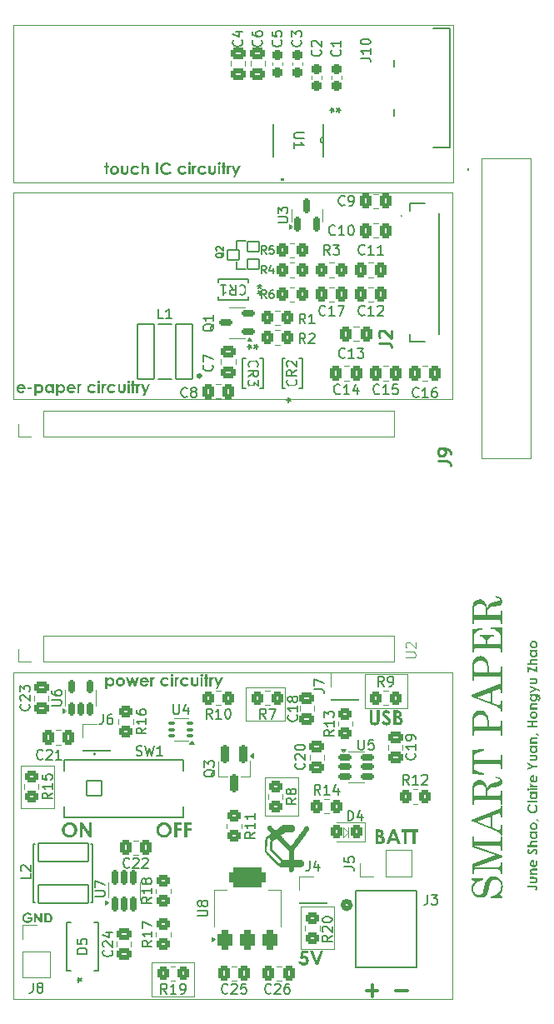
<source format=gto>
G04 #@! TF.GenerationSoftware,KiCad,Pcbnew,9.0.1*
G04 #@! TF.CreationDate,2025-04-17T02:19:35-07:00*
G04 #@! TF.ProjectId,EE 447,45452034-3437-42e6-9b69-6361645f7063,rev?*
G04 #@! TF.SameCoordinates,Original*
G04 #@! TF.FileFunction,Legend,Top*
G04 #@! TF.FilePolarity,Positive*
%FSLAX46Y46*%
G04 Gerber Fmt 4.6, Leading zero omitted, Abs format (unit mm)*
G04 Created by KiCad (PCBNEW 9.0.1) date 2025-04-17 02:19:35*
%MOMM*%
%LPD*%
G01*
G04 APERTURE LIST*
G04 Aperture macros list*
%AMRoundRect*
0 Rectangle with rounded corners*
0 $1 Rounding radius*
0 $2 $3 $4 $5 $6 $7 $8 $9 X,Y pos of 4 corners*
0 Add a 4 corners polygon primitive as box body*
4,1,4,$2,$3,$4,$5,$6,$7,$8,$9,$2,$3,0*
0 Add four circle primitives for the rounded corners*
1,1,$1+$1,$2,$3*
1,1,$1+$1,$4,$5*
1,1,$1+$1,$6,$7*
1,1,$1+$1,$8,$9*
0 Add four rect primitives between the rounded corners*
20,1,$1+$1,$2,$3,$4,$5,0*
20,1,$1+$1,$4,$5,$6,$7,0*
20,1,$1+$1,$6,$7,$8,$9,0*
20,1,$1+$1,$8,$9,$2,$3,0*%
G04 Aperture macros list end*
%ADD10C,0.100000*%
%ADD11C,0.300000*%
%ADD12C,0.240000*%
%ADD13C,0.200000*%
%ADD14C,0.250000*%
%ADD15C,0.600000*%
%ADD16C,0.150000*%
%ADD17C,0.254000*%
%ADD18C,0.120000*%
%ADD19C,0.127000*%
%ADD20C,0.152400*%
%ADD21C,0.000000*%
%ADD22C,0.400000*%
%ADD23C,0.508000*%
%ADD24RoundRect,0.237500X0.237500X-0.300000X0.237500X0.300000X-0.237500X0.300000X-0.237500X-0.300000X0*%
%ADD25RoundRect,0.102000X-2.550000X0.950000X-2.550000X-0.950000X2.550000X-0.950000X2.550000X0.950000X0*%
%ADD26RoundRect,0.250000X0.450000X-0.350000X0.450000X0.350000X-0.450000X0.350000X-0.450000X-0.350000X0*%
%ADD27RoundRect,0.250000X-0.337500X-0.475000X0.337500X-0.475000X0.337500X0.475000X-0.337500X0.475000X0*%
%ADD28RoundRect,0.102000X-0.754000X-0.754000X0.754000X-0.754000X0.754000X0.754000X-0.754000X0.754000X0*%
%ADD29C,1.712000*%
%ADD30O,1.404000X2.604000*%
%ADD31R,0.762000X1.117600*%
%ADD32RoundRect,0.250000X0.337500X0.475000X-0.337500X0.475000X-0.337500X-0.475000X0.337500X-0.475000X0*%
%ADD33RoundRect,0.150000X-0.512500X-0.150000X0.512500X-0.150000X0.512500X0.150000X-0.512500X0.150000X0*%
%ADD34C,3.200000*%
%ADD35R,1.700000X1.700000*%
%ADD36O,1.700000X1.700000*%
%ADD37C,1.700000*%
%ADD38RoundRect,0.250000X0.350000X0.450000X-0.350000X0.450000X-0.350000X-0.450000X0.350000X-0.450000X0*%
%ADD39RoundRect,0.250000X-0.350000X-0.450000X0.350000X-0.450000X0.350000X0.450000X-0.350000X0.450000X0*%
%ADD40RoundRect,0.250000X-0.450000X0.350000X-0.450000X-0.350000X0.450000X-0.350000X0.450000X0.350000X0*%
%ADD41RoundRect,0.250000X-0.475000X0.337500X-0.475000X-0.337500X0.475000X-0.337500X0.475000X0.337500X0*%
%ADD42RoundRect,0.250000X0.475000X-0.337500X0.475000X0.337500X-0.475000X0.337500X-0.475000X-0.337500X0*%
%ADD43RoundRect,0.150000X0.150000X-0.587500X0.150000X0.587500X-0.150000X0.587500X-0.150000X-0.587500X0*%
%ADD44R,0.355600X1.676400*%
%ADD45RoundRect,0.150000X0.150000X-0.512500X0.150000X0.512500X-0.150000X0.512500X-0.150000X-0.512500X0*%
%ADD46RoundRect,0.250000X0.325000X0.450000X-0.325000X0.450000X-0.325000X-0.450000X0.325000X-0.450000X0*%
%ADD47RoundRect,0.102000X0.850000X2.800000X-0.850000X2.800000X-0.850000X-2.800000X0.850000X-2.800000X0*%
%ADD48R,0.800000X0.300000*%
%ADD49R,0.800000X0.400000*%
%ADD50RoundRect,0.150000X0.512500X0.150000X-0.512500X0.150000X-0.512500X-0.150000X0.512500X-0.150000X0*%
%ADD51RoundRect,0.100000X0.225000X0.100000X-0.225000X0.100000X-0.225000X-0.100000X0.225000X-0.100000X0*%
%ADD52RoundRect,0.375000X0.375000X-0.625000X0.375000X0.625000X-0.375000X0.625000X-0.375000X-0.625000X0*%
%ADD53RoundRect,0.500000X1.400000X-0.500000X1.400000X0.500000X-1.400000X0.500000X-1.400000X-0.500000X0*%
%ADD54R,2.006600X0.609600*%
%ADD55R,3.606800X2.667000*%
%ADD56RoundRect,0.102000X0.571500X-0.508000X0.571500X0.508000X-0.571500X0.508000X-0.571500X-0.508000X0*%
%ADD57C,1.320800*%
%ADD58RoundRect,0.200000X-0.200000X0.750000X-0.200000X-0.750000X0.200000X-0.750000X0.200000X0.750000X0*%
%ADD59C,1.725000*%
%ADD60RoundRect,0.162500X0.162500X-0.617500X0.162500X0.617500X-0.162500X0.617500X-0.162500X-0.617500X0*%
%ADD61R,1.651000X1.701800*%
%ADD62R,1.117600X0.762000*%
G04 APERTURE END LIST*
D10*
X220218000Y-185166000D02*
X220218000Y-186182000D01*
X215400000Y-193181000D02*
X218800000Y-193181000D01*
X218800000Y-197481000D01*
X215400000Y-197481000D01*
X215400000Y-193181000D01*
X186900000Y-178900000D02*
X190300000Y-178900000D01*
X190300000Y-183200000D01*
X186900000Y-183200000D01*
X186900000Y-178900000D01*
X200200000Y-198900000D02*
X204500000Y-198900000D01*
X204500000Y-202300000D01*
X200200000Y-202300000D01*
X200200000Y-198900000D01*
X219710000Y-186182000D02*
X220218000Y-185674000D01*
X220218000Y-185674000D02*
X219710000Y-185166000D01*
X211700000Y-180100000D02*
X215100000Y-180100000D01*
X215100000Y-184000000D01*
X211700000Y-184000000D01*
X211700000Y-180100000D01*
X186200000Y-120600000D02*
X230800000Y-120600000D01*
X230800000Y-141600000D01*
X186200000Y-141600000D01*
X186200000Y-120600000D01*
X221900000Y-169600000D02*
X226200000Y-169600000D01*
X226200000Y-173000000D01*
X221900000Y-173000000D01*
X221900000Y-169600000D01*
X186200000Y-103600000D02*
X230900000Y-103600000D01*
X230900000Y-119600000D01*
X186200000Y-119600000D01*
X186200000Y-103600000D01*
X209800000Y-170900000D02*
X213800000Y-170900000D01*
X213800000Y-174300000D01*
X209800000Y-174300000D01*
X209800000Y-170900000D01*
X219710000Y-185166000D02*
X219710000Y-186182000D01*
X186200000Y-169400000D02*
X230800000Y-169400000D01*
X230800000Y-202600000D01*
X186200000Y-202600000D01*
X186200000Y-169400000D01*
D11*
G36*
X223401018Y-185346478D02*
G01*
X223510105Y-185365163D01*
X223595776Y-185396797D01*
X223666763Y-185441228D01*
X223725252Y-185498702D01*
X223769536Y-185567327D01*
X223796103Y-185643260D01*
X223805211Y-185728688D01*
X223795928Y-185811809D01*
X223768850Y-185885308D01*
X223723040Y-185951211D01*
X223650514Y-186017199D01*
X223737523Y-186066184D01*
X223803297Y-186119871D01*
X223851282Y-186178217D01*
X223886062Y-186245138D01*
X223907425Y-186320603D01*
X223914846Y-186406553D01*
X223907448Y-186489164D01*
X223885644Y-186565698D01*
X223849267Y-186637546D01*
X223800654Y-186701943D01*
X223744514Y-186753505D01*
X223680190Y-186793434D01*
X223609140Y-186820255D01*
X223515672Y-186838285D01*
X223394334Y-186845000D01*
X222972191Y-186845000D01*
X222972191Y-186569494D01*
X223259054Y-186569494D01*
X223330770Y-186569494D01*
X223450740Y-186562915D01*
X223526370Y-186546737D01*
X223571013Y-186525072D01*
X223605176Y-186491308D01*
X223625745Y-186449080D01*
X223633020Y-186395654D01*
X223624673Y-186335249D01*
X223600687Y-186285606D01*
X223560297Y-186244071D01*
X223508351Y-186215855D01*
X223430761Y-186196138D01*
X223318497Y-186188475D01*
X223259054Y-186188475D01*
X223259054Y-186569494D01*
X222972191Y-186569494D01*
X222972191Y-185930554D01*
X223259054Y-185930554D01*
X223321519Y-185930554D01*
X223389987Y-185924833D01*
X223440289Y-185909599D01*
X223476766Y-185886682D01*
X223504646Y-185854359D01*
X223521554Y-185815213D01*
X223527507Y-185767156D01*
X223521881Y-185722417D01*
X223505855Y-185685809D01*
X223479330Y-185655415D01*
X223444733Y-185633768D01*
X223397223Y-185619403D01*
X223332785Y-185614016D01*
X223259054Y-185614016D01*
X223259054Y-185930554D01*
X222972191Y-185930554D01*
X222972191Y-185338510D01*
X223208862Y-185338510D01*
X223401018Y-185346478D01*
G37*
G36*
X225519979Y-186845000D02*
G01*
X225221759Y-186845000D01*
X225103973Y-186534323D01*
X224489122Y-186534323D01*
X224366207Y-186845000D01*
X224067986Y-186845000D01*
X224294077Y-186258817D01*
X224595734Y-186258817D01*
X224996353Y-186258817D01*
X224796593Y-185739495D01*
X224595734Y-186258817D01*
X224294077Y-186258817D01*
X224649040Y-185338510D01*
X224940025Y-185338510D01*
X225519979Y-186845000D01*
G37*
G36*
X225594718Y-185338510D02*
G01*
X226427830Y-185338510D01*
X226427830Y-185614016D01*
X226153240Y-185614016D01*
X226153240Y-186845000D01*
X225862164Y-186845000D01*
X225862164Y-185614016D01*
X225594718Y-185614016D01*
X225594718Y-185338510D01*
G37*
G36*
X226475457Y-185338510D02*
G01*
X227308570Y-185338510D01*
X227308570Y-185614016D01*
X227033980Y-185614016D01*
X227033980Y-186845000D01*
X226742903Y-186845000D01*
X226742903Y-185614016D01*
X226475457Y-185614016D01*
X226475457Y-185338510D01*
G37*
X222054510Y-201729400D02*
X223197368Y-201729400D01*
X222625939Y-202300828D02*
X222625939Y-201157971D01*
X225054510Y-201729400D02*
X226197368Y-201729400D01*
D12*
G36*
X195540170Y-117576739D02*
G01*
X195763140Y-117576739D01*
X195763140Y-117905002D01*
X195895910Y-117905002D01*
X195895910Y-118092580D01*
X195763140Y-118092580D01*
X195763140Y-118796000D01*
X195540170Y-118796000D01*
X195540170Y-118092580D01*
X195425425Y-118092580D01*
X195425425Y-117905002D01*
X195540170Y-117905002D01*
X195540170Y-117576739D01*
G37*
G36*
X196517493Y-117888579D02*
G01*
X196596204Y-117909505D01*
X196672236Y-117944715D01*
X196741266Y-117992118D01*
X196798718Y-118048967D01*
X196845600Y-118116027D01*
X196880290Y-118190223D01*
X196900982Y-118267726D01*
X196907955Y-118349695D01*
X196900956Y-118432208D01*
X196880155Y-118510522D01*
X196845233Y-118585780D01*
X196798108Y-118653986D01*
X196741394Y-118710919D01*
X196674288Y-118757531D01*
X196600101Y-118791793D01*
X196521024Y-118812432D01*
X196435785Y-118819447D01*
X196342570Y-118810759D01*
X196258060Y-118785350D01*
X196180392Y-118743193D01*
X196108255Y-118682939D01*
X196048566Y-118610499D01*
X196006656Y-118532075D01*
X195981313Y-118446311D01*
X195972627Y-118351307D01*
X195972785Y-118349255D01*
X196195596Y-118349255D01*
X196203715Y-118425108D01*
X196226706Y-118487781D01*
X196264033Y-118540131D01*
X196313606Y-118580611D01*
X196370605Y-118604765D01*
X196437397Y-118613110D01*
X196504168Y-118604708D01*
X196561605Y-118580302D01*
X196612006Y-118539251D01*
X196650169Y-118486349D01*
X196673500Y-118423908D01*
X196681688Y-118349255D01*
X196673599Y-118274543D01*
X196650639Y-118212549D01*
X196613251Y-118160504D01*
X196563667Y-118120332D01*
X196506139Y-118096246D01*
X196438203Y-118087891D01*
X196371996Y-118096235D01*
X196314964Y-118120488D01*
X196264839Y-118161310D01*
X196226875Y-118213877D01*
X196203711Y-118275660D01*
X196195596Y-118349255D01*
X195972785Y-118349255D01*
X195978954Y-118269239D01*
X195997395Y-118194504D01*
X196027655Y-118125818D01*
X196070136Y-118062172D01*
X196125914Y-118002894D01*
X196196761Y-117949111D01*
X196271129Y-117911607D01*
X196350066Y-117889160D01*
X196434979Y-117881554D01*
X196517493Y-117888579D01*
G37*
G36*
X197090331Y-117905002D02*
G01*
X197316524Y-117905002D01*
X197316524Y-118335480D01*
X197321856Y-118451551D01*
X197333743Y-118510016D01*
X197356540Y-118553937D01*
X197389064Y-118586000D01*
X197430589Y-118606032D01*
X197482927Y-118613110D01*
X197535473Y-118606158D01*
X197577595Y-118586439D01*
X197610997Y-118554203D01*
X197635481Y-118507964D01*
X197644880Y-118458507D01*
X197649403Y-118342880D01*
X197649403Y-117905002D01*
X197873984Y-117905002D01*
X197873984Y-118282723D01*
X197868491Y-118441060D01*
X197854958Y-118542184D01*
X197837128Y-118602339D01*
X197801572Y-118667921D01*
X197757434Y-118721069D01*
X197704284Y-118763320D01*
X197643385Y-118793455D01*
X197569993Y-118812601D01*
X197481315Y-118819447D01*
X197385474Y-118811418D01*
X197307533Y-118789075D01*
X197243984Y-118753941D01*
X197190156Y-118705150D01*
X197147815Y-118644872D01*
X197116563Y-118571198D01*
X197103852Y-118514880D01*
X197094221Y-118421248D01*
X197090331Y-118276202D01*
X197090331Y-117905002D01*
G37*
G36*
X198971245Y-118081076D02*
G01*
X198785132Y-118181680D01*
X198730963Y-118135533D01*
X198681451Y-118108407D01*
X198627510Y-118093313D01*
X198561357Y-118087891D01*
X198499449Y-118092944D01*
X198445925Y-118107373D01*
X198399300Y-118130616D01*
X198358464Y-118162849D01*
X198324758Y-118202709D01*
X198300802Y-118247330D01*
X198286114Y-118297663D01*
X198281015Y-118355043D01*
X198289673Y-118427783D01*
X198314500Y-118488877D01*
X198355607Y-118541010D01*
X198409244Y-118580376D01*
X198473553Y-118604570D01*
X198551538Y-118613110D01*
X198624823Y-118606181D01*
X198686811Y-118586480D01*
X198739747Y-118554640D01*
X198785132Y-118509942D01*
X198961353Y-118631575D01*
X198899507Y-118698975D01*
X198829489Y-118750752D01*
X198750217Y-118788146D01*
X198659957Y-118811343D01*
X198556448Y-118819447D01*
X198461738Y-118813247D01*
X198379194Y-118795579D01*
X198306987Y-118767392D01*
X198243612Y-118729003D01*
X198187958Y-118680082D01*
X198128931Y-118606291D01*
X198087787Y-118528180D01*
X198063127Y-118444563D01*
X198054748Y-118353798D01*
X198062033Y-118269215D01*
X198083562Y-118190118D01*
X198119521Y-118115221D01*
X198168204Y-118047947D01*
X198228069Y-117991083D01*
X198300286Y-117943909D01*
X198379677Y-117909597D01*
X198465695Y-117888710D01*
X198559745Y-117881554D01*
X198647036Y-117887579D01*
X198726114Y-117905056D01*
X198798248Y-117933505D01*
X198864714Y-117973115D01*
X198922107Y-118022094D01*
X198971245Y-118081076D01*
G37*
G36*
X199174064Y-117557981D02*
G01*
X199396228Y-117557981D01*
X199396228Y-117995420D01*
X199463551Y-117944619D01*
X199528192Y-117910057D01*
X199595486Y-117888577D01*
X199662648Y-117881554D01*
X199727339Y-117887461D01*
X199785368Y-117904650D01*
X199838079Y-117933000D01*
X199886423Y-117973292D01*
X199918904Y-118015061D01*
X199943132Y-118066462D01*
X199958700Y-118129534D01*
X199964312Y-118206886D01*
X199964312Y-118796000D01*
X199743761Y-118796000D01*
X199743761Y-118405968D01*
X199739088Y-118263814D01*
X199728960Y-118196701D01*
X199708216Y-118147608D01*
X199678548Y-118114928D01*
X199639616Y-118094927D01*
X199590474Y-118087891D01*
X199546896Y-118092982D01*
X199508381Y-118107865D01*
X199473677Y-118132880D01*
X199445239Y-118165456D01*
X199422634Y-118205851D01*
X199406046Y-118255539D01*
X199399474Y-118308171D01*
X199396228Y-118438648D01*
X199396228Y-118796000D01*
X199174064Y-118796000D01*
X199174064Y-117557981D01*
G37*
G36*
X200657473Y-117590808D02*
G01*
X200885352Y-117590808D01*
X200885352Y-118796000D01*
X200657473Y-118796000D01*
X200657473Y-117590808D01*
G37*
G36*
X202251085Y-117803445D02*
G01*
X202090397Y-117955560D01*
X202020147Y-117891041D01*
X201948848Y-117842980D01*
X201875915Y-117809581D01*
X201800502Y-117789736D01*
X201721542Y-117783076D01*
X201637151Y-117790677D01*
X201561515Y-117812779D01*
X201492900Y-117849183D01*
X201430062Y-117900825D01*
X201378104Y-117963317D01*
X201341506Y-118031591D01*
X201319293Y-118106896D01*
X201311653Y-118190986D01*
X201317737Y-118269657D01*
X201335362Y-118340299D01*
X201364117Y-118404283D01*
X201403861Y-118461894D01*
X201453008Y-118510436D01*
X201512494Y-118550609D01*
X201578211Y-118579916D01*
X201648880Y-118597671D01*
X201725645Y-118603732D01*
X201791511Y-118599458D01*
X201852191Y-118586984D01*
X201908461Y-118566582D01*
X201961098Y-118537823D01*
X202021310Y-118493854D01*
X202090397Y-118431247D01*
X202246175Y-118593327D01*
X202153056Y-118675739D01*
X202069341Y-118734581D01*
X201993677Y-118773798D01*
X201912980Y-118801173D01*
X201823018Y-118818211D01*
X201722348Y-118824136D01*
X201610373Y-118816536D01*
X201509927Y-118794587D01*
X201419274Y-118759045D01*
X201336993Y-118709944D01*
X201262048Y-118646596D01*
X201197988Y-118572114D01*
X201148450Y-118490544D01*
X201112665Y-118400878D01*
X201090601Y-118301720D01*
X201082969Y-118191352D01*
X201088312Y-118102036D01*
X201103893Y-118019680D01*
X201129309Y-117943331D01*
X201164521Y-117872175D01*
X201209240Y-117806356D01*
X201262628Y-117747231D01*
X201325289Y-117694367D01*
X201398115Y-117647594D01*
X201475840Y-117610355D01*
X201555917Y-117583937D01*
X201638953Y-117568034D01*
X201725645Y-117562671D01*
X201823770Y-117569617D01*
X201919233Y-117590395D01*
X202012948Y-117625319D01*
X202100834Y-117672980D01*
X202179959Y-117732145D01*
X202251085Y-117803445D01*
G37*
G36*
X203769738Y-118081076D02*
G01*
X203583625Y-118181680D01*
X203529455Y-118135533D01*
X203479944Y-118108407D01*
X203426003Y-118093313D01*
X203359849Y-118087891D01*
X203297942Y-118092944D01*
X203244418Y-118107373D01*
X203197792Y-118130616D01*
X203156957Y-118162849D01*
X203123250Y-118202709D01*
X203099294Y-118247330D01*
X203084607Y-118297663D01*
X203079508Y-118355043D01*
X203088166Y-118427783D01*
X203112993Y-118488877D01*
X203154099Y-118541010D01*
X203207737Y-118580376D01*
X203272045Y-118604570D01*
X203350031Y-118613110D01*
X203423315Y-118606181D01*
X203485304Y-118586480D01*
X203538240Y-118554640D01*
X203583625Y-118509942D01*
X203759846Y-118631575D01*
X203697999Y-118698975D01*
X203627982Y-118750752D01*
X203548709Y-118788146D01*
X203458449Y-118811343D01*
X203354940Y-118819447D01*
X203260231Y-118813247D01*
X203177686Y-118795579D01*
X203105479Y-118767392D01*
X203042105Y-118729003D01*
X202986451Y-118680082D01*
X202927424Y-118606291D01*
X202886280Y-118528180D01*
X202861620Y-118444563D01*
X202853241Y-118353798D01*
X202860526Y-118269215D01*
X202882055Y-118190118D01*
X202918014Y-118115221D01*
X202966696Y-118047947D01*
X203026561Y-117991083D01*
X203098778Y-117943909D01*
X203178170Y-117909597D01*
X203264188Y-117888710D01*
X203358237Y-117881554D01*
X203445528Y-117887579D01*
X203524607Y-117905056D01*
X203596741Y-117933505D01*
X203663207Y-117973115D01*
X203720600Y-118022094D01*
X203769738Y-118081076D01*
G37*
G36*
X204059459Y-117534534D02*
G01*
X204097016Y-117539377D01*
X204130383Y-117553647D01*
X204160722Y-117577985D01*
X204184211Y-117609013D01*
X204198154Y-117643636D01*
X204202927Y-117683058D01*
X204198201Y-117722007D01*
X204184384Y-117756271D01*
X204161088Y-117787032D01*
X204131073Y-117811091D01*
X204098114Y-117825188D01*
X204061071Y-117829970D01*
X204023006Y-117825070D01*
X203989383Y-117810667D01*
X203959002Y-117786153D01*
X203935542Y-117754836D01*
X203921583Y-117719779D01*
X203916796Y-117679761D01*
X203921501Y-117641402D01*
X203935279Y-117607572D01*
X203958562Y-117577106D01*
X203988612Y-117553309D01*
X204021856Y-117539303D01*
X204059459Y-117534534D01*
G37*
G36*
X203947131Y-117905002D02*
G01*
X204171786Y-117905002D01*
X204171786Y-118796000D01*
X203947131Y-118796000D01*
X203947131Y-117905002D01*
G37*
G36*
X204321409Y-117905002D02*
G01*
X204513237Y-117905002D01*
X204513237Y-118014325D01*
X204550315Y-117955988D01*
X204595963Y-117915333D01*
X204650102Y-117889991D01*
X204709096Y-117881554D01*
X204752475Y-117886927D01*
X204800101Y-117904122D01*
X204730418Y-118093606D01*
X204692201Y-118078071D01*
X204665645Y-118073822D01*
X204634706Y-118080207D01*
X204606042Y-118100231D01*
X204578377Y-118138083D01*
X204561251Y-118183627D01*
X204548145Y-118262771D01*
X204542766Y-118390068D01*
X204543572Y-118433665D01*
X204543572Y-118796000D01*
X204321409Y-118796000D01*
X204321409Y-117905002D01*
G37*
G36*
X205783862Y-118081076D02*
G01*
X205597749Y-118181680D01*
X205543579Y-118135533D01*
X205494068Y-118108407D01*
X205440127Y-118093313D01*
X205373974Y-118087891D01*
X205312066Y-118092944D01*
X205258542Y-118107373D01*
X205211917Y-118130616D01*
X205171081Y-118162849D01*
X205137375Y-118202709D01*
X205113419Y-118247330D01*
X205098731Y-118297663D01*
X205093632Y-118355043D01*
X205102290Y-118427783D01*
X205127117Y-118488877D01*
X205168224Y-118541010D01*
X205221861Y-118580376D01*
X205286170Y-118604570D01*
X205364155Y-118613110D01*
X205437439Y-118606181D01*
X205499428Y-118586480D01*
X205552364Y-118554640D01*
X205597749Y-118509942D01*
X205773970Y-118631575D01*
X205712124Y-118698975D01*
X205642106Y-118750752D01*
X205562834Y-118788146D01*
X205472574Y-118811343D01*
X205369064Y-118819447D01*
X205274355Y-118813247D01*
X205191810Y-118795579D01*
X205119604Y-118767392D01*
X205056229Y-118729003D01*
X205000575Y-118680082D01*
X204941548Y-118606291D01*
X204900404Y-118528180D01*
X204875744Y-118444563D01*
X204867365Y-118353798D01*
X204874650Y-118269215D01*
X204896179Y-118190118D01*
X204932138Y-118115221D01*
X204980821Y-118047947D01*
X205040685Y-117991083D01*
X205112903Y-117943909D01*
X205192294Y-117909597D01*
X205278312Y-117888710D01*
X205372362Y-117881554D01*
X205459653Y-117887579D01*
X205538731Y-117905056D01*
X205610865Y-117933505D01*
X205677331Y-117973115D01*
X205734724Y-118022094D01*
X205783862Y-118081076D01*
G37*
G36*
X205985069Y-117905002D02*
G01*
X206211263Y-117905002D01*
X206211263Y-118335480D01*
X206216594Y-118451551D01*
X206228482Y-118510016D01*
X206251279Y-118553937D01*
X206283803Y-118586000D01*
X206325327Y-118606032D01*
X206377665Y-118613110D01*
X206430211Y-118606158D01*
X206472334Y-118586439D01*
X206505735Y-118554203D01*
X206530219Y-118507964D01*
X206539618Y-118458507D01*
X206544141Y-118342880D01*
X206544141Y-117905002D01*
X206768722Y-117905002D01*
X206768722Y-118282723D01*
X206763229Y-118441060D01*
X206749696Y-118542184D01*
X206731866Y-118602339D01*
X206696310Y-118667921D01*
X206652172Y-118721069D01*
X206599023Y-118763320D01*
X206538123Y-118793455D01*
X206464732Y-118812601D01*
X206376053Y-118819447D01*
X206280212Y-118811418D01*
X206202272Y-118789075D01*
X206138722Y-118753941D01*
X206084894Y-118705150D01*
X206042553Y-118644872D01*
X206011301Y-118571198D01*
X205998590Y-118514880D01*
X205988960Y-118421248D01*
X205985069Y-118276202D01*
X205985069Y-117905002D01*
G37*
G36*
X207080645Y-117534534D02*
G01*
X207118202Y-117539377D01*
X207151569Y-117553647D01*
X207181908Y-117577985D01*
X207205398Y-117609013D01*
X207219341Y-117643636D01*
X207224113Y-117683058D01*
X207219388Y-117722007D01*
X207205571Y-117756271D01*
X207182274Y-117787032D01*
X207152260Y-117811091D01*
X207119301Y-117825188D01*
X207082257Y-117829970D01*
X207044193Y-117825070D01*
X207010570Y-117810667D01*
X206980188Y-117786153D01*
X206956728Y-117754836D01*
X206942769Y-117719779D01*
X206937983Y-117679761D01*
X206942687Y-117641402D01*
X206956465Y-117607572D01*
X206979748Y-117577106D01*
X207009799Y-117553309D01*
X207043042Y-117539303D01*
X207080645Y-117534534D01*
G37*
G36*
X206968318Y-117905002D02*
G01*
X207192972Y-117905002D01*
X207192972Y-118796000D01*
X206968318Y-118796000D01*
X206968318Y-117905002D01*
G37*
G36*
X207422096Y-117576739D02*
G01*
X207645066Y-117576739D01*
X207645066Y-117905002D01*
X207777836Y-117905002D01*
X207777836Y-118092580D01*
X207645066Y-118092580D01*
X207645066Y-118796000D01*
X207422096Y-118796000D01*
X207422096Y-118092580D01*
X207307351Y-118092580D01*
X207307351Y-117905002D01*
X207422096Y-117905002D01*
X207422096Y-117576739D01*
G37*
G36*
X207845540Y-117905002D02*
G01*
X208037369Y-117905002D01*
X208037369Y-118014325D01*
X208074446Y-117955988D01*
X208120094Y-117915333D01*
X208174234Y-117889991D01*
X208233227Y-117881554D01*
X208276606Y-117886927D01*
X208324232Y-117904122D01*
X208254549Y-118093606D01*
X208216332Y-118078071D01*
X208189776Y-118073822D01*
X208158837Y-118080207D01*
X208130173Y-118100231D01*
X208102508Y-118138083D01*
X208085382Y-118183627D01*
X208072276Y-118262771D01*
X208066898Y-118390068D01*
X208067704Y-118433665D01*
X208067704Y-118796000D01*
X207845540Y-118796000D01*
X207845540Y-117905002D01*
G37*
G36*
X208335736Y-117905002D02*
G01*
X208564494Y-117905002D01*
X208796475Y-118463194D01*
X209052198Y-117905002D01*
X209281762Y-117905002D01*
X208722690Y-119124262D01*
X208491514Y-119124262D01*
X208675136Y-118727929D01*
X208335736Y-117905002D01*
G37*
D13*
G36*
X238425673Y-191235223D02*
G01*
X238425673Y-191043248D01*
X239090868Y-191043248D01*
X239198303Y-191046931D01*
X239269391Y-191056143D01*
X239313740Y-191068527D01*
X239353618Y-191089080D01*
X239387359Y-191116662D01*
X239415650Y-191151875D01*
X239436249Y-191192130D01*
X239448993Y-191238153D01*
X239453447Y-191291215D01*
X239447775Y-191355235D01*
X239431056Y-191414603D01*
X239403167Y-191470387D01*
X239363239Y-191523379D01*
X239309710Y-191574049D01*
X239182215Y-191436051D01*
X239228488Y-191390507D01*
X239252008Y-191358199D01*
X239265556Y-191325815D01*
X239269776Y-191296039D01*
X239263242Y-191269121D01*
X239243825Y-191250244D01*
X239209914Y-191240099D01*
X239129520Y-191235223D01*
X238425673Y-191235223D01*
G37*
G36*
X238687501Y-190835214D02*
G01*
X238687501Y-190646720D01*
X239046233Y-190646720D01*
X239142959Y-190642277D01*
X239191680Y-190632370D01*
X239228280Y-190613373D01*
X239255000Y-190586270D01*
X239271693Y-190551666D01*
X239277592Y-190508051D01*
X239271798Y-190464263D01*
X239255366Y-190429160D01*
X239228503Y-190401326D01*
X239189970Y-190380922D01*
X239148756Y-190373090D01*
X239052400Y-190369321D01*
X238687501Y-190369321D01*
X238687501Y-190182170D01*
X239002269Y-190182170D01*
X239134216Y-190186748D01*
X239218486Y-190198025D01*
X239268616Y-190212883D01*
X239323267Y-190242513D01*
X239367557Y-190279295D01*
X239402766Y-190323586D01*
X239427879Y-190374336D01*
X239443834Y-190435496D01*
X239449539Y-190509394D01*
X239442848Y-190589262D01*
X239424229Y-190654212D01*
X239394951Y-190707170D01*
X239354291Y-190752027D01*
X239304060Y-190787311D01*
X239242665Y-190813354D01*
X239195733Y-190823946D01*
X239117707Y-190831972D01*
X238996835Y-190835214D01*
X238687501Y-190835214D01*
G37*
G36*
X238687501Y-189995324D02*
G01*
X238687501Y-189809516D01*
X238764071Y-189809516D01*
X238716393Y-189745931D01*
X238689089Y-189694417D01*
X238673202Y-189642018D01*
X238667962Y-189588843D01*
X238672905Y-189534986D01*
X238687325Y-189486402D01*
X238711172Y-189442004D01*
X238745143Y-189401020D01*
X238779603Y-189373978D01*
X238822173Y-189353790D01*
X238874589Y-189340801D01*
X238939071Y-189336113D01*
X239430000Y-189336113D01*
X239430000Y-189520577D01*
X239105340Y-189520577D01*
X238983674Y-189524413D01*
X238929118Y-189532545D01*
X238889934Y-189549458D01*
X238862745Y-189574249D01*
X238845845Y-189606715D01*
X238839909Y-189647644D01*
X238844182Y-189683940D01*
X238856678Y-189716034D01*
X238877705Y-189744975D01*
X238905055Y-189768576D01*
X238939420Y-189787436D01*
X238982180Y-189801334D01*
X239026830Y-189806847D01*
X239132573Y-189809516D01*
X239430000Y-189809516D01*
X239430000Y-189995324D01*
X238687501Y-189995324D01*
G37*
G36*
X239109553Y-188411531D02*
G01*
X239109553Y-189010598D01*
X239161887Y-188996670D01*
X239205043Y-188973576D01*
X239240650Y-188941233D01*
X239267194Y-188901212D01*
X239283555Y-188853922D01*
X239289316Y-188797435D01*
X239284513Y-188746767D01*
X239270423Y-188700554D01*
X239246959Y-188657797D01*
X239213295Y-188617794D01*
X239286812Y-188460685D01*
X239338306Y-188503333D01*
X239378917Y-188550124D01*
X239409727Y-188601430D01*
X239431240Y-188657398D01*
X239444774Y-188721787D01*
X239449539Y-188796092D01*
X239442194Y-188882014D01*
X239421124Y-188956882D01*
X239386957Y-189022720D01*
X239339202Y-189081001D01*
X239280715Y-189129006D01*
X239216079Y-189163025D01*
X239144036Y-189183794D01*
X239062841Y-189190971D01*
X238979463Y-189183776D01*
X238905703Y-189162999D01*
X238839775Y-189129069D01*
X238780375Y-189081367D01*
X238731191Y-189023050D01*
X238696441Y-188958697D01*
X238675271Y-188887054D01*
X238667962Y-188806350D01*
X238668569Y-188797496D01*
X238828185Y-188797496D01*
X238833073Y-188848000D01*
X238847307Y-188893153D01*
X238870867Y-188934089D01*
X238904708Y-188967378D01*
X238964961Y-189002416D01*
X238964961Y-188598682D01*
X238927137Y-188614895D01*
X238894455Y-188638901D01*
X238866226Y-188671467D01*
X238845258Y-188709204D01*
X238832553Y-188750876D01*
X238828185Y-188797496D01*
X238668569Y-188797496D01*
X238672754Y-188736417D01*
X238686573Y-188673917D01*
X238708924Y-188617724D01*
X238739779Y-188566917D01*
X238779581Y-188520830D01*
X238826070Y-188481940D01*
X238877906Y-188451575D01*
X238935841Y-188429430D01*
X239000886Y-188415657D01*
X239074260Y-188410860D01*
X239109553Y-188411531D01*
G37*
G36*
X238565380Y-187322269D02*
G01*
X238691409Y-187463686D01*
X238640581Y-187505601D01*
X238608668Y-187544199D01*
X238591359Y-187580356D01*
X238585896Y-187615361D01*
X238591144Y-187650236D01*
X238605924Y-187676849D01*
X238627877Y-187695089D01*
X238651109Y-187700724D01*
X238675237Y-187696571D01*
X238698675Y-187683627D01*
X238735540Y-187647980D01*
X238827086Y-187543614D01*
X238941880Y-187411051D01*
X239001547Y-187359615D01*
X239053682Y-187328742D01*
X239108910Y-187310673D01*
X239170125Y-187304501D01*
X239230055Y-187310054D01*
X239283040Y-187326127D01*
X239330461Y-187352515D01*
X239373274Y-187389924D01*
X239407699Y-187434791D01*
X239432573Y-187485986D01*
X239448032Y-187544711D01*
X239453447Y-187612552D01*
X239447304Y-187682463D01*
X239429564Y-187744233D01*
X239400568Y-187799398D01*
X239360814Y-187847706D01*
X239306368Y-187893140D01*
X239234422Y-187935685D01*
X239136908Y-187775157D01*
X239200797Y-187732976D01*
X239240844Y-187691705D01*
X239262739Y-187650733D01*
X239269776Y-187608522D01*
X239266462Y-187576763D01*
X239256944Y-187549525D01*
X239241322Y-187525846D01*
X239220581Y-187506727D01*
X239198896Y-187495943D01*
X239175498Y-187492384D01*
X239142516Y-187498354D01*
X239107660Y-187517663D01*
X239070812Y-187551725D01*
X239003857Y-187628977D01*
X238910821Y-187737651D01*
X238844549Y-187804274D01*
X238798693Y-187840736D01*
X238748911Y-187868024D01*
X238701166Y-187883528D01*
X238654528Y-187888546D01*
X238604436Y-187883560D01*
X238558713Y-187868902D01*
X238516316Y-187844383D01*
X238476536Y-187808984D01*
X238444153Y-187767051D01*
X238421138Y-187720945D01*
X238407079Y-187669825D01*
X238402226Y-187612552D01*
X238406119Y-187563322D01*
X238417752Y-187515823D01*
X238437336Y-187469487D01*
X238464264Y-187426800D01*
X238505754Y-187378086D01*
X238565380Y-187322269D01*
G37*
G36*
X238398318Y-187140919D02*
G01*
X238398318Y-186955783D01*
X238762850Y-186955783D01*
X238720516Y-186899680D01*
X238691714Y-186845812D01*
X238673814Y-186789734D01*
X238667962Y-186733766D01*
X238672884Y-186679857D01*
X238687208Y-186631499D01*
X238710833Y-186587574D01*
X238744410Y-186547287D01*
X238779218Y-186520219D01*
X238822051Y-186500029D01*
X238874611Y-186487056D01*
X238939071Y-186482379D01*
X239430000Y-186482379D01*
X239430000Y-186666172D01*
X239104973Y-186666172D01*
X238986512Y-186670066D01*
X238930584Y-186678506D01*
X238889673Y-186695792D01*
X238862440Y-186720516D01*
X238845773Y-186752959D01*
X238839909Y-186793911D01*
X238844152Y-186830226D01*
X238856554Y-186862322D01*
X238877400Y-186891242D01*
X238904546Y-186914940D01*
X238938209Y-186933778D01*
X238979616Y-186947601D01*
X239023476Y-186953078D01*
X239132206Y-186955783D01*
X239430000Y-186955783D01*
X239430000Y-187140919D01*
X238398318Y-187140919D01*
G37*
G36*
X239430000Y-185753131D02*
G01*
X239351048Y-185753131D01*
X239397206Y-185809541D01*
X239426458Y-185862796D01*
X239443663Y-185919527D01*
X239449539Y-185981987D01*
X239442582Y-186051496D01*
X239422072Y-186115349D01*
X239387662Y-186174962D01*
X239337859Y-186231297D01*
X239278978Y-186277085D01*
X239213947Y-186309670D01*
X239141539Y-186329611D01*
X239060094Y-186336505D01*
X238975148Y-186329685D01*
X238900992Y-186310142D01*
X238835747Y-186278567D01*
X238777993Y-186234717D01*
X238729177Y-186180162D01*
X238695258Y-186121521D01*
X238674907Y-186057776D01*
X238667962Y-185987421D01*
X238671707Y-185949197D01*
X238839909Y-185949197D01*
X238846860Y-186004406D01*
X238867041Y-186051823D01*
X238900969Y-186093361D01*
X238944636Y-186124776D01*
X238996057Y-186143968D01*
X239057407Y-186150697D01*
X239119160Y-186143870D01*
X239171159Y-186124354D01*
X239215554Y-186092323D01*
X239250183Y-186050108D01*
X239270609Y-186002773D01*
X239277592Y-185948525D01*
X239270624Y-185892399D01*
X239250436Y-185844322D01*
X239216592Y-185802346D01*
X239172766Y-185770654D01*
X239120286Y-185751159D01*
X239056735Y-185744277D01*
X238994522Y-185751137D01*
X238943042Y-185770604D01*
X238899931Y-185802346D01*
X238866706Y-185844265D01*
X238846800Y-185892556D01*
X238839909Y-185949197D01*
X238671707Y-185949197D01*
X238674352Y-185922197D01*
X238693241Y-185861758D01*
X238724364Y-185805936D01*
X238769139Y-185753131D01*
X238687501Y-185753131D01*
X238687501Y-185567323D01*
X239430000Y-185567323D01*
X239430000Y-185753131D01*
G37*
G36*
X239126840Y-184640758D02*
G01*
X239192102Y-184658093D01*
X239254816Y-184687194D01*
X239311655Y-184726465D01*
X239359099Y-184773727D01*
X239397943Y-184829649D01*
X239426494Y-184891471D01*
X239443693Y-184957368D01*
X239449539Y-185028401D01*
X239442299Y-185106080D01*
X239421125Y-185176505D01*
X239385994Y-185241228D01*
X239335783Y-185301343D01*
X239275416Y-185351083D01*
X239210062Y-185386009D01*
X239138593Y-185407128D01*
X239059422Y-185414366D01*
X238991032Y-185409093D01*
X238928753Y-185393726D01*
X238871515Y-185368509D01*
X238818476Y-185333108D01*
X238769078Y-185286627D01*
X238724259Y-185227588D01*
X238693005Y-185165614D01*
X238674300Y-185099834D01*
X238667962Y-185029073D01*
X238668191Y-185026386D01*
X238839909Y-185026386D01*
X238846862Y-185081559D01*
X238867073Y-185129085D01*
X238901092Y-185170856D01*
X238944898Y-185202493D01*
X238996383Y-185221796D01*
X239057712Y-185228558D01*
X239120924Y-185221793D01*
X239173151Y-185202634D01*
X239216775Y-185171528D01*
X239250509Y-185130217D01*
X239270637Y-185082718D01*
X239277592Y-185027058D01*
X239270590Y-184971415D01*
X239250252Y-184923551D01*
X239216043Y-184881550D01*
X239171957Y-184849748D01*
X239119924Y-184830305D01*
X239057712Y-184823482D01*
X238995452Y-184830223D01*
X238943791Y-184849356D01*
X238900420Y-184880512D01*
X238866943Y-184921833D01*
X238846872Y-184969772D01*
X238839909Y-185026386D01*
X238668191Y-185026386D01*
X238673816Y-184960311D01*
X238691254Y-184894719D01*
X238720596Y-184831359D01*
X238760098Y-184773833D01*
X238807472Y-184725957D01*
X238863356Y-184686889D01*
X238925186Y-184657980D01*
X238989772Y-184640737D01*
X239058079Y-184634926D01*
X239126840Y-184640758D01*
G37*
G36*
X239238879Y-184392821D02*
G01*
X239305802Y-184259586D01*
X239594131Y-184428297D01*
X239549740Y-184521231D01*
X239238879Y-184392821D01*
G37*
G36*
X238602871Y-182756638D02*
G01*
X238729633Y-182890544D01*
X238675868Y-182949085D01*
X238635816Y-183008502D01*
X238607984Y-183069279D01*
X238591446Y-183132123D01*
X238585896Y-183197923D01*
X238592231Y-183268249D01*
X238610649Y-183331279D01*
X238640986Y-183388458D01*
X238684021Y-183440823D01*
X238736097Y-183484121D01*
X238792993Y-183514620D01*
X238855747Y-183533131D01*
X238925821Y-183539497D01*
X238991381Y-183534428D01*
X239050249Y-183519739D01*
X239103569Y-183495778D01*
X239151578Y-183462657D01*
X239192030Y-183421702D01*
X239225507Y-183372130D01*
X239249930Y-183317366D01*
X239264726Y-183258475D01*
X239269776Y-183194504D01*
X239266215Y-183139616D01*
X239255820Y-183089049D01*
X239238818Y-183042158D01*
X239214853Y-182998293D01*
X239178212Y-182948117D01*
X239126039Y-182890544D01*
X239261106Y-182760729D01*
X239329782Y-182838328D01*
X239378818Y-182908091D01*
X239411498Y-182971144D01*
X239434311Y-183038392D01*
X239448509Y-183113360D01*
X239453447Y-183197252D01*
X239447113Y-183290564D01*
X239428823Y-183374269D01*
X239399204Y-183449813D01*
X239358286Y-183518380D01*
X239305497Y-183580835D01*
X239243428Y-183634218D01*
X239175453Y-183675500D01*
X239100732Y-183705321D01*
X239018100Y-183723707D01*
X238926127Y-183730068D01*
X238851697Y-183725615D01*
X238783066Y-183712631D01*
X238719442Y-183691451D01*
X238660146Y-183662107D01*
X238605297Y-183624841D01*
X238556025Y-183580352D01*
X238511973Y-183528134D01*
X238472995Y-183467445D01*
X238441962Y-183402675D01*
X238419948Y-183335944D01*
X238406695Y-183266747D01*
X238402226Y-183194504D01*
X238408014Y-183112734D01*
X238425329Y-183033180D01*
X238454433Y-182955085D01*
X238494150Y-182881846D01*
X238543454Y-182815909D01*
X238602871Y-182756638D01*
G37*
G36*
X238398318Y-182629265D02*
G01*
X238398318Y-182442725D01*
X239430000Y-182442725D01*
X239430000Y-182629265D01*
X238398318Y-182629265D01*
G37*
G36*
X239430000Y-181725078D02*
G01*
X239351048Y-181725078D01*
X239397206Y-181781488D01*
X239426458Y-181834743D01*
X239443663Y-181891474D01*
X239449539Y-181953934D01*
X239442582Y-182023443D01*
X239422072Y-182087296D01*
X239387662Y-182146909D01*
X239337859Y-182203244D01*
X239278978Y-182249031D01*
X239213947Y-182281617D01*
X239141539Y-182301557D01*
X239060094Y-182308452D01*
X238975148Y-182301632D01*
X238900992Y-182282089D01*
X238835747Y-182250514D01*
X238777993Y-182206664D01*
X238729177Y-182152109D01*
X238695258Y-182093468D01*
X238674907Y-182029723D01*
X238667962Y-181959368D01*
X238671707Y-181921144D01*
X238839909Y-181921144D01*
X238846860Y-181976353D01*
X238867041Y-182023770D01*
X238900969Y-182065308D01*
X238944636Y-182096723D01*
X238996057Y-182115915D01*
X239057407Y-182122644D01*
X239119160Y-182115817D01*
X239171159Y-182096301D01*
X239215554Y-182064270D01*
X239250183Y-182022055D01*
X239270609Y-181974719D01*
X239277592Y-181920472D01*
X239270624Y-181864346D01*
X239250436Y-181816269D01*
X239216592Y-181774293D01*
X239172766Y-181742601D01*
X239120286Y-181723106D01*
X239056735Y-181716224D01*
X238994522Y-181723084D01*
X238943042Y-181742551D01*
X238899931Y-181774293D01*
X238866706Y-181816212D01*
X238846800Y-181864503D01*
X238839909Y-181921144D01*
X238671707Y-181921144D01*
X238674352Y-181894144D01*
X238693241Y-181833705D01*
X238724364Y-181777883D01*
X238769139Y-181725078D01*
X238687501Y-181725078D01*
X238687501Y-181539270D01*
X239430000Y-181539270D01*
X239430000Y-181725078D01*
G37*
G36*
X238378778Y-181277015D02*
G01*
X238382814Y-181245717D01*
X238394705Y-181217911D01*
X238414987Y-181192629D01*
X238440844Y-181173054D01*
X238469697Y-181161435D01*
X238502548Y-181157458D01*
X238535006Y-181161396D01*
X238563559Y-181172910D01*
X238589193Y-181192323D01*
X238609243Y-181217336D01*
X238620990Y-181244801D01*
X238624975Y-181275671D01*
X238620891Y-181307392D01*
X238608889Y-181335411D01*
X238588461Y-181360729D01*
X238562363Y-181380278D01*
X238533149Y-181391911D01*
X238499801Y-181395900D01*
X238467835Y-181391979D01*
X238439643Y-181380498D01*
X238414255Y-181361095D01*
X238394424Y-181336053D01*
X238382752Y-181308350D01*
X238378778Y-181277015D01*
G37*
G36*
X238687501Y-181370621D02*
G01*
X238687501Y-181183408D01*
X239430000Y-181183408D01*
X239430000Y-181370621D01*
X238687501Y-181370621D01*
G37*
G36*
X238687501Y-181058722D02*
G01*
X238687501Y-180898866D01*
X238778604Y-180898866D01*
X238729990Y-180867968D01*
X238696111Y-180829928D01*
X238674992Y-180784811D01*
X238667962Y-180735650D01*
X238672439Y-180699501D01*
X238686769Y-180659813D01*
X238844672Y-180717882D01*
X238831726Y-180749729D01*
X238828185Y-180771859D01*
X238833506Y-180797642D01*
X238850193Y-180821529D01*
X238881735Y-180844583D01*
X238919689Y-180858855D01*
X238985642Y-180869776D01*
X239091723Y-180874258D01*
X239128054Y-180873586D01*
X239430000Y-180873586D01*
X239430000Y-181058722D01*
X238687501Y-181058722D01*
G37*
G36*
X239109553Y-179822976D02*
G01*
X239109553Y-180422042D01*
X239161887Y-180408115D01*
X239205043Y-180385020D01*
X239240650Y-180352677D01*
X239267194Y-180312657D01*
X239283555Y-180265367D01*
X239289316Y-180208879D01*
X239284513Y-180158212D01*
X239270423Y-180111999D01*
X239246959Y-180069241D01*
X239213295Y-180029239D01*
X239286812Y-179872130D01*
X239338306Y-179914778D01*
X239378917Y-179961569D01*
X239409727Y-180012875D01*
X239431240Y-180068843D01*
X239444774Y-180133231D01*
X239449539Y-180207536D01*
X239442194Y-180293458D01*
X239421124Y-180368327D01*
X239386957Y-180434164D01*
X239339202Y-180492445D01*
X239280715Y-180540450D01*
X239216079Y-180574469D01*
X239144036Y-180595238D01*
X239062841Y-180602416D01*
X238979463Y-180595221D01*
X238905703Y-180574443D01*
X238839775Y-180540513D01*
X238780375Y-180492812D01*
X238731191Y-180434494D01*
X238696441Y-180370142D01*
X238675271Y-180298499D01*
X238667962Y-180217794D01*
X238668569Y-180208941D01*
X238828185Y-180208941D01*
X238833073Y-180259445D01*
X238847307Y-180304598D01*
X238870867Y-180345533D01*
X238904708Y-180378822D01*
X238964961Y-180413860D01*
X238964961Y-180010127D01*
X238927137Y-180026340D01*
X238894455Y-180050345D01*
X238866226Y-180082911D01*
X238845258Y-180120649D01*
X238832553Y-180162321D01*
X238828185Y-180208941D01*
X238668569Y-180208941D01*
X238672754Y-180147861D01*
X238686573Y-180085362D01*
X238708924Y-180029169D01*
X238739779Y-179978361D01*
X238779581Y-179932274D01*
X238826070Y-179893384D01*
X238877906Y-179863020D01*
X238935841Y-179840875D01*
X239000886Y-179827102D01*
X239074260Y-179822304D01*
X239109553Y-179822976D01*
G37*
G36*
X238425673Y-179332109D02*
G01*
X238425673Y-179126517D01*
X238784221Y-178939305D01*
X238425673Y-178753497D01*
X238425673Y-178550654D01*
X238995064Y-178844356D01*
X239430000Y-178844356D01*
X239430000Y-179037002D01*
X238995064Y-179037002D01*
X238425673Y-179332109D01*
G37*
G36*
X238687501Y-178414000D02*
G01*
X238687501Y-178225505D01*
X239046233Y-178225505D01*
X239142959Y-178221063D01*
X239191680Y-178211156D01*
X239228280Y-178192159D01*
X239255000Y-178165055D01*
X239271693Y-178130452D01*
X239277592Y-178086837D01*
X239271798Y-178043048D01*
X239255366Y-178007946D01*
X239228503Y-177980112D01*
X239189970Y-177959708D01*
X239148756Y-177951876D01*
X239052400Y-177948107D01*
X238687501Y-177948107D01*
X238687501Y-177760956D01*
X239002269Y-177760956D01*
X239134216Y-177765533D01*
X239218486Y-177776811D01*
X239268616Y-177791669D01*
X239323267Y-177821299D01*
X239367557Y-177858081D01*
X239402766Y-177902372D01*
X239427879Y-177953122D01*
X239443834Y-178014281D01*
X239449539Y-178088180D01*
X239442848Y-178168047D01*
X239424229Y-178232998D01*
X239394951Y-178285956D01*
X239354291Y-178330812D01*
X239304060Y-178366097D01*
X239242665Y-178392140D01*
X239195733Y-178402732D01*
X239117707Y-178410758D01*
X238996835Y-178414000D01*
X238687501Y-178414000D01*
G37*
G36*
X239430000Y-177024869D02*
G01*
X239351048Y-177024869D01*
X239397206Y-177081279D01*
X239426458Y-177134534D01*
X239443663Y-177191265D01*
X239449539Y-177253724D01*
X239442582Y-177323234D01*
X239422072Y-177387087D01*
X239387662Y-177446700D01*
X239337859Y-177503035D01*
X239278978Y-177548822D01*
X239213947Y-177581407D01*
X239141539Y-177601348D01*
X239060094Y-177608243D01*
X238975148Y-177601423D01*
X238900992Y-177581879D01*
X238835747Y-177550305D01*
X238777993Y-177506454D01*
X238729177Y-177451899D01*
X238695258Y-177393259D01*
X238674907Y-177329514D01*
X238667962Y-177259159D01*
X238671707Y-177220935D01*
X238839909Y-177220935D01*
X238846860Y-177276144D01*
X238867041Y-177323560D01*
X238900969Y-177365099D01*
X238944636Y-177396514D01*
X238996057Y-177415706D01*
X239057407Y-177422435D01*
X239119160Y-177415608D01*
X239171159Y-177396092D01*
X239215554Y-177364061D01*
X239250183Y-177321845D01*
X239270609Y-177274510D01*
X239277592Y-177220263D01*
X239270624Y-177164136D01*
X239250436Y-177116059D01*
X239216592Y-177074084D01*
X239172766Y-177042392D01*
X239120286Y-177022897D01*
X239056735Y-177016015D01*
X238994522Y-177022875D01*
X238943042Y-177042342D01*
X238899931Y-177074084D01*
X238866706Y-177116003D01*
X238846800Y-177164294D01*
X238839909Y-177220935D01*
X238671707Y-177220935D01*
X238674352Y-177193934D01*
X238693241Y-177133496D01*
X238724364Y-177077673D01*
X238769139Y-177024869D01*
X238687501Y-177024869D01*
X238687501Y-176839061D01*
X239430000Y-176839061D01*
X239430000Y-177024869D01*
G37*
G36*
X238687501Y-176649895D02*
G01*
X238687501Y-176464087D01*
X238764071Y-176464087D01*
X238716393Y-176400502D01*
X238689089Y-176348988D01*
X238673202Y-176296589D01*
X238667962Y-176243414D01*
X238672905Y-176189556D01*
X238687325Y-176140973D01*
X238711172Y-176096575D01*
X238745143Y-176055591D01*
X238779603Y-176028549D01*
X238822173Y-176008361D01*
X238874589Y-175995372D01*
X238939071Y-175990683D01*
X239430000Y-175990683D01*
X239430000Y-176175148D01*
X239105340Y-176175148D01*
X238983674Y-176178984D01*
X238929118Y-176187116D01*
X238889934Y-176204028D01*
X238862745Y-176228820D01*
X238845845Y-176261286D01*
X238839909Y-176302215D01*
X238844182Y-176338510D01*
X238856678Y-176370605D01*
X238877705Y-176399546D01*
X238905055Y-176423147D01*
X238939420Y-176442007D01*
X238982180Y-176455905D01*
X239026830Y-176461418D01*
X239132573Y-176464087D01*
X239430000Y-176464087D01*
X239430000Y-176649895D01*
X238687501Y-176649895D01*
G37*
G36*
X239238879Y-175721222D02*
G01*
X239305802Y-175587988D01*
X239594131Y-175756699D01*
X239549740Y-175849633D01*
X239238879Y-175721222D01*
G37*
G36*
X238425673Y-175009316D02*
G01*
X238425673Y-174815265D01*
X238804738Y-174815265D01*
X238804738Y-174479187D01*
X238425673Y-174479187D01*
X238425673Y-174285868D01*
X239430000Y-174285868D01*
X239430000Y-174479187D01*
X238988408Y-174479187D01*
X238988408Y-174815265D01*
X239430000Y-174815265D01*
X239430000Y-175009316D01*
X238425673Y-175009316D01*
G37*
G36*
X239126840Y-173340130D02*
G01*
X239192102Y-173357465D01*
X239254816Y-173386566D01*
X239311655Y-173425837D01*
X239359099Y-173473099D01*
X239397943Y-173529021D01*
X239426494Y-173590843D01*
X239443693Y-173656740D01*
X239449539Y-173727773D01*
X239442299Y-173805452D01*
X239421125Y-173875877D01*
X239385994Y-173940600D01*
X239335783Y-174000715D01*
X239275416Y-174050455D01*
X239210062Y-174085381D01*
X239138593Y-174106500D01*
X239059422Y-174113738D01*
X238991032Y-174108465D01*
X238928753Y-174093098D01*
X238871515Y-174067881D01*
X238818476Y-174032480D01*
X238769078Y-173985999D01*
X238724259Y-173926960D01*
X238693005Y-173864986D01*
X238674300Y-173799206D01*
X238667962Y-173728445D01*
X238668191Y-173725758D01*
X238839909Y-173725758D01*
X238846862Y-173780931D01*
X238867073Y-173828457D01*
X238901092Y-173870228D01*
X238944898Y-173901865D01*
X238996383Y-173921168D01*
X239057712Y-173927930D01*
X239120924Y-173921165D01*
X239173151Y-173902006D01*
X239216775Y-173870900D01*
X239250509Y-173829588D01*
X239270637Y-173782090D01*
X239277592Y-173726430D01*
X239270590Y-173670787D01*
X239250252Y-173622923D01*
X239216043Y-173580922D01*
X239171957Y-173549120D01*
X239119924Y-173529677D01*
X239057712Y-173522854D01*
X238995452Y-173529595D01*
X238943791Y-173548728D01*
X238900420Y-173579884D01*
X238866943Y-173621205D01*
X238846872Y-173669144D01*
X238839909Y-173725758D01*
X238668191Y-173725758D01*
X238673816Y-173659683D01*
X238691254Y-173594091D01*
X238720596Y-173530730D01*
X238760098Y-173473205D01*
X238807472Y-173425328D01*
X238863356Y-173386261D01*
X238925186Y-173357352D01*
X238989772Y-173340108D01*
X239058079Y-173334298D01*
X239126840Y-173340130D01*
G37*
G36*
X238687501Y-173181646D02*
G01*
X238687501Y-172995839D01*
X238764071Y-172995839D01*
X238716393Y-172932254D01*
X238689089Y-172880739D01*
X238673202Y-172828340D01*
X238667962Y-172775165D01*
X238672905Y-172721308D01*
X238687325Y-172672724D01*
X238711172Y-172628326D01*
X238745143Y-172587342D01*
X238779603Y-172560301D01*
X238822173Y-172540112D01*
X238874589Y-172527124D01*
X238939071Y-172522435D01*
X239430000Y-172522435D01*
X239430000Y-172706899D01*
X239105340Y-172706899D01*
X238983674Y-172710735D01*
X238929118Y-172718867D01*
X238889934Y-172735780D01*
X238862745Y-172760572D01*
X238845845Y-172793037D01*
X238839909Y-172833967D01*
X238844182Y-172870262D01*
X238856678Y-172902356D01*
X238877705Y-172931297D01*
X238905055Y-172954899D01*
X238939420Y-172973759D01*
X238982180Y-172987657D01*
X239026830Y-172993170D01*
X239132573Y-172995839D01*
X239430000Y-172995839D01*
X239430000Y-173181646D01*
X238687501Y-173181646D01*
G37*
G36*
X239421560Y-171613153D02*
G01*
X239497583Y-171628842D01*
X239556891Y-171652548D01*
X239602679Y-171683217D01*
X239644498Y-171726129D01*
X239677525Y-171776836D01*
X239702022Y-171836534D01*
X239717569Y-171906885D01*
X239723091Y-171989924D01*
X239719723Y-172062646D01*
X239710372Y-172123324D01*
X239695980Y-172173717D01*
X239674742Y-172221399D01*
X239648228Y-172263070D01*
X239616357Y-172299380D01*
X239579246Y-172330278D01*
X239536890Y-172355535D01*
X239488618Y-172375218D01*
X239488618Y-172169565D01*
X239515435Y-172138796D01*
X239535329Y-172099223D01*
X239546934Y-172053870D01*
X239551144Y-171997435D01*
X239544604Y-171926655D01*
X239527391Y-171876535D01*
X239499347Y-171836674D01*
X239465903Y-171811994D01*
X239421161Y-171798910D01*
X239336027Y-171793187D01*
X239379949Y-171844807D01*
X239408079Y-171896379D01*
X239424298Y-171952677D01*
X239430000Y-172018623D01*
X239423112Y-172091256D01*
X239403012Y-172156653D01*
X239369708Y-172216351D01*
X239322105Y-172271414D01*
X239265208Y-172316133D01*
X239201662Y-172348083D01*
X239130171Y-172367726D01*
X239048981Y-172374546D01*
X238978272Y-172369795D01*
X238915603Y-172356149D01*
X238859769Y-172334183D01*
X238809784Y-172304004D01*
X238764926Y-172265247D01*
X238722099Y-172212727D01*
X238692145Y-172156495D01*
X238674115Y-172095638D01*
X238667962Y-172028881D01*
X238671940Y-171986505D01*
X238839909Y-171986505D01*
X238846692Y-172042796D01*
X238866254Y-172090660D01*
X238898832Y-172132074D01*
X238941056Y-172163707D01*
X238989790Y-172182785D01*
X239046966Y-172189410D01*
X239106254Y-172182573D01*
X239156166Y-172162986D01*
X239198824Y-172130669D01*
X239231600Y-172088395D01*
X239251252Y-172039864D01*
X239258053Y-171983147D01*
X239251384Y-171927749D01*
X239232163Y-171880692D01*
X239200167Y-171840020D01*
X239158517Y-171809224D01*
X239108670Y-171790326D01*
X239048309Y-171783661D01*
X238988874Y-171790330D01*
X238939443Y-171809312D01*
X238897794Y-171840387D01*
X238865924Y-171881304D01*
X238846640Y-171929309D01*
X238839909Y-171986505D01*
X238671940Y-171986505D01*
X238673852Y-171966140D01*
X238691287Y-171907615D01*
X238720958Y-171852262D01*
X238768040Y-171793187D01*
X238687501Y-171793187D01*
X238687501Y-171607379D01*
X239324975Y-171607379D01*
X239421560Y-171613153D01*
G37*
G36*
X238687501Y-171500889D02*
G01*
X238687501Y-171310258D01*
X239152662Y-171116939D01*
X238687501Y-170903838D01*
X238687501Y-170712534D01*
X239703551Y-171178428D01*
X239703551Y-171371074D01*
X239373274Y-171218056D01*
X238687501Y-171500889D01*
G37*
G36*
X238687501Y-170607021D02*
G01*
X238687501Y-170418527D01*
X239046233Y-170418527D01*
X239142959Y-170414084D01*
X239191680Y-170404178D01*
X239228280Y-170385180D01*
X239255000Y-170358077D01*
X239271693Y-170323473D01*
X239277592Y-170279858D01*
X239271798Y-170236070D01*
X239255366Y-170200968D01*
X239228503Y-170173133D01*
X239189970Y-170152730D01*
X239148756Y-170144897D01*
X239052400Y-170141128D01*
X238687501Y-170141128D01*
X238687501Y-169953977D01*
X239002269Y-169953977D01*
X239134216Y-169958555D01*
X239218486Y-169969833D01*
X239268616Y-169984691D01*
X239323267Y-170014321D01*
X239367557Y-170051102D01*
X239402766Y-170095394D01*
X239427879Y-170146143D01*
X239443834Y-170207303D01*
X239449539Y-170281202D01*
X239442848Y-170361069D01*
X239424229Y-170426019D01*
X239394951Y-170478977D01*
X239354291Y-170523834D01*
X239304060Y-170559118D01*
X239242665Y-170585162D01*
X239195733Y-170595754D01*
X239117707Y-170603779D01*
X238996835Y-170607021D01*
X238687501Y-170607021D01*
G37*
G36*
X238425673Y-169409132D02*
G01*
X238425673Y-168801151D01*
X239246329Y-169159822D01*
X239246329Y-168824415D01*
X239430000Y-168824415D01*
X239430000Y-169438503D01*
X238609344Y-169081236D01*
X238609344Y-169409132D01*
X238425673Y-169409132D01*
G37*
G36*
X238398318Y-168676160D02*
G01*
X238398318Y-168491024D01*
X238762850Y-168491024D01*
X238720516Y-168434921D01*
X238691714Y-168381053D01*
X238673814Y-168324975D01*
X238667962Y-168269007D01*
X238672884Y-168215098D01*
X238687208Y-168166740D01*
X238710833Y-168122814D01*
X238744410Y-168082527D01*
X238779218Y-168055460D01*
X238822051Y-168035270D01*
X238874611Y-168022297D01*
X238939071Y-168017620D01*
X239430000Y-168017620D01*
X239430000Y-168201413D01*
X239104973Y-168201413D01*
X238986512Y-168205307D01*
X238930584Y-168213747D01*
X238889673Y-168231033D01*
X238862440Y-168255757D01*
X238845773Y-168288200D01*
X238839909Y-168329152D01*
X238844152Y-168365467D01*
X238856554Y-168397562D01*
X238877400Y-168426482D01*
X238904546Y-168450181D01*
X238938209Y-168469019D01*
X238979616Y-168482841D01*
X239023476Y-168488319D01*
X239132206Y-168491024D01*
X239430000Y-168491024D01*
X239430000Y-168676160D01*
X238398318Y-168676160D01*
G37*
G36*
X239430000Y-167288372D02*
G01*
X239351048Y-167288372D01*
X239397206Y-167344782D01*
X239426458Y-167398037D01*
X239443663Y-167454768D01*
X239449539Y-167517227D01*
X239442582Y-167586737D01*
X239422072Y-167650590D01*
X239387662Y-167710203D01*
X239337859Y-167766538D01*
X239278978Y-167812325D01*
X239213947Y-167844910D01*
X239141539Y-167864851D01*
X239060094Y-167871746D01*
X238975148Y-167864926D01*
X238900992Y-167845383D01*
X238835747Y-167813808D01*
X238777993Y-167769958D01*
X238729177Y-167715402D01*
X238695258Y-167656762D01*
X238674907Y-167593017D01*
X238667962Y-167522662D01*
X238671707Y-167484438D01*
X238839909Y-167484438D01*
X238846860Y-167539647D01*
X238867041Y-167587063D01*
X238900969Y-167628602D01*
X238944636Y-167660017D01*
X238996057Y-167679209D01*
X239057407Y-167685938D01*
X239119160Y-167679111D01*
X239171159Y-167659595D01*
X239215554Y-167627564D01*
X239250183Y-167585348D01*
X239270609Y-167538013D01*
X239277592Y-167483766D01*
X239270624Y-167427639D01*
X239250436Y-167379562D01*
X239216592Y-167337587D01*
X239172766Y-167305895D01*
X239120286Y-167286400D01*
X239056735Y-167279518D01*
X238994522Y-167286378D01*
X238943042Y-167305845D01*
X238899931Y-167337587D01*
X238866706Y-167379506D01*
X238846800Y-167427797D01*
X238839909Y-167484438D01*
X238671707Y-167484438D01*
X238674352Y-167457438D01*
X238693241Y-167396999D01*
X238724364Y-167341177D01*
X238769139Y-167288372D01*
X238687501Y-167288372D01*
X238687501Y-167102564D01*
X239430000Y-167102564D01*
X239430000Y-167288372D01*
G37*
G36*
X239126840Y-166175999D02*
G01*
X239192102Y-166193334D01*
X239254816Y-166222435D01*
X239311655Y-166261706D01*
X239359099Y-166308968D01*
X239397943Y-166364890D01*
X239426494Y-166426712D01*
X239443693Y-166492609D01*
X239449539Y-166563642D01*
X239442299Y-166641321D01*
X239421125Y-166711746D01*
X239385994Y-166776469D01*
X239335783Y-166836584D01*
X239275416Y-166886324D01*
X239210062Y-166921250D01*
X239138593Y-166942369D01*
X239059422Y-166949607D01*
X238991032Y-166944334D01*
X238928753Y-166928967D01*
X238871515Y-166903750D01*
X238818476Y-166868349D01*
X238769078Y-166821868D01*
X238724259Y-166762828D01*
X238693005Y-166700855D01*
X238674300Y-166635075D01*
X238667962Y-166564314D01*
X238668191Y-166561627D01*
X238839909Y-166561627D01*
X238846862Y-166616800D01*
X238867073Y-166664326D01*
X238901092Y-166706097D01*
X238944898Y-166737734D01*
X238996383Y-166757037D01*
X239057712Y-166763799D01*
X239120924Y-166757033D01*
X239173151Y-166737875D01*
X239216775Y-166706769D01*
X239250509Y-166665457D01*
X239270637Y-166617958D01*
X239277592Y-166562299D01*
X239270590Y-166506656D01*
X239250252Y-166458792D01*
X239216043Y-166416791D01*
X239171957Y-166384989D01*
X239119924Y-166365546D01*
X239057712Y-166358722D01*
X238995452Y-166365463D01*
X238943791Y-166384597D01*
X238900420Y-166415753D01*
X238866943Y-166457073D01*
X238846872Y-166505013D01*
X238839909Y-166561627D01*
X238668191Y-166561627D01*
X238673816Y-166495552D01*
X238691254Y-166429960D01*
X238720596Y-166366599D01*
X238760098Y-166309074D01*
X238807472Y-166261197D01*
X238863356Y-166222130D01*
X238925186Y-166193221D01*
X238989772Y-166175977D01*
X239058079Y-166170167D01*
X239126840Y-166175999D01*
G37*
D14*
G36*
X188042428Y-193990048D02*
G01*
X187907850Y-194122245D01*
X187853269Y-194071733D01*
X187796790Y-194033809D01*
X187737931Y-194007225D01*
X187675971Y-193991287D01*
X187609996Y-193985896D01*
X187537540Y-193992282D01*
X187472944Y-194010795D01*
X187414702Y-194041170D01*
X187361723Y-194084082D01*
X187317579Y-194136337D01*
X187286675Y-194192805D01*
X187268028Y-194254463D01*
X187261645Y-194322707D01*
X187268272Y-194393284D01*
X187287618Y-194456941D01*
X187319669Y-194515140D01*
X187365448Y-194568904D01*
X187420384Y-194613018D01*
X187480594Y-194644227D01*
X187547180Y-194663229D01*
X187621659Y-194669776D01*
X187686625Y-194664884D01*
X187741724Y-194651064D01*
X187788660Y-194629110D01*
X187829911Y-194597978D01*
X187866422Y-194556125D01*
X187898325Y-194501737D01*
X187607309Y-194501737D01*
X187607309Y-194321974D01*
X188112831Y-194321974D01*
X188114174Y-194364045D01*
X188106634Y-194449602D01*
X188084062Y-194532023D01*
X188045847Y-194612501D01*
X187994930Y-194685672D01*
X187936120Y-194744939D01*
X187868893Y-194791714D01*
X187794251Y-194825355D01*
X187709976Y-194846188D01*
X187614148Y-194853447D01*
X187536237Y-194849010D01*
X187464245Y-194836067D01*
X187397402Y-194814970D01*
X187335040Y-194785792D01*
X187276973Y-194748370D01*
X187225577Y-194704049D01*
X187180355Y-194652440D01*
X187141050Y-194592901D01*
X187109740Y-194528852D01*
X187087539Y-194462828D01*
X187074177Y-194394311D01*
X187069670Y-194322707D01*
X187075069Y-194244429D01*
X187090914Y-194171556D01*
X187117018Y-194103181D01*
X187153645Y-194038551D01*
X187201500Y-193977103D01*
X187267888Y-193914114D01*
X187340681Y-193865752D01*
X187420786Y-193830994D01*
X187509543Y-193809618D01*
X187608653Y-193802226D01*
X187695095Y-193807688D01*
X187776565Y-193823780D01*
X187853872Y-193850341D01*
X187914978Y-193882287D01*
X187977651Y-193928128D01*
X188042428Y-193990048D01*
G37*
G36*
X188290762Y-193825673D02*
G01*
X188473822Y-193825673D01*
X188904849Y-194486594D01*
X188904849Y-193825673D01*
X189096153Y-193825673D01*
X189096153Y-194830000D01*
X188912360Y-194830000D01*
X188482004Y-194171154D01*
X188482004Y-194830000D01*
X188290762Y-194830000D01*
X188290762Y-193825673D01*
G37*
G36*
X189667542Y-193829963D02*
G01*
X189757246Y-193841525D01*
X189826478Y-193858636D01*
X189879012Y-193879956D01*
X189928734Y-193910464D01*
X189974398Y-193949453D01*
X190016319Y-193997742D01*
X190054562Y-194056482D01*
X190084124Y-194118544D01*
X190105655Y-194186224D01*
X190118965Y-194260335D01*
X190123560Y-194341819D01*
X190119115Y-194418450D01*
X190106141Y-194489330D01*
X190084970Y-194555226D01*
X190055319Y-194617556D01*
X190019786Y-194671048D01*
X189978358Y-194716671D01*
X189930767Y-194755786D01*
X189881833Y-194785096D01*
X189831140Y-194805453D01*
X189776481Y-194817463D01*
X189688810Y-194826422D01*
X189556550Y-194830000D01*
X189326352Y-194830000D01*
X189326352Y-194646329D01*
X189516922Y-194646329D01*
X189605704Y-194646329D01*
X189693780Y-194642095D01*
X189754980Y-194631257D01*
X189795908Y-194616104D01*
X189831895Y-194592235D01*
X189864043Y-194558887D01*
X189892568Y-194514438D01*
X189912763Y-194465381D01*
X189925608Y-194407308D01*
X189930181Y-194338461D01*
X189923927Y-194258481D01*
X189906364Y-194191745D01*
X189878594Y-194135865D01*
X189840727Y-194089028D01*
X189798464Y-194056590D01*
X189743421Y-194031750D01*
X189672498Y-194015372D01*
X189581830Y-194009344D01*
X189516922Y-194009344D01*
X189516922Y-194646329D01*
X189326352Y-194646329D01*
X189326352Y-193825673D01*
X189553131Y-193825673D01*
X189667542Y-193829963D01*
G37*
D12*
G36*
X187016759Y-140087305D02*
G01*
X187091759Y-140103888D01*
X187159191Y-140130709D01*
X187220159Y-140167735D01*
X187275464Y-140215497D01*
X187322132Y-140271284D01*
X187358569Y-140333488D01*
X187385143Y-140403010D01*
X187401671Y-140481063D01*
X187407428Y-140569112D01*
X187406622Y-140611464D01*
X186687742Y-140611464D01*
X186704455Y-140674265D01*
X186732169Y-140726052D01*
X186770980Y-140768780D01*
X186819005Y-140800633D01*
X186875753Y-140820266D01*
X186943538Y-140827179D01*
X187004338Y-140821416D01*
X187059794Y-140804508D01*
X187111103Y-140776351D01*
X187159106Y-140735954D01*
X187347637Y-140824175D01*
X187296459Y-140885968D01*
X187240310Y-140934700D01*
X187178743Y-140971673D01*
X187111581Y-140997488D01*
X187034315Y-141013729D01*
X186945150Y-141019447D01*
X186842043Y-141010633D01*
X186752201Y-140985349D01*
X186673196Y-140944348D01*
X186603258Y-140887043D01*
X186545653Y-140816858D01*
X186504830Y-140739294D01*
X186479907Y-140652843D01*
X186471294Y-140555410D01*
X186479928Y-140455356D01*
X186484830Y-140437953D01*
X186697561Y-140437953D01*
X187182041Y-140437953D01*
X187162585Y-140392565D01*
X187133779Y-140353346D01*
X187094699Y-140319471D01*
X187049414Y-140294309D01*
X186999408Y-140279064D01*
X186943464Y-140273822D01*
X186882859Y-140279688D01*
X186828676Y-140296769D01*
X186779553Y-140325040D01*
X186739606Y-140365649D01*
X186697561Y-140437953D01*
X186484830Y-140437953D01*
X186504861Y-140366844D01*
X186545577Y-140287731D01*
X186602819Y-140216450D01*
X186672800Y-140157429D01*
X186750023Y-140115730D01*
X186835995Y-140090325D01*
X186932840Y-140081554D01*
X187016759Y-140087305D01*
G37*
G36*
X187619333Y-140447332D02*
G01*
X188035743Y-140447332D01*
X188035743Y-140653669D01*
X187619333Y-140653669D01*
X187619333Y-140447332D01*
G37*
G36*
X188881328Y-140089889D02*
G01*
X188957821Y-140114309D01*
X189028190Y-140155012D01*
X189093656Y-140213592D01*
X189146277Y-140282896D01*
X189184166Y-140361190D01*
X189207618Y-140450178D01*
X189215802Y-140552113D01*
X189207529Y-140649847D01*
X189183599Y-140736737D01*
X189144497Y-140814774D01*
X189089553Y-140885431D01*
X189021950Y-140945195D01*
X188950415Y-140986487D01*
X188873791Y-141011099D01*
X188790380Y-141019447D01*
X188715363Y-141012423D01*
X188646912Y-140991823D01*
X188582688Y-140956705D01*
X188514947Y-140901404D01*
X188514947Y-141324262D01*
X188292784Y-141324262D01*
X188292784Y-140548083D01*
X188505055Y-140548083D01*
X188513314Y-140624343D01*
X188536708Y-140687319D01*
X188574738Y-140739911D01*
X188625108Y-140780524D01*
X188682801Y-140804749D01*
X188750153Y-140813110D01*
X188815296Y-140804727D01*
X188872095Y-140780213D01*
X188922711Y-140738665D01*
X188961190Y-140685386D01*
X188984632Y-140622987D01*
X188992833Y-140548889D01*
X188984750Y-140475274D01*
X188961697Y-140413569D01*
X188923956Y-140361163D01*
X188874092Y-140320492D01*
X188816938Y-140296255D01*
X188750153Y-140287891D01*
X188682719Y-140296139D01*
X188625023Y-140320006D01*
X188574738Y-140359918D01*
X188536648Y-140411651D01*
X188513287Y-140473427D01*
X188505055Y-140548083D01*
X188292784Y-140548083D01*
X188292784Y-140105002D01*
X188514947Y-140105002D01*
X188514947Y-140202967D01*
X188578977Y-140149199D01*
X188646106Y-140111889D01*
X188718632Y-140089222D01*
X188796901Y-140081554D01*
X188881328Y-140089889D01*
G37*
G36*
X189858052Y-140089222D02*
G01*
X189930579Y-140111889D01*
X189997565Y-140149237D01*
X190060931Y-140202967D01*
X190060931Y-140105002D01*
X190283900Y-140105002D01*
X190283900Y-140996000D01*
X190060931Y-140996000D01*
X190060931Y-140901258D01*
X189993239Y-140956647D01*
X189929333Y-140991750D01*
X189861256Y-141012395D01*
X189786304Y-141019447D01*
X189702893Y-141011099D01*
X189626269Y-140986487D01*
X189554734Y-140945195D01*
X189487131Y-140885431D01*
X189432187Y-140814774D01*
X189393085Y-140736737D01*
X189369156Y-140649847D01*
X189360882Y-140552113D01*
X189361141Y-140548889D01*
X189583852Y-140548889D01*
X189592044Y-140622992D01*
X189615464Y-140685391D01*
X189653900Y-140738665D01*
X189704559Y-140780220D01*
X189761361Y-140804731D01*
X189826458Y-140813110D01*
X189893810Y-140804749D01*
X189951503Y-140780524D01*
X190001873Y-140739911D01*
X190039903Y-140687319D01*
X190063297Y-140624343D01*
X190071556Y-140548083D01*
X190063324Y-140473427D01*
X190039963Y-140411651D01*
X190001873Y-140359918D01*
X189951570Y-140320048D01*
X189893621Y-140296161D01*
X189825652Y-140287891D01*
X189759401Y-140296233D01*
X189702501Y-140320449D01*
X189652655Y-140361163D01*
X189614957Y-140413564D01*
X189591927Y-140475268D01*
X189583852Y-140548889D01*
X189361141Y-140548889D01*
X189369066Y-140450178D01*
X189392518Y-140361190D01*
X189430408Y-140282896D01*
X189483028Y-140213592D01*
X189548494Y-140155012D01*
X189618863Y-140114309D01*
X189695357Y-140089889D01*
X189779783Y-140081554D01*
X189858052Y-140089222D01*
G37*
G36*
X191099443Y-140089889D02*
G01*
X191175937Y-140114309D01*
X191246306Y-140155012D01*
X191311772Y-140213592D01*
X191364392Y-140282896D01*
X191402282Y-140361190D01*
X191425734Y-140450178D01*
X191433918Y-140552113D01*
X191425644Y-140649847D01*
X191401715Y-140736737D01*
X191362613Y-140814774D01*
X191307669Y-140885431D01*
X191240066Y-140945195D01*
X191168531Y-140986487D01*
X191091907Y-141011099D01*
X191008496Y-141019447D01*
X190933479Y-141012423D01*
X190865027Y-140991823D01*
X190800804Y-140956705D01*
X190733063Y-140901404D01*
X190733063Y-141324262D01*
X190510900Y-141324262D01*
X190510900Y-140548083D01*
X190723171Y-140548083D01*
X190731429Y-140624343D01*
X190754824Y-140687319D01*
X190792854Y-140739911D01*
X190843224Y-140780524D01*
X190900917Y-140804749D01*
X190968269Y-140813110D01*
X191033411Y-140804727D01*
X191090211Y-140780213D01*
X191140826Y-140738665D01*
X191179306Y-140685386D01*
X191202748Y-140622987D01*
X191210949Y-140548889D01*
X191202866Y-140475274D01*
X191179813Y-140413569D01*
X191142072Y-140361163D01*
X191092208Y-140320492D01*
X191035054Y-140296255D01*
X190968269Y-140287891D01*
X190900835Y-140296139D01*
X190843139Y-140320006D01*
X190792854Y-140359918D01*
X190754764Y-140411651D01*
X190731403Y-140473427D01*
X190723171Y-140548083D01*
X190510900Y-140548083D01*
X190510900Y-140105002D01*
X190733063Y-140105002D01*
X190733063Y-140202967D01*
X190797093Y-140149199D01*
X190864221Y-140111889D01*
X190936748Y-140089222D01*
X191015017Y-140081554D01*
X191099443Y-140089889D01*
G37*
G36*
X192123584Y-140087305D02*
G01*
X192198583Y-140103888D01*
X192266015Y-140130709D01*
X192326984Y-140167735D01*
X192382288Y-140215497D01*
X192428957Y-140271284D01*
X192465394Y-140333488D01*
X192491968Y-140403010D01*
X192508496Y-140481063D01*
X192514253Y-140569112D01*
X192513447Y-140611464D01*
X191794567Y-140611464D01*
X191811280Y-140674265D01*
X191838994Y-140726052D01*
X191877805Y-140768780D01*
X191925829Y-140800633D01*
X191982578Y-140820266D01*
X192050362Y-140827179D01*
X192111163Y-140821416D01*
X192166619Y-140804508D01*
X192217928Y-140776351D01*
X192265931Y-140735954D01*
X192454462Y-140824175D01*
X192403284Y-140885968D01*
X192347135Y-140934700D01*
X192285568Y-140971673D01*
X192218406Y-140997488D01*
X192141140Y-141013729D01*
X192051974Y-141019447D01*
X191948868Y-141010633D01*
X191859026Y-140985349D01*
X191780021Y-140944348D01*
X191710083Y-140887043D01*
X191652478Y-140816858D01*
X191611655Y-140739294D01*
X191586732Y-140652843D01*
X191578119Y-140555410D01*
X191586753Y-140455356D01*
X191591655Y-140437953D01*
X191804385Y-140437953D01*
X192288866Y-140437953D01*
X192269410Y-140392565D01*
X192240604Y-140353346D01*
X192201524Y-140319471D01*
X192156239Y-140294309D01*
X192106233Y-140279064D01*
X192050289Y-140273822D01*
X191989684Y-140279688D01*
X191935501Y-140296769D01*
X191886378Y-140325040D01*
X191846431Y-140365649D01*
X191804385Y-140437953D01*
X191591655Y-140437953D01*
X191611686Y-140366844D01*
X191652402Y-140287731D01*
X191709644Y-140216450D01*
X191779624Y-140157429D01*
X191856848Y-140115730D01*
X191942820Y-140090325D01*
X192039665Y-140081554D01*
X192123584Y-140087305D01*
G37*
G36*
X192642554Y-140105002D02*
G01*
X192834382Y-140105002D01*
X192834382Y-140214325D01*
X192871459Y-140155988D01*
X192917107Y-140115333D01*
X192971247Y-140089991D01*
X193030240Y-140081554D01*
X193073620Y-140086927D01*
X193121245Y-140104122D01*
X193051563Y-140293606D01*
X193013345Y-140278071D01*
X192986789Y-140273822D01*
X192955850Y-140280207D01*
X192927186Y-140300231D01*
X192899521Y-140338083D01*
X192882395Y-140383627D01*
X192869289Y-140462771D01*
X192863911Y-140590068D01*
X192864717Y-140633665D01*
X192864717Y-140996000D01*
X192642554Y-140996000D01*
X192642554Y-140105002D01*
G37*
G36*
X194573953Y-140281076D02*
G01*
X194387840Y-140381680D01*
X194333670Y-140335533D01*
X194284159Y-140308407D01*
X194230218Y-140293313D01*
X194164064Y-140287891D01*
X194102157Y-140292944D01*
X194048633Y-140307373D01*
X194002007Y-140330616D01*
X193961172Y-140362849D01*
X193927465Y-140402709D01*
X193903509Y-140447330D01*
X193888822Y-140497663D01*
X193883722Y-140555043D01*
X193892381Y-140627783D01*
X193917208Y-140688877D01*
X193958314Y-140741010D01*
X194011952Y-140780376D01*
X194076260Y-140804570D01*
X194154246Y-140813110D01*
X194227530Y-140806181D01*
X194289519Y-140786480D01*
X194342455Y-140754640D01*
X194387840Y-140709942D01*
X194564061Y-140831575D01*
X194502214Y-140898975D01*
X194432197Y-140950752D01*
X194352924Y-140988146D01*
X194262664Y-141011343D01*
X194159155Y-141019447D01*
X194064446Y-141013247D01*
X193981901Y-140995579D01*
X193909694Y-140967392D01*
X193846320Y-140929003D01*
X193790666Y-140880082D01*
X193731638Y-140806291D01*
X193690494Y-140728180D01*
X193665835Y-140644563D01*
X193657456Y-140553798D01*
X193664741Y-140469215D01*
X193686270Y-140390118D01*
X193722229Y-140315221D01*
X193770911Y-140247947D01*
X193830776Y-140191083D01*
X193902993Y-140143909D01*
X193982385Y-140109597D01*
X194068403Y-140088710D01*
X194162452Y-140081554D01*
X194249743Y-140087579D01*
X194328822Y-140105056D01*
X194400956Y-140133505D01*
X194467422Y-140173115D01*
X194524815Y-140222094D01*
X194573953Y-140281076D01*
G37*
G36*
X194863674Y-139734534D02*
G01*
X194901230Y-139739377D01*
X194934598Y-139753647D01*
X194964937Y-139777985D01*
X194988426Y-139809013D01*
X195002369Y-139843636D01*
X195007142Y-139883058D01*
X195002416Y-139922007D01*
X194988599Y-139956271D01*
X194965303Y-139987032D01*
X194935288Y-140011091D01*
X194902329Y-140025188D01*
X194865286Y-140029970D01*
X194827221Y-140025070D01*
X194793598Y-140010667D01*
X194763217Y-139986153D01*
X194739757Y-139954836D01*
X194725798Y-139919779D01*
X194721011Y-139879761D01*
X194725716Y-139841402D01*
X194739494Y-139807572D01*
X194762777Y-139777106D01*
X194792827Y-139753309D01*
X194826071Y-139739303D01*
X194863674Y-139734534D01*
G37*
G36*
X194751346Y-140105002D02*
G01*
X194976001Y-140105002D01*
X194976001Y-140996000D01*
X194751346Y-140996000D01*
X194751346Y-140105002D01*
G37*
G36*
X195125624Y-140105002D02*
G01*
X195317452Y-140105002D01*
X195317452Y-140214325D01*
X195354530Y-140155988D01*
X195400177Y-140115333D01*
X195454317Y-140089991D01*
X195513311Y-140081554D01*
X195556690Y-140086927D01*
X195604316Y-140104122D01*
X195534633Y-140293606D01*
X195496416Y-140278071D01*
X195469860Y-140273822D01*
X195438921Y-140280207D01*
X195410257Y-140300231D01*
X195382592Y-140338083D01*
X195365466Y-140383627D01*
X195352360Y-140462771D01*
X195346981Y-140590068D01*
X195347787Y-140633665D01*
X195347787Y-140996000D01*
X195125624Y-140996000D01*
X195125624Y-140105002D01*
G37*
G36*
X196588077Y-140281076D02*
G01*
X196401964Y-140381680D01*
X196347794Y-140335533D01*
X196298283Y-140308407D01*
X196244342Y-140293313D01*
X196178189Y-140287891D01*
X196116281Y-140292944D01*
X196062757Y-140307373D01*
X196016132Y-140330616D01*
X195975296Y-140362849D01*
X195941589Y-140402709D01*
X195917634Y-140447330D01*
X195902946Y-140497663D01*
X195897847Y-140555043D01*
X195906505Y-140627783D01*
X195931332Y-140688877D01*
X195972438Y-140741010D01*
X196026076Y-140780376D01*
X196090385Y-140804570D01*
X196168370Y-140813110D01*
X196241654Y-140806181D01*
X196303643Y-140786480D01*
X196356579Y-140754640D01*
X196401964Y-140709942D01*
X196578185Y-140831575D01*
X196516339Y-140898975D01*
X196446321Y-140950752D01*
X196367048Y-140988146D01*
X196276788Y-141011343D01*
X196173279Y-141019447D01*
X196078570Y-141013247D01*
X195996025Y-140995579D01*
X195923818Y-140967392D01*
X195860444Y-140929003D01*
X195804790Y-140880082D01*
X195745763Y-140806291D01*
X195704619Y-140728180D01*
X195679959Y-140644563D01*
X195671580Y-140553798D01*
X195678865Y-140469215D01*
X195700394Y-140390118D01*
X195736353Y-140315221D01*
X195785035Y-140247947D01*
X195844900Y-140191083D01*
X195917117Y-140143909D01*
X195996509Y-140109597D01*
X196082527Y-140088710D01*
X196176577Y-140081554D01*
X196263868Y-140087579D01*
X196342946Y-140105056D01*
X196415080Y-140133505D01*
X196481546Y-140173115D01*
X196538939Y-140222094D01*
X196588077Y-140281076D01*
G37*
G36*
X196789284Y-140105002D02*
G01*
X197015478Y-140105002D01*
X197015478Y-140535480D01*
X197020809Y-140651551D01*
X197032697Y-140710016D01*
X197055494Y-140753937D01*
X197088018Y-140786000D01*
X197129542Y-140806032D01*
X197181880Y-140813110D01*
X197234426Y-140806158D01*
X197276549Y-140786439D01*
X197309950Y-140754203D01*
X197334434Y-140707964D01*
X197343833Y-140658507D01*
X197348356Y-140542880D01*
X197348356Y-140105002D01*
X197572937Y-140105002D01*
X197572937Y-140482723D01*
X197567444Y-140641060D01*
X197553911Y-140742184D01*
X197536081Y-140802339D01*
X197500525Y-140867921D01*
X197456387Y-140921069D01*
X197403237Y-140963320D01*
X197342338Y-140993455D01*
X197268947Y-141012601D01*
X197180268Y-141019447D01*
X197084427Y-141011418D01*
X197006487Y-140989075D01*
X196942937Y-140953941D01*
X196889109Y-140905150D01*
X196846768Y-140844872D01*
X196815516Y-140771198D01*
X196802805Y-140714880D01*
X196793175Y-140621248D01*
X196789284Y-140476202D01*
X196789284Y-140105002D01*
G37*
G36*
X197884860Y-139734534D02*
G01*
X197922417Y-139739377D01*
X197955784Y-139753647D01*
X197986123Y-139777985D01*
X198009612Y-139809013D01*
X198023556Y-139843636D01*
X198028328Y-139883058D01*
X198023602Y-139922007D01*
X198009786Y-139956271D01*
X197986489Y-139987032D01*
X197956475Y-140011091D01*
X197923516Y-140025188D01*
X197886472Y-140029970D01*
X197848407Y-140025070D01*
X197814784Y-140010667D01*
X197784403Y-139986153D01*
X197760943Y-139954836D01*
X197746984Y-139919779D01*
X197742198Y-139879761D01*
X197746902Y-139841402D01*
X197760680Y-139807572D01*
X197783963Y-139777106D01*
X197814013Y-139753309D01*
X197847257Y-139739303D01*
X197884860Y-139734534D01*
G37*
G36*
X197772533Y-140105002D02*
G01*
X197997187Y-140105002D01*
X197997187Y-140996000D01*
X197772533Y-140996000D01*
X197772533Y-140105002D01*
G37*
G36*
X198226311Y-139776739D02*
G01*
X198449281Y-139776739D01*
X198449281Y-140105002D01*
X198582051Y-140105002D01*
X198582051Y-140292580D01*
X198449281Y-140292580D01*
X198449281Y-140996000D01*
X198226311Y-140996000D01*
X198226311Y-140292580D01*
X198111566Y-140292580D01*
X198111566Y-140105002D01*
X198226311Y-140105002D01*
X198226311Y-139776739D01*
G37*
G36*
X198649755Y-140105002D02*
G01*
X198841584Y-140105002D01*
X198841584Y-140214325D01*
X198878661Y-140155988D01*
X198924309Y-140115333D01*
X198978449Y-140089991D01*
X199037442Y-140081554D01*
X199080821Y-140086927D01*
X199128447Y-140104122D01*
X199058764Y-140293606D01*
X199020547Y-140278071D01*
X198993991Y-140273822D01*
X198963052Y-140280207D01*
X198934388Y-140300231D01*
X198906723Y-140338083D01*
X198889597Y-140383627D01*
X198876491Y-140462771D01*
X198871113Y-140590068D01*
X198871919Y-140633665D01*
X198871919Y-140996000D01*
X198649755Y-140996000D01*
X198649755Y-140105002D01*
G37*
G36*
X199139951Y-140105002D02*
G01*
X199368709Y-140105002D01*
X199600690Y-140663194D01*
X199856413Y-140105002D01*
X200085976Y-140105002D01*
X199526905Y-141324262D01*
X199295729Y-141324262D01*
X199479351Y-140927929D01*
X199139951Y-140105002D01*
G37*
D15*
G36*
X233033574Y-190654605D02*
G01*
X232766678Y-190472156D01*
X232766678Y-190313520D01*
X233880425Y-190301247D01*
X233880425Y-190446877D01*
X233622794Y-190525611D01*
X233418951Y-190615616D01*
X233260172Y-190714812D01*
X233139087Y-190822217D01*
X233036061Y-190953111D01*
X232964506Y-191090137D01*
X232921807Y-191235262D01*
X232907362Y-191391181D01*
X232926136Y-191563657D01*
X232979591Y-191707775D01*
X233066913Y-191829719D01*
X233182185Y-191925023D01*
X233310473Y-191981006D01*
X233456542Y-192000078D01*
X233592986Y-191983384D01*
X233707684Y-191935415D01*
X233803790Y-191856322D01*
X233883173Y-191741608D01*
X233945314Y-191582218D01*
X234029902Y-191252512D01*
X234115356Y-190912102D01*
X234190826Y-190684160D01*
X234256498Y-190540666D01*
X234341517Y-190412192D01*
X234437031Y-190311244D01*
X234543545Y-190234385D01*
X234662839Y-190179096D01*
X234797068Y-190144958D01*
X234949293Y-190133086D01*
X235151694Y-190151203D01*
X235330852Y-190203596D01*
X235491239Y-190289417D01*
X235636043Y-190410607D01*
X235753880Y-190557182D01*
X235838324Y-190722741D01*
X235890445Y-190910964D01*
X235908618Y-191126849D01*
X235889844Y-191358227D01*
X235835075Y-191568765D01*
X235744963Y-191762314D01*
X235617908Y-191941826D01*
X235885170Y-192171353D01*
X235885170Y-192327424D01*
X234701081Y-192327424D01*
X234701081Y-192169155D01*
X234940899Y-192109594D01*
X235145231Y-192024978D01*
X235319061Y-191916761D01*
X235466233Y-191784839D01*
X235590668Y-191627208D01*
X235676513Y-191464585D01*
X235727382Y-191294725D01*
X235744487Y-191114576D01*
X235723432Y-190921012D01*
X235663564Y-190759781D01*
X235565884Y-190623831D01*
X235436956Y-190517449D01*
X235294163Y-190455078D01*
X235132292Y-190433871D01*
X234994869Y-190452082D01*
X234878951Y-190504762D01*
X234782244Y-190592492D01*
X234696685Y-190730259D01*
X234626026Y-190923921D01*
X234517899Y-191341172D01*
X234423976Y-191677425D01*
X234334795Y-191895812D01*
X234252102Y-192028105D01*
X234137968Y-192139571D01*
X234003700Y-192219329D01*
X233845273Y-192268897D01*
X233656760Y-192286392D01*
X233460025Y-192269395D01*
X233287706Y-192220514D01*
X233135289Y-192141010D01*
X232999502Y-192029570D01*
X232888263Y-191893544D01*
X232808928Y-191741082D01*
X232760174Y-191568947D01*
X232743230Y-191372679D01*
X232760344Y-191185037D01*
X232811191Y-191007964D01*
X232897291Y-190838626D01*
X233033574Y-190654605D01*
G37*
G36*
X232801849Y-189886706D02*
G01*
X232801849Y-188866381D01*
X235188346Y-187966774D01*
X232801849Y-187136775D01*
X232801849Y-186093920D01*
X232965980Y-186093920D01*
X232965980Y-186351840D01*
X232977539Y-186470503D01*
X233003532Y-186527145D01*
X233050787Y-186558753D01*
X233134874Y-186571292D01*
X235541704Y-186571292D01*
X235603175Y-186557775D01*
X235648316Y-186517986D01*
X235674592Y-186453440D01*
X235685868Y-186331324D01*
X235685868Y-186093920D01*
X235850000Y-186093920D01*
X235850000Y-187490867D01*
X235685868Y-187490867D01*
X235685868Y-187226901D01*
X235674328Y-187127252D01*
X235645385Y-187066983D01*
X235598855Y-187028241D01*
X235541704Y-187015509D01*
X232961767Y-187009647D01*
X235850000Y-188007623D01*
X235850000Y-188155085D01*
X233006280Y-189223220D01*
X235182301Y-189223220D01*
X235364547Y-189209135D01*
X235474293Y-189174860D01*
X235559697Y-189115674D01*
X235622121Y-189036557D01*
X235660687Y-188929789D01*
X235686235Y-188731376D01*
X235850000Y-188731376D01*
X235850000Y-189886706D01*
X235686235Y-189886706D01*
X235660422Y-189698796D01*
X235618626Y-189577658D01*
X235566434Y-189503855D01*
X235491861Y-189453629D01*
X235377120Y-189418750D01*
X235206664Y-189405120D01*
X233110144Y-189405120D01*
X233043168Y-189417295D01*
X233000601Y-189450366D01*
X232976598Y-189507009D01*
X232965980Y-189622557D01*
X232965980Y-189886706D01*
X232801849Y-189886706D01*
G37*
G36*
X235850000Y-184149258D02*
G01*
X235685868Y-184149258D01*
X235685868Y-184047042D01*
X235673687Y-183874460D01*
X235645751Y-183783443D01*
X235611477Y-183745732D01*
X235562953Y-183733251D01*
X235491329Y-183747173D01*
X234853489Y-183997950D01*
X234853489Y-185186618D01*
X235217472Y-185326570D01*
X235357510Y-185369909D01*
X235448464Y-185381524D01*
X235537073Y-185359731D01*
X235615893Y-185290300D01*
X235652527Y-185225521D01*
X235676812Y-185138410D01*
X235685868Y-185022487D01*
X235685868Y-184914227D01*
X235850000Y-184914227D01*
X235850000Y-186024494D01*
X235685868Y-186024494D01*
X235676341Y-185906505D01*
X235650358Y-185814608D01*
X235610397Y-185743309D01*
X235552889Y-185684262D01*
X235460458Y-185622107D01*
X235321702Y-185556830D01*
X232881690Y-184581934D01*
X233349563Y-184581934D01*
X234689357Y-185116460D01*
X234689357Y-184061880D01*
X233349563Y-184581934D01*
X232881690Y-184581934D01*
X232743230Y-184526613D01*
X232743230Y-184381167D01*
X235521920Y-183291599D01*
X235612371Y-183234524D01*
X235666257Y-183150109D01*
X235685868Y-183028733D01*
X235685868Y-182928532D01*
X235850000Y-182928532D01*
X235850000Y-184149258D01*
G37*
G36*
X235426994Y-180025529D02*
G01*
X235604594Y-180082939D01*
X235730191Y-180160149D01*
X235815483Y-180255374D01*
X235867014Y-180371252D01*
X235885170Y-180514375D01*
X235865384Y-180657663D01*
X235808234Y-180777058D01*
X235715372Y-180872553D01*
X235581454Y-180944120D01*
X235425541Y-180982022D01*
X234998752Y-181040840D01*
X234748063Y-181085007D01*
X234612971Y-181137377D01*
X234512379Y-181219462D01*
X234430155Y-181343091D01*
X234379360Y-181492141D01*
X234361095Y-181678497D01*
X234361095Y-181920664D01*
X235546100Y-181920664D01*
X235611203Y-181910310D01*
X235648133Y-181883845D01*
X235675061Y-181827822D01*
X235685868Y-181733818D01*
X235685868Y-181436880D01*
X235850000Y-181436880D01*
X235850000Y-182856542D01*
X235685868Y-182856542D01*
X235685868Y-182553558D01*
X235675213Y-182465685D01*
X235648499Y-182413241D01*
X235604812Y-182380333D01*
X235545734Y-182368911D01*
X233116372Y-182368911D01*
X233048563Y-182381036D01*
X233003532Y-182414340D01*
X232976576Y-182467471D01*
X232965980Y-182553558D01*
X232965980Y-182856542D01*
X232801849Y-182856542D01*
X232801849Y-181569870D01*
X232965980Y-181569870D01*
X232977079Y-181787329D01*
X232998586Y-181865526D01*
X233041009Y-181906077D01*
X233109778Y-181920664D01*
X234196964Y-181920664D01*
X234196964Y-181567855D01*
X234179738Y-181331518D01*
X234133016Y-181148262D01*
X234061959Y-181007135D01*
X233986494Y-180923080D01*
X233885827Y-180860733D01*
X233753783Y-180820192D01*
X233581472Y-180805268D01*
X233423411Y-180815039D01*
X233300262Y-180841475D01*
X233205216Y-180881289D01*
X233120622Y-180939234D01*
X233058873Y-181005452D01*
X233016721Y-181080774D01*
X232982124Y-181234443D01*
X232965980Y-181569870D01*
X232801849Y-181569870D01*
X232801849Y-181285022D01*
X232816889Y-181054527D01*
X232858784Y-180863601D01*
X232924026Y-180705578D01*
X233011043Y-180575008D01*
X233124472Y-180463816D01*
X233251666Y-180385863D01*
X233395459Y-180338457D01*
X233560223Y-180322034D01*
X233692716Y-180333543D01*
X233812546Y-180367097D01*
X233922191Y-180422418D01*
X234019248Y-180497621D01*
X234103330Y-180593067D01*
X234174982Y-180711479D01*
X234226442Y-180841227D01*
X234271610Y-181023391D01*
X234307056Y-181271650D01*
X234387770Y-181029126D01*
X234457449Y-180896127D01*
X234546353Y-180795912D01*
X234658949Y-180717341D01*
X234815560Y-180654984D01*
X235159036Y-180564017D01*
X235404181Y-180494059D01*
X235527965Y-180433958D01*
X235587128Y-180377176D01*
X235603803Y-180323866D01*
X235584472Y-180269880D01*
X235512761Y-180210659D01*
X235401864Y-180171332D01*
X235181751Y-180144897D01*
X235181751Y-179993771D01*
X235426994Y-180025529D01*
G37*
G36*
X232801849Y-179747758D02*
G01*
X232801849Y-177277547D01*
X233962491Y-177217463D01*
X233962491Y-177370237D01*
X233646827Y-177431024D01*
X233408724Y-177509965D01*
X233233137Y-177602531D01*
X233107485Y-177706206D01*
X233022227Y-177820839D01*
X232971602Y-177948766D01*
X232954256Y-178094539D01*
X232966061Y-178199870D01*
X232993640Y-178253358D01*
X233042091Y-178283736D01*
X233124799Y-178295673D01*
X235548299Y-178295673D01*
X235611836Y-178284592D01*
X235652529Y-178254640D01*
X235676142Y-178205073D01*
X235685868Y-178117070D01*
X235685868Y-177805844D01*
X235850000Y-177805844D01*
X235850000Y-179225505D01*
X235685868Y-179225505D01*
X235685868Y-178871231D01*
X235676843Y-178809808D01*
X235652712Y-178768832D01*
X235614716Y-178742737D01*
X235564602Y-178733661D01*
X233106297Y-178733661D01*
X233038608Y-178745731D01*
X232992725Y-178779091D01*
X232965325Y-178833286D01*
X232954256Y-178926552D01*
X232971117Y-179065512D01*
X233020999Y-179191452D01*
X233105998Y-179308155D01*
X233232144Y-179417663D01*
X233394023Y-179507178D01*
X233630153Y-179587371D01*
X233962491Y-179653053D01*
X233962491Y-179814070D01*
X232801849Y-179747758D01*
G37*
G36*
X233821477Y-173275319D02*
G01*
X233973909Y-173323177D01*
X234101528Y-173399818D01*
X234208504Y-173506559D01*
X234324621Y-173682734D01*
X234408496Y-173878575D01*
X234460331Y-174097604D01*
X234478332Y-174344251D01*
X234478332Y-174879509D01*
X235512578Y-174879509D01*
X235591833Y-174867925D01*
X235637875Y-174838476D01*
X235673088Y-174775564D01*
X235685868Y-174688633D01*
X235685868Y-174338389D01*
X235850000Y-174338389D01*
X235850000Y-175803114D01*
X235685868Y-175803114D01*
X235685868Y-175493902D01*
X235676047Y-175413627D01*
X235651430Y-175365858D01*
X235611536Y-175335909D01*
X235558190Y-175325558D01*
X233134874Y-175325558D01*
X233055017Y-175339569D01*
X233005730Y-175377032D01*
X232978190Y-175441472D01*
X232965980Y-175573770D01*
X232965980Y-175803114D01*
X232801849Y-175803114D01*
X232801849Y-174536959D01*
X232954256Y-174536959D01*
X232967936Y-174741155D01*
X232995655Y-174821074D01*
X233048904Y-174863417D01*
X233140003Y-174879509D01*
X234314200Y-174879509D01*
X234314200Y-174473394D01*
X234301848Y-174274141D01*
X234268510Y-174119965D01*
X234218454Y-174001963D01*
X234153916Y-173912857D01*
X234069004Y-173843062D01*
X233957041Y-173789680D01*
X233811256Y-173754420D01*
X233623054Y-173741399D01*
X233450566Y-173751581D01*
X233321105Y-173778642D01*
X233225549Y-173818518D01*
X233141561Y-173877731D01*
X233073785Y-173952482D01*
X233020935Y-174044748D01*
X232987818Y-174147769D01*
X232963744Y-174305713D01*
X232954256Y-174536959D01*
X232801849Y-174536959D01*
X232801849Y-174303218D01*
X232818678Y-174046392D01*
X232865273Y-173836589D01*
X232937370Y-173665592D01*
X233033025Y-173526709D01*
X233157688Y-173409182D01*
X233297732Y-173326393D01*
X233456294Y-173275876D01*
X233638075Y-173258347D01*
X233821477Y-173275319D01*
G37*
G36*
X235850000Y-171478916D02*
G01*
X235685868Y-171478916D01*
X235685868Y-171376700D01*
X235673687Y-171204118D01*
X235645751Y-171113101D01*
X235611477Y-171075390D01*
X235562953Y-171062909D01*
X235491329Y-171076831D01*
X234853489Y-171327608D01*
X234853489Y-172516277D01*
X235217472Y-172656228D01*
X235357510Y-172699567D01*
X235448464Y-172711182D01*
X235537073Y-172689389D01*
X235615893Y-172619958D01*
X235652527Y-172555179D01*
X235676812Y-172468068D01*
X235685868Y-172352145D01*
X235685868Y-172243885D01*
X235850000Y-172243885D01*
X235850000Y-173354152D01*
X235685868Y-173354152D01*
X235676341Y-173236163D01*
X235650358Y-173144266D01*
X235610397Y-173072967D01*
X235552889Y-173013920D01*
X235460458Y-172951765D01*
X235321702Y-172886488D01*
X232881690Y-171911592D01*
X233349563Y-171911592D01*
X234689357Y-172446118D01*
X234689357Y-171391538D01*
X233349563Y-171911592D01*
X232881690Y-171911592D01*
X232743230Y-171856271D01*
X232743230Y-171710825D01*
X235521920Y-170621257D01*
X235612371Y-170564182D01*
X235666257Y-170479767D01*
X235685868Y-170358391D01*
X235685868Y-170258190D01*
X235850000Y-170258190D01*
X235850000Y-171478916D01*
G37*
G36*
X233821477Y-167756407D02*
G01*
X233973909Y-167804265D01*
X234101528Y-167880906D01*
X234208504Y-167987648D01*
X234324621Y-168163823D01*
X234408496Y-168359664D01*
X234460331Y-168578692D01*
X234478332Y-168825340D01*
X234478332Y-169360598D01*
X235512578Y-169360598D01*
X235591833Y-169349014D01*
X235637875Y-169319565D01*
X235673088Y-169256652D01*
X235685868Y-169169722D01*
X235685868Y-168819478D01*
X235850000Y-168819478D01*
X235850000Y-170284202D01*
X235685868Y-170284202D01*
X235685868Y-169974991D01*
X235676047Y-169894715D01*
X235651430Y-169846946D01*
X235611536Y-169816998D01*
X235558190Y-169806646D01*
X233134874Y-169806646D01*
X233055017Y-169820658D01*
X233005730Y-169858121D01*
X232978190Y-169922561D01*
X232965980Y-170054858D01*
X232965980Y-170284202D01*
X232801849Y-170284202D01*
X232801849Y-169018047D01*
X232954256Y-169018047D01*
X232967936Y-169222243D01*
X232995655Y-169302163D01*
X233048904Y-169344506D01*
X233140003Y-169360598D01*
X234314200Y-169360598D01*
X234314200Y-168954483D01*
X234301848Y-168755229D01*
X234268510Y-168601054D01*
X234218454Y-168483052D01*
X234153916Y-168393946D01*
X234069004Y-168324150D01*
X233957041Y-168270768D01*
X233811256Y-168235508D01*
X233623054Y-168222487D01*
X233450566Y-168232669D01*
X233321105Y-168259731D01*
X233225549Y-168299607D01*
X233141561Y-168358819D01*
X233073785Y-168433570D01*
X233020935Y-168525837D01*
X232987818Y-168628857D01*
X232963744Y-168786802D01*
X232954256Y-169018047D01*
X232801849Y-169018047D01*
X232801849Y-168784307D01*
X232818678Y-168527481D01*
X232865273Y-168317677D01*
X232937370Y-168146681D01*
X233033025Y-168007798D01*
X233157688Y-167890271D01*
X233297732Y-167807481D01*
X233456294Y-167756964D01*
X233638075Y-167739436D01*
X233821477Y-167756407D01*
G37*
G36*
X232801849Y-167374537D02*
G01*
X232801849Y-164961296D01*
X233833531Y-164903227D01*
X233833531Y-165051605D01*
X233581727Y-165105937D01*
X233392842Y-165168807D01*
X233254705Y-165237422D01*
X233156856Y-165310075D01*
X233073748Y-165404009D01*
X233014756Y-165509880D01*
X232978568Y-165630078D01*
X232965980Y-165768030D01*
X232965980Y-166362456D01*
X232975978Y-166425144D01*
X233002983Y-166466870D01*
X233046913Y-166492256D01*
X233117105Y-166502041D01*
X234185240Y-166502041D01*
X234185240Y-166247601D01*
X234168274Y-166116834D01*
X234119331Y-166006904D01*
X234037229Y-165912744D01*
X233930685Y-165844896D01*
X233781266Y-165796815D01*
X233575610Y-165773709D01*
X233575610Y-165620751D01*
X234994173Y-165620751D01*
X234994173Y-165773709D01*
X234763822Y-165797778D01*
X234604293Y-165847047D01*
X234497199Y-165914759D01*
X234416142Y-166010464D01*
X234366791Y-166126834D01*
X234349371Y-166270132D01*
X234349371Y-166502041D01*
X235555626Y-166502041D01*
X235612432Y-166491054D01*
X235652346Y-166459909D01*
X235676025Y-166409080D01*
X235685868Y-166317393D01*
X235685868Y-165848080D01*
X235666181Y-165645074D01*
X235610373Y-165474936D01*
X235520232Y-165330900D01*
X235393338Y-165208579D01*
X235223350Y-165106473D01*
X235000609Y-165026124D01*
X234712805Y-164971920D01*
X234712805Y-164813285D01*
X235850000Y-164864759D01*
X235850000Y-167374537D01*
X235685868Y-167374537D01*
X235685868Y-167161680D01*
X235673907Y-167053745D01*
X235645385Y-166995717D01*
X235597189Y-166960819D01*
X235527233Y-166948272D01*
X233118387Y-166948272D01*
X233048256Y-166959513D01*
X233003349Y-166989488D01*
X232976561Y-167038725D01*
X232965980Y-167120647D01*
X232965980Y-167374537D01*
X232801849Y-167374537D01*
G37*
G36*
X235426994Y-161680937D02*
G01*
X235604594Y-161738348D01*
X235730191Y-161815557D01*
X235815483Y-161910782D01*
X235867014Y-162026660D01*
X235885170Y-162169783D01*
X235865384Y-162313071D01*
X235808234Y-162432466D01*
X235715372Y-162527962D01*
X235581454Y-162599528D01*
X235425541Y-162637430D01*
X234998752Y-162696249D01*
X234748063Y-162740415D01*
X234612971Y-162792786D01*
X234512379Y-162874870D01*
X234430155Y-162998499D01*
X234379360Y-163147549D01*
X234361095Y-163333906D01*
X234361095Y-163576072D01*
X235546100Y-163576072D01*
X235611203Y-163565719D01*
X235648133Y-163539253D01*
X235675061Y-163483230D01*
X235685868Y-163389227D01*
X235685868Y-163092288D01*
X235850000Y-163092288D01*
X235850000Y-164511950D01*
X235685868Y-164511950D01*
X235685868Y-164208967D01*
X235675213Y-164121093D01*
X235648499Y-164068649D01*
X235604812Y-164035742D01*
X235545734Y-164024319D01*
X233116372Y-164024319D01*
X233048563Y-164036444D01*
X233003532Y-164069748D01*
X232976576Y-164122880D01*
X232965980Y-164208967D01*
X232965980Y-164511950D01*
X232801849Y-164511950D01*
X232801849Y-163225279D01*
X232965980Y-163225279D01*
X232977079Y-163442737D01*
X232998586Y-163520935D01*
X233041009Y-163561485D01*
X233109778Y-163576072D01*
X234196964Y-163576072D01*
X234196964Y-163223264D01*
X234179738Y-162986927D01*
X234133016Y-162803671D01*
X234061959Y-162662543D01*
X233986494Y-162578489D01*
X233885827Y-162516141D01*
X233753783Y-162475600D01*
X233581472Y-162460676D01*
X233423411Y-162470447D01*
X233300262Y-162496883D01*
X233205216Y-162536697D01*
X233120622Y-162594642D01*
X233058873Y-162660860D01*
X233016721Y-162736182D01*
X232982124Y-162889851D01*
X232965980Y-163225279D01*
X232801849Y-163225279D01*
X232801849Y-162940430D01*
X232816889Y-162709936D01*
X232858784Y-162519009D01*
X232924026Y-162360986D01*
X233011043Y-162230416D01*
X233124472Y-162119224D01*
X233251666Y-162041272D01*
X233395459Y-161993865D01*
X233560223Y-161977442D01*
X233692716Y-161988951D01*
X233812546Y-162022506D01*
X233922191Y-162077826D01*
X234019248Y-162153030D01*
X234103330Y-162248476D01*
X234174982Y-162366887D01*
X234226442Y-162496635D01*
X234271610Y-162678799D01*
X234307056Y-162927058D01*
X234387770Y-162684534D01*
X234457449Y-162551535D01*
X234546353Y-162451321D01*
X234658949Y-162372749D01*
X234815560Y-162310393D01*
X235159036Y-162219426D01*
X235404181Y-162149468D01*
X235527965Y-162089366D01*
X235587128Y-162032585D01*
X235603803Y-161979274D01*
X235584472Y-161925288D01*
X235512761Y-161866067D01*
X235401864Y-161826740D01*
X235181751Y-161800305D01*
X235181751Y-161649180D01*
X235426994Y-161680937D01*
G37*
D11*
G36*
X215450427Y-197638510D02*
G01*
X216156411Y-197638510D01*
X216156411Y-197902292D01*
X215664567Y-197902292D01*
X215603109Y-198174501D01*
X215653301Y-198163784D01*
X215700471Y-198160212D01*
X215800446Y-198169297D01*
X215889181Y-198195611D01*
X215968879Y-198238813D01*
X216041098Y-198299980D01*
X216099894Y-198373782D01*
X216141974Y-198456747D01*
X216167902Y-198550655D01*
X216176927Y-198657918D01*
X216167242Y-198765312D01*
X216139074Y-198861615D01*
X216092665Y-198949031D01*
X216026810Y-199029137D01*
X215947040Y-199095654D01*
X215860677Y-199142312D01*
X215766219Y-199170508D01*
X215661544Y-199180170D01*
X215566486Y-199172986D01*
X215480606Y-199152128D01*
X215402360Y-199118056D01*
X215330534Y-199070444D01*
X215268034Y-199011265D01*
X215217223Y-198942327D01*
X215177550Y-198862428D01*
X215149184Y-198769842D01*
X215450427Y-198769842D01*
X215491579Y-198831718D01*
X215542110Y-198874897D01*
X215601761Y-198901568D01*
X215667681Y-198910526D01*
X215728329Y-198902857D01*
X215781637Y-198880384D01*
X215829522Y-198842291D01*
X215866152Y-198793258D01*
X215888415Y-198735703D01*
X215896201Y-198667169D01*
X215888923Y-198600368D01*
X215868164Y-198544301D01*
X215834193Y-198496626D01*
X215789382Y-198459173D01*
X215739944Y-198437283D01*
X215684076Y-198429856D01*
X215637858Y-198435617D01*
X215591386Y-198453395D01*
X215547479Y-198481809D01*
X215501718Y-198524104D01*
X215268069Y-198472080D01*
X215450427Y-197638510D01*
G37*
G36*
X216332724Y-197638510D02*
G01*
X216627830Y-197638510D01*
X217006926Y-198708751D01*
X217391150Y-197638510D01*
X217686256Y-197638510D01*
X217143213Y-199145000D01*
X216866516Y-199145000D01*
X216332724Y-197638510D01*
G37*
G36*
X222361933Y-173238510D02*
G01*
X222649803Y-173238510D01*
X222649803Y-174212123D01*
X222656502Y-174328622D01*
X222671785Y-174390176D01*
X222700792Y-174436802D01*
X222744600Y-174473524D01*
X222799150Y-174496509D01*
X222867057Y-174504665D01*
X222938911Y-174495641D01*
X222997666Y-174469952D01*
X223044629Y-174429760D01*
X223073504Y-174381475D01*
X223087932Y-174315533D01*
X223094569Y-174176402D01*
X223094569Y-173238510D01*
X223382440Y-173238510D01*
X223382440Y-174135095D01*
X223374488Y-174344755D01*
X223356795Y-174449985D01*
X223320633Y-174534511D01*
X223258975Y-174619703D01*
X223207685Y-174670088D01*
X223152332Y-174710230D01*
X223092463Y-174740878D01*
X222993322Y-174769838D01*
X222873194Y-174780170D01*
X222766040Y-174771389D01*
X222671663Y-174746114D01*
X222587796Y-174705066D01*
X222512860Y-174649214D01*
X222455687Y-174586707D01*
X222414139Y-174516938D01*
X222388325Y-174438600D01*
X222369425Y-174316408D01*
X222361933Y-174135095D01*
X222361933Y-173238510D01*
G37*
G36*
X224505988Y-173448070D02*
G01*
X224293863Y-173637114D01*
X224230990Y-173560872D01*
X224173093Y-173513002D01*
X224118857Y-173487038D01*
X224066351Y-173478845D01*
X224014037Y-173486716D01*
X223974118Y-173508886D01*
X223946758Y-173541816D01*
X223938306Y-173576664D01*
X223944535Y-173612856D01*
X223963952Y-173648013D01*
X224017422Y-173703310D01*
X224173970Y-173840629D01*
X224372814Y-174012821D01*
X224449969Y-174102320D01*
X224496279Y-174180524D01*
X224523382Y-174263365D01*
X224532641Y-174355188D01*
X224524310Y-174445082D01*
X224500202Y-174524561D01*
X224460619Y-174595691D01*
X224404505Y-174659911D01*
X224337205Y-174711549D01*
X224260413Y-174748860D01*
X224172326Y-174772048D01*
X224070564Y-174780170D01*
X223965697Y-174770956D01*
X223873043Y-174744346D01*
X223790295Y-174700853D01*
X223717832Y-174641221D01*
X223649681Y-174559553D01*
X223585864Y-174451633D01*
X223826657Y-174305362D01*
X223889928Y-174401196D01*
X223951834Y-174461266D01*
X224013293Y-174494109D01*
X224076609Y-174504665D01*
X224124247Y-174499693D01*
X224165104Y-174485416D01*
X224200623Y-174461983D01*
X224229301Y-174430871D01*
X224245477Y-174398345D01*
X224250815Y-174363248D01*
X224241860Y-174313774D01*
X224212896Y-174261490D01*
X224161804Y-174206218D01*
X224045926Y-174105785D01*
X223882916Y-173966232D01*
X223782980Y-173866823D01*
X223728288Y-173798039D01*
X223687356Y-173723367D01*
X223664099Y-173651750D01*
X223656572Y-173581793D01*
X223664051Y-173506654D01*
X223686038Y-173438070D01*
X223722817Y-173374474D01*
X223775915Y-173314805D01*
X223838815Y-173266229D01*
X223907973Y-173231708D01*
X223984655Y-173210618D01*
X224070564Y-173203339D01*
X224144409Y-173209179D01*
X224215657Y-173226628D01*
X224285162Y-173256004D01*
X224349191Y-173296397D01*
X224422263Y-173358632D01*
X224505988Y-173448070D01*
G37*
G36*
X225236608Y-173246478D02*
G01*
X225345695Y-173265163D01*
X225431366Y-173296797D01*
X225502352Y-173341228D01*
X225560842Y-173398702D01*
X225605126Y-173467327D01*
X225631692Y-173543260D01*
X225640801Y-173628688D01*
X225631518Y-173711809D01*
X225604439Y-173785308D01*
X225558630Y-173851211D01*
X225486104Y-173917199D01*
X225573113Y-173966184D01*
X225638887Y-174019871D01*
X225686871Y-174078217D01*
X225721652Y-174145138D01*
X225743015Y-174220603D01*
X225750436Y-174306553D01*
X225743037Y-174389164D01*
X225721233Y-174465698D01*
X225684856Y-174537546D01*
X225636244Y-174601943D01*
X225580103Y-174653505D01*
X225515779Y-174693434D01*
X225444729Y-174720255D01*
X225351261Y-174738285D01*
X225229924Y-174745000D01*
X224807780Y-174745000D01*
X224807780Y-174469494D01*
X225094644Y-174469494D01*
X225166359Y-174469494D01*
X225286330Y-174462915D01*
X225361960Y-174446737D01*
X225406603Y-174425072D01*
X225440765Y-174391308D01*
X225461335Y-174349080D01*
X225468610Y-174295654D01*
X225460262Y-174235249D01*
X225436277Y-174185606D01*
X225395887Y-174144071D01*
X225343940Y-174115855D01*
X225266350Y-174096138D01*
X225154086Y-174088475D01*
X225094644Y-174088475D01*
X225094644Y-174469494D01*
X224807780Y-174469494D01*
X224807780Y-173830554D01*
X225094644Y-173830554D01*
X225157109Y-173830554D01*
X225225576Y-173824833D01*
X225275879Y-173809599D01*
X225312356Y-173786682D01*
X225340235Y-173754359D01*
X225357144Y-173715213D01*
X225363097Y-173667156D01*
X225357470Y-173622417D01*
X225341445Y-173585809D01*
X225314920Y-173555415D01*
X225280322Y-173533768D01*
X225232812Y-173519403D01*
X225168374Y-173514016D01*
X225094644Y-173514016D01*
X225094644Y-173830554D01*
X224807780Y-173830554D01*
X224807780Y-173238510D01*
X225044452Y-173238510D01*
X225236608Y-173246478D01*
G37*
G36*
X192009656Y-184612727D02*
G01*
X192125798Y-184640271D01*
X192234414Y-184685733D01*
X192336847Y-184749803D01*
X192434041Y-184834057D01*
X192517505Y-184931217D01*
X192581326Y-185034793D01*
X192626872Y-185145812D01*
X192654618Y-185265726D01*
X192664118Y-185396334D01*
X192654731Y-185525821D01*
X192627329Y-185644575D01*
X192582375Y-185754391D01*
X192519426Y-185856713D01*
X192437155Y-185952567D01*
X192341424Y-186035294D01*
X192239666Y-186098446D01*
X192130892Y-186143441D01*
X192013694Y-186170811D01*
X191886326Y-186180170D01*
X191752418Y-186170397D01*
X191630927Y-186141992D01*
X191519823Y-186095595D01*
X191417480Y-186030852D01*
X191322766Y-185946430D01*
X191241031Y-185848088D01*
X191178706Y-185744507D01*
X191134396Y-185634749D01*
X191107526Y-185517515D01*
X191098634Y-185394869D01*
X191387338Y-185394869D01*
X191394988Y-185493775D01*
X191416996Y-185581102D01*
X191452638Y-185658802D01*
X191502144Y-185728384D01*
X191566673Y-185790817D01*
X191639402Y-185840916D01*
X191716193Y-185876185D01*
X191798064Y-185897439D01*
X191886326Y-185904665D01*
X191985307Y-185895278D01*
X192074952Y-185867821D01*
X192157289Y-185822220D01*
X192233731Y-185756928D01*
X192296469Y-185678788D01*
X192340844Y-185593185D01*
X192367857Y-185498560D01*
X192377163Y-185392762D01*
X192367834Y-185287576D01*
X192340691Y-185193042D01*
X192295989Y-185107068D01*
X192232632Y-185028138D01*
X192155639Y-184962219D01*
X192072473Y-184916134D01*
X191981686Y-184888352D01*
X191881197Y-184878845D01*
X191779424Y-184888225D01*
X191688255Y-184915515D01*
X191605540Y-184960536D01*
X191529762Y-185024566D01*
X191467955Y-185101543D01*
X191423850Y-185187618D01*
X191396750Y-185284580D01*
X191387338Y-185394869D01*
X191098634Y-185394869D01*
X191098368Y-185391205D01*
X191105031Y-185284679D01*
X191124697Y-185183787D01*
X191157215Y-185087584D01*
X191202874Y-184995257D01*
X191260146Y-184909480D01*
X191326766Y-184833605D01*
X191403213Y-184766922D01*
X191490286Y-184709035D01*
X191583911Y-184662623D01*
X191680262Y-184629759D01*
X191780102Y-184609998D01*
X191884311Y-184603339D01*
X192009656Y-184612727D01*
G37*
G36*
X192936143Y-184638510D02*
G01*
X193210733Y-184638510D01*
X193857274Y-185629891D01*
X193857274Y-184638510D01*
X194144229Y-184638510D01*
X194144229Y-186145000D01*
X193868540Y-186145000D01*
X193223006Y-185156732D01*
X193223006Y-186145000D01*
X192936143Y-186145000D01*
X192936143Y-184638510D01*
G37*
D13*
G36*
X196101676Y-169889889D02*
G01*
X196178170Y-169914309D01*
X196248539Y-169955012D01*
X196314005Y-170013592D01*
X196366625Y-170082896D01*
X196404515Y-170161190D01*
X196427967Y-170250178D01*
X196436151Y-170352113D01*
X196427877Y-170449847D01*
X196403948Y-170536737D01*
X196364846Y-170614774D01*
X196309902Y-170685431D01*
X196242299Y-170745195D01*
X196170764Y-170786487D01*
X196094140Y-170811099D01*
X196010729Y-170819447D01*
X195935712Y-170812423D01*
X195867260Y-170791823D01*
X195803037Y-170756705D01*
X195735296Y-170701404D01*
X195735296Y-171124262D01*
X195513133Y-171124262D01*
X195513133Y-170348083D01*
X195725404Y-170348083D01*
X195733663Y-170424343D01*
X195757057Y-170487319D01*
X195795087Y-170539911D01*
X195845457Y-170580524D01*
X195903150Y-170604749D01*
X195970502Y-170613110D01*
X196035644Y-170604727D01*
X196092444Y-170580213D01*
X196143060Y-170538665D01*
X196181539Y-170485386D01*
X196204981Y-170422987D01*
X196213182Y-170348889D01*
X196205099Y-170275274D01*
X196182046Y-170213569D01*
X196144305Y-170161163D01*
X196094441Y-170120492D01*
X196037287Y-170096255D01*
X195970502Y-170087891D01*
X195903068Y-170096139D01*
X195845372Y-170120006D01*
X195795087Y-170159918D01*
X195756997Y-170211651D01*
X195733636Y-170273427D01*
X195725404Y-170348083D01*
X195513133Y-170348083D01*
X195513133Y-169905002D01*
X195735296Y-169905002D01*
X195735296Y-170002967D01*
X195799326Y-169949199D01*
X195866454Y-169911889D01*
X195938981Y-169889222D01*
X196017250Y-169881554D01*
X196101676Y-169889889D01*
G37*
G36*
X197123606Y-169888579D02*
G01*
X197202317Y-169909505D01*
X197278349Y-169944715D01*
X197347379Y-169992118D01*
X197404831Y-170048967D01*
X197451713Y-170116027D01*
X197486403Y-170190223D01*
X197507096Y-170267726D01*
X197514068Y-170349695D01*
X197507069Y-170432208D01*
X197486268Y-170510522D01*
X197451346Y-170585780D01*
X197404221Y-170653986D01*
X197347507Y-170710919D01*
X197280401Y-170757531D01*
X197206214Y-170791793D01*
X197127137Y-170812432D01*
X197041898Y-170819447D01*
X196948683Y-170810759D01*
X196864173Y-170785350D01*
X196786505Y-170743193D01*
X196714368Y-170682939D01*
X196654679Y-170610499D01*
X196612769Y-170532075D01*
X196587426Y-170446311D01*
X196578740Y-170351307D01*
X196578898Y-170349255D01*
X196801709Y-170349255D01*
X196809828Y-170425108D01*
X196832819Y-170487781D01*
X196870146Y-170540131D01*
X196919720Y-170580611D01*
X196976718Y-170604765D01*
X197043510Y-170613110D01*
X197110281Y-170604708D01*
X197167718Y-170580302D01*
X197218119Y-170539251D01*
X197256282Y-170486349D01*
X197279613Y-170423908D01*
X197287801Y-170349255D01*
X197279712Y-170274543D01*
X197256752Y-170212549D01*
X197219364Y-170160504D01*
X197169780Y-170120332D01*
X197112253Y-170096246D01*
X197044316Y-170087891D01*
X196978109Y-170096235D01*
X196921077Y-170120488D01*
X196870952Y-170161310D01*
X196832988Y-170213877D01*
X196809824Y-170275660D01*
X196801709Y-170349255D01*
X196578898Y-170349255D01*
X196585067Y-170269239D01*
X196603508Y-170194504D01*
X196633768Y-170125818D01*
X196676249Y-170062172D01*
X196732027Y-170002894D01*
X196802874Y-169949111D01*
X196877242Y-169911607D01*
X196956179Y-169889160D01*
X197041092Y-169881554D01*
X197123606Y-169888579D01*
G37*
G36*
X197598039Y-169905002D02*
G01*
X197816905Y-169905002D01*
X197996423Y-170411903D01*
X198189937Y-169905002D01*
X198323513Y-169905002D01*
X198512850Y-170406188D01*
X198692442Y-169905002D01*
X198912920Y-169905002D01*
X198587515Y-170796000D01*
X198445659Y-170796000D01*
X198255516Y-170288292D01*
X198059584Y-170796000D01*
X197919413Y-170796000D01*
X197598039Y-169905002D01*
G37*
G36*
X199544408Y-169887305D02*
G01*
X199619407Y-169903888D01*
X199686839Y-169930709D01*
X199747807Y-169967735D01*
X199803112Y-170015497D01*
X199849780Y-170071284D01*
X199886217Y-170133488D01*
X199912791Y-170203010D01*
X199929319Y-170281063D01*
X199935076Y-170369112D01*
X199934270Y-170411464D01*
X199215390Y-170411464D01*
X199232104Y-170474265D01*
X199259817Y-170526052D01*
X199298628Y-170568780D01*
X199346653Y-170600633D01*
X199403401Y-170620266D01*
X199471186Y-170627179D01*
X199531987Y-170621416D01*
X199587443Y-170604508D01*
X199638751Y-170576351D01*
X199686755Y-170535954D01*
X199875286Y-170624175D01*
X199824108Y-170685968D01*
X199767959Y-170734700D01*
X199706392Y-170771673D01*
X199639230Y-170797488D01*
X199561964Y-170813729D01*
X199472798Y-170819447D01*
X199369691Y-170810633D01*
X199279849Y-170785349D01*
X199200844Y-170744348D01*
X199130907Y-170687043D01*
X199073301Y-170616858D01*
X199032478Y-170539294D01*
X199007555Y-170452843D01*
X198998942Y-170355410D01*
X199007576Y-170255356D01*
X199012478Y-170237953D01*
X199225209Y-170237953D01*
X199709689Y-170237953D01*
X199690233Y-170192565D01*
X199661427Y-170153346D01*
X199622348Y-170119471D01*
X199577063Y-170094309D01*
X199527057Y-170079064D01*
X199471113Y-170073822D01*
X199410507Y-170079688D01*
X199356324Y-170096769D01*
X199307201Y-170125040D01*
X199267255Y-170165649D01*
X199225209Y-170237953D01*
X199012478Y-170237953D01*
X199032509Y-170166844D01*
X199073225Y-170087731D01*
X199130467Y-170016450D01*
X199200448Y-169957429D01*
X199277671Y-169915730D01*
X199363643Y-169890325D01*
X199460488Y-169881554D01*
X199544408Y-169887305D01*
G37*
G36*
X200063377Y-169905002D02*
G01*
X200255205Y-169905002D01*
X200255205Y-170014325D01*
X200292283Y-169955988D01*
X200337930Y-169915333D01*
X200392070Y-169889991D01*
X200451064Y-169881554D01*
X200494443Y-169886927D01*
X200542069Y-169904122D01*
X200472386Y-170093606D01*
X200434169Y-170078071D01*
X200407613Y-170073822D01*
X200376673Y-170080207D01*
X200348010Y-170100231D01*
X200320345Y-170138083D01*
X200303219Y-170183627D01*
X200290113Y-170262771D01*
X200284734Y-170390068D01*
X200285540Y-170433665D01*
X200285540Y-170796000D01*
X200063377Y-170796000D01*
X200063377Y-169905002D01*
G37*
G36*
X201994776Y-170081076D02*
G01*
X201808663Y-170181680D01*
X201754494Y-170135533D01*
X201704982Y-170108407D01*
X201651042Y-170093313D01*
X201584888Y-170087891D01*
X201522980Y-170092944D01*
X201469456Y-170107373D01*
X201422831Y-170130616D01*
X201381995Y-170162849D01*
X201348289Y-170202709D01*
X201324333Y-170247330D01*
X201309645Y-170297663D01*
X201304546Y-170355043D01*
X201313204Y-170427783D01*
X201338031Y-170488877D01*
X201379138Y-170541010D01*
X201432775Y-170580376D01*
X201497084Y-170604570D01*
X201575069Y-170613110D01*
X201648354Y-170606181D01*
X201710342Y-170586480D01*
X201763278Y-170554640D01*
X201808663Y-170509942D01*
X201984884Y-170631575D01*
X201923038Y-170698975D01*
X201853020Y-170750752D01*
X201773748Y-170788146D01*
X201683488Y-170811343D01*
X201579979Y-170819447D01*
X201485269Y-170813247D01*
X201402725Y-170795579D01*
X201330518Y-170767392D01*
X201267143Y-170729003D01*
X201211489Y-170680082D01*
X201152462Y-170606291D01*
X201111318Y-170528180D01*
X201086658Y-170444563D01*
X201078279Y-170353798D01*
X201085564Y-170269215D01*
X201107093Y-170190118D01*
X201143053Y-170115221D01*
X201191735Y-170047947D01*
X201251600Y-169991083D01*
X201323817Y-169943909D01*
X201403208Y-169909597D01*
X201489226Y-169888710D01*
X201583276Y-169881554D01*
X201670567Y-169887579D01*
X201749645Y-169905056D01*
X201821779Y-169933505D01*
X201888245Y-169973115D01*
X201945638Y-170022094D01*
X201994776Y-170081076D01*
G37*
G36*
X202284497Y-169534534D02*
G01*
X202322054Y-169539377D01*
X202355421Y-169553647D01*
X202385760Y-169577985D01*
X202409250Y-169609013D01*
X202423193Y-169643636D01*
X202427965Y-169683058D01*
X202423240Y-169722007D01*
X202409423Y-169756271D01*
X202386127Y-169787032D01*
X202356112Y-169811091D01*
X202323153Y-169825188D01*
X202286109Y-169829970D01*
X202248045Y-169825070D01*
X202214422Y-169810667D01*
X202184040Y-169786153D01*
X202160580Y-169754836D01*
X202146621Y-169719779D01*
X202141835Y-169679761D01*
X202146539Y-169641402D01*
X202160317Y-169607572D01*
X202183600Y-169577106D01*
X202213651Y-169553309D01*
X202246894Y-169539303D01*
X202284497Y-169534534D01*
G37*
G36*
X202172170Y-169905002D02*
G01*
X202396824Y-169905002D01*
X202396824Y-170796000D01*
X202172170Y-170796000D01*
X202172170Y-169905002D01*
G37*
G36*
X202546448Y-169905002D02*
G01*
X202738276Y-169905002D01*
X202738276Y-170014325D01*
X202775353Y-169955988D01*
X202821001Y-169915333D01*
X202875141Y-169889991D01*
X202934134Y-169881554D01*
X202977514Y-169886927D01*
X203025139Y-169904122D01*
X202955457Y-170093606D01*
X202917239Y-170078071D01*
X202890683Y-170073822D01*
X202859744Y-170080207D01*
X202831080Y-170100231D01*
X202803415Y-170138083D01*
X202786289Y-170183627D01*
X202773183Y-170262771D01*
X202767805Y-170390068D01*
X202768611Y-170433665D01*
X202768611Y-170796000D01*
X202546448Y-170796000D01*
X202546448Y-169905002D01*
G37*
G36*
X204008900Y-170081076D02*
G01*
X203822787Y-170181680D01*
X203768618Y-170135533D01*
X203719106Y-170108407D01*
X203665166Y-170093313D01*
X203599012Y-170087891D01*
X203537105Y-170092944D01*
X203483580Y-170107373D01*
X203436955Y-170130616D01*
X203396120Y-170162849D01*
X203362413Y-170202709D01*
X203338457Y-170247330D01*
X203323769Y-170297663D01*
X203318670Y-170355043D01*
X203327328Y-170427783D01*
X203352155Y-170488877D01*
X203393262Y-170541010D01*
X203446899Y-170580376D01*
X203511208Y-170604570D01*
X203589193Y-170613110D01*
X203662478Y-170606181D01*
X203724466Y-170586480D01*
X203777402Y-170554640D01*
X203822787Y-170509942D01*
X203999009Y-170631575D01*
X203937162Y-170698975D01*
X203867144Y-170750752D01*
X203787872Y-170788146D01*
X203697612Y-170811343D01*
X203594103Y-170819447D01*
X203499394Y-170813247D01*
X203416849Y-170795579D01*
X203344642Y-170767392D01*
X203281267Y-170729003D01*
X203225614Y-170680082D01*
X203166586Y-170606291D01*
X203125442Y-170528180D01*
X203100782Y-170444563D01*
X203092404Y-170353798D01*
X203099688Y-170269215D01*
X203121218Y-170190118D01*
X203157177Y-170115221D01*
X203205859Y-170047947D01*
X203265724Y-169991083D01*
X203337941Y-169943909D01*
X203417332Y-169909597D01*
X203503351Y-169888710D01*
X203597400Y-169881554D01*
X203684691Y-169887579D01*
X203763770Y-169905056D01*
X203835903Y-169933505D01*
X203902369Y-169973115D01*
X203959762Y-170022094D01*
X204008900Y-170081076D01*
G37*
G36*
X204210108Y-169905002D02*
G01*
X204436301Y-169905002D01*
X204436301Y-170335480D01*
X204441632Y-170451551D01*
X204453520Y-170510016D01*
X204476317Y-170553937D01*
X204508841Y-170586000D01*
X204550365Y-170606032D01*
X204602704Y-170613110D01*
X204655249Y-170606158D01*
X204697372Y-170586439D01*
X204730774Y-170554203D01*
X204755258Y-170507964D01*
X204764657Y-170458507D01*
X204769180Y-170342880D01*
X204769180Y-169905002D01*
X204993761Y-169905002D01*
X204993761Y-170282723D01*
X204988267Y-170441060D01*
X204974734Y-170542184D01*
X204956905Y-170602339D01*
X204921349Y-170667921D01*
X204877211Y-170721069D01*
X204824061Y-170763320D01*
X204763162Y-170793455D01*
X204689770Y-170812601D01*
X204601092Y-170819447D01*
X204505251Y-170811418D01*
X204427310Y-170789075D01*
X204363761Y-170753941D01*
X204309932Y-170705150D01*
X204267592Y-170644872D01*
X204236339Y-170571198D01*
X204223629Y-170514880D01*
X204213998Y-170421248D01*
X204210108Y-170276202D01*
X204210108Y-169905002D01*
G37*
G36*
X205305683Y-169534534D02*
G01*
X205343240Y-169539377D01*
X205376608Y-169553647D01*
X205406946Y-169577985D01*
X205430436Y-169609013D01*
X205444379Y-169643636D01*
X205449152Y-169683058D01*
X205444426Y-169722007D01*
X205430609Y-169756271D01*
X205407313Y-169787032D01*
X205377298Y-169811091D01*
X205344339Y-169825188D01*
X205307295Y-169829970D01*
X205269231Y-169825070D01*
X205235608Y-169810667D01*
X205205226Y-169786153D01*
X205181767Y-169754836D01*
X205167807Y-169719779D01*
X205163021Y-169679761D01*
X205167726Y-169641402D01*
X205181503Y-169607572D01*
X205204787Y-169577106D01*
X205234837Y-169553309D01*
X205268081Y-169539303D01*
X205305683Y-169534534D01*
G37*
G36*
X205193356Y-169905002D02*
G01*
X205418011Y-169905002D01*
X205418011Y-170796000D01*
X205193356Y-170796000D01*
X205193356Y-169905002D01*
G37*
G36*
X205647135Y-169576739D02*
G01*
X205870104Y-169576739D01*
X205870104Y-169905002D01*
X206002875Y-169905002D01*
X206002875Y-170092580D01*
X205870104Y-170092580D01*
X205870104Y-170796000D01*
X205647135Y-170796000D01*
X205647135Y-170092580D01*
X205532390Y-170092580D01*
X205532390Y-169905002D01*
X205647135Y-169905002D01*
X205647135Y-169576739D01*
G37*
G36*
X206070579Y-169905002D02*
G01*
X206262407Y-169905002D01*
X206262407Y-170014325D01*
X206299484Y-169955988D01*
X206345132Y-169915333D01*
X206399272Y-169889991D01*
X206458265Y-169881554D01*
X206501645Y-169886927D01*
X206549270Y-169904122D01*
X206479588Y-170093606D01*
X206441371Y-170078071D01*
X206414815Y-170073822D01*
X206383875Y-170080207D01*
X206355211Y-170100231D01*
X206327547Y-170138083D01*
X206310420Y-170183627D01*
X206297314Y-170262771D01*
X206291936Y-170390068D01*
X206292742Y-170433665D01*
X206292742Y-170796000D01*
X206070579Y-170796000D01*
X206070579Y-169905002D01*
G37*
G36*
X206560774Y-169905002D02*
G01*
X206789532Y-169905002D01*
X207021514Y-170463194D01*
X207277236Y-169905002D01*
X207506800Y-169905002D01*
X206947728Y-171124262D01*
X206716552Y-171124262D01*
X206900174Y-170727929D01*
X206560774Y-169905002D01*
G37*
D11*
G36*
X201609656Y-184612727D02*
G01*
X201725798Y-184640271D01*
X201834414Y-184685733D01*
X201936847Y-184749803D01*
X202034041Y-184834057D01*
X202117505Y-184931217D01*
X202181326Y-185034793D01*
X202226872Y-185145812D01*
X202254618Y-185265726D01*
X202264118Y-185396334D01*
X202254731Y-185525821D01*
X202227329Y-185644575D01*
X202182375Y-185754391D01*
X202119426Y-185856713D01*
X202037155Y-185952567D01*
X201941424Y-186035294D01*
X201839666Y-186098446D01*
X201730892Y-186143441D01*
X201613694Y-186170811D01*
X201486326Y-186180170D01*
X201352418Y-186170397D01*
X201230927Y-186141992D01*
X201119823Y-186095595D01*
X201017480Y-186030852D01*
X200922766Y-185946430D01*
X200841031Y-185848088D01*
X200778706Y-185744507D01*
X200734396Y-185634749D01*
X200707526Y-185517515D01*
X200698634Y-185394869D01*
X200987338Y-185394869D01*
X200994988Y-185493775D01*
X201016996Y-185581102D01*
X201052638Y-185658802D01*
X201102144Y-185728384D01*
X201166673Y-185790817D01*
X201239402Y-185840916D01*
X201316193Y-185876185D01*
X201398064Y-185897439D01*
X201486326Y-185904665D01*
X201585307Y-185895278D01*
X201674952Y-185867821D01*
X201757289Y-185822220D01*
X201833731Y-185756928D01*
X201896469Y-185678788D01*
X201940844Y-185593185D01*
X201967857Y-185498560D01*
X201977163Y-185392762D01*
X201967834Y-185287576D01*
X201940691Y-185193042D01*
X201895989Y-185107068D01*
X201832632Y-185028138D01*
X201755639Y-184962219D01*
X201672473Y-184916134D01*
X201581686Y-184888352D01*
X201481197Y-184878845D01*
X201379424Y-184888225D01*
X201288255Y-184915515D01*
X201205540Y-184960536D01*
X201129762Y-185024566D01*
X201067955Y-185101543D01*
X201023850Y-185187618D01*
X200996750Y-185284580D01*
X200987338Y-185394869D01*
X200698634Y-185394869D01*
X200698368Y-185391205D01*
X200705031Y-185284679D01*
X200724697Y-185183787D01*
X200757215Y-185087584D01*
X200802874Y-184995257D01*
X200860146Y-184909480D01*
X200926766Y-184833605D01*
X201003213Y-184766922D01*
X201090286Y-184709035D01*
X201183911Y-184662623D01*
X201280262Y-184629759D01*
X201380102Y-184609998D01*
X201484311Y-184603339D01*
X201609656Y-184612727D01*
G37*
G36*
X202539166Y-184638510D02*
G01*
X203287190Y-184638510D01*
X203287190Y-184914016D01*
X202823006Y-184914016D01*
X202823006Y-185189521D01*
X203287190Y-185189521D01*
X203287190Y-185465027D01*
X202823006Y-185465027D01*
X202823006Y-186145000D01*
X202539166Y-186145000D01*
X202539166Y-184638510D01*
G37*
G36*
X203545935Y-184638510D02*
G01*
X204293959Y-184638510D01*
X204293959Y-184914016D01*
X203829775Y-184914016D01*
X203829775Y-185189521D01*
X204293959Y-185189521D01*
X204293959Y-185465027D01*
X203829775Y-185465027D01*
X203829775Y-186145000D01*
X203545935Y-186145000D01*
X203545935Y-184638510D01*
G37*
D16*
X219359580Y-106166666D02*
X219407200Y-106214285D01*
X219407200Y-106214285D02*
X219454819Y-106357142D01*
X219454819Y-106357142D02*
X219454819Y-106452380D01*
X219454819Y-106452380D02*
X219407200Y-106595237D01*
X219407200Y-106595237D02*
X219311961Y-106690475D01*
X219311961Y-106690475D02*
X219216723Y-106738094D01*
X219216723Y-106738094D02*
X219026247Y-106785713D01*
X219026247Y-106785713D02*
X218883390Y-106785713D01*
X218883390Y-106785713D02*
X218692914Y-106738094D01*
X218692914Y-106738094D02*
X218597676Y-106690475D01*
X218597676Y-106690475D02*
X218502438Y-106595237D01*
X218502438Y-106595237D02*
X218454819Y-106452380D01*
X218454819Y-106452380D02*
X218454819Y-106357142D01*
X218454819Y-106357142D02*
X218502438Y-106214285D01*
X218502438Y-106214285D02*
X218550057Y-106166666D01*
X219454819Y-105214285D02*
X219454819Y-105785713D01*
X219454819Y-105499999D02*
X218454819Y-105499999D01*
X218454819Y-105499999D02*
X218597676Y-105595237D01*
X218597676Y-105595237D02*
X218692914Y-105690475D01*
X218692914Y-105690475D02*
X218740533Y-105785713D01*
X187906819Y-189841666D02*
X187906819Y-190317856D01*
X187906819Y-190317856D02*
X186906819Y-190317856D01*
X187002057Y-189555951D02*
X186954438Y-189508332D01*
X186954438Y-189508332D02*
X186906819Y-189413094D01*
X186906819Y-189413094D02*
X186906819Y-189174999D01*
X186906819Y-189174999D02*
X186954438Y-189079761D01*
X186954438Y-189079761D02*
X187002057Y-189032142D01*
X187002057Y-189032142D02*
X187097295Y-188984523D01*
X187097295Y-188984523D02*
X187192533Y-188984523D01*
X187192533Y-188984523D02*
X187335390Y-189032142D01*
X187335390Y-189032142D02*
X187906819Y-189603570D01*
X187906819Y-189603570D02*
X187906819Y-188984523D01*
X218554819Y-196142857D02*
X218078628Y-196476190D01*
X218554819Y-196714285D02*
X217554819Y-196714285D01*
X217554819Y-196714285D02*
X217554819Y-196333333D01*
X217554819Y-196333333D02*
X217602438Y-196238095D01*
X217602438Y-196238095D02*
X217650057Y-196190476D01*
X217650057Y-196190476D02*
X217745295Y-196142857D01*
X217745295Y-196142857D02*
X217888152Y-196142857D01*
X217888152Y-196142857D02*
X217983390Y-196190476D01*
X217983390Y-196190476D02*
X218031009Y-196238095D01*
X218031009Y-196238095D02*
X218078628Y-196333333D01*
X218078628Y-196333333D02*
X218078628Y-196714285D01*
X217650057Y-195761904D02*
X217602438Y-195714285D01*
X217602438Y-195714285D02*
X217554819Y-195619047D01*
X217554819Y-195619047D02*
X217554819Y-195380952D01*
X217554819Y-195380952D02*
X217602438Y-195285714D01*
X217602438Y-195285714D02*
X217650057Y-195238095D01*
X217650057Y-195238095D02*
X217745295Y-195190476D01*
X217745295Y-195190476D02*
X217840533Y-195190476D01*
X217840533Y-195190476D02*
X217983390Y-195238095D01*
X217983390Y-195238095D02*
X218554819Y-195809523D01*
X218554819Y-195809523D02*
X218554819Y-195190476D01*
X217554819Y-194571428D02*
X217554819Y-194476190D01*
X217554819Y-194476190D02*
X217602438Y-194380952D01*
X217602438Y-194380952D02*
X217650057Y-194333333D01*
X217650057Y-194333333D02*
X217745295Y-194285714D01*
X217745295Y-194285714D02*
X217935771Y-194238095D01*
X217935771Y-194238095D02*
X218173866Y-194238095D01*
X218173866Y-194238095D02*
X218364342Y-194285714D01*
X218364342Y-194285714D02*
X218459580Y-194333333D01*
X218459580Y-194333333D02*
X218507200Y-194380952D01*
X218507200Y-194380952D02*
X218554819Y-194476190D01*
X218554819Y-194476190D02*
X218554819Y-194571428D01*
X218554819Y-194571428D02*
X218507200Y-194666666D01*
X218507200Y-194666666D02*
X218459580Y-194714285D01*
X218459580Y-194714285D02*
X218364342Y-194761904D01*
X218364342Y-194761904D02*
X218173866Y-194809523D01*
X218173866Y-194809523D02*
X217935771Y-194809523D01*
X217935771Y-194809523D02*
X217745295Y-194761904D01*
X217745295Y-194761904D02*
X217650057Y-194714285D01*
X217650057Y-194714285D02*
X217602438Y-194666666D01*
X217602438Y-194666666D02*
X217554819Y-194571428D01*
X207957142Y-201959580D02*
X207909523Y-202007200D01*
X207909523Y-202007200D02*
X207766666Y-202054819D01*
X207766666Y-202054819D02*
X207671428Y-202054819D01*
X207671428Y-202054819D02*
X207528571Y-202007200D01*
X207528571Y-202007200D02*
X207433333Y-201911961D01*
X207433333Y-201911961D02*
X207385714Y-201816723D01*
X207385714Y-201816723D02*
X207338095Y-201626247D01*
X207338095Y-201626247D02*
X207338095Y-201483390D01*
X207338095Y-201483390D02*
X207385714Y-201292914D01*
X207385714Y-201292914D02*
X207433333Y-201197676D01*
X207433333Y-201197676D02*
X207528571Y-201102438D01*
X207528571Y-201102438D02*
X207671428Y-201054819D01*
X207671428Y-201054819D02*
X207766666Y-201054819D01*
X207766666Y-201054819D02*
X207909523Y-201102438D01*
X207909523Y-201102438D02*
X207957142Y-201150057D01*
X208338095Y-201150057D02*
X208385714Y-201102438D01*
X208385714Y-201102438D02*
X208480952Y-201054819D01*
X208480952Y-201054819D02*
X208719047Y-201054819D01*
X208719047Y-201054819D02*
X208814285Y-201102438D01*
X208814285Y-201102438D02*
X208861904Y-201150057D01*
X208861904Y-201150057D02*
X208909523Y-201245295D01*
X208909523Y-201245295D02*
X208909523Y-201340533D01*
X208909523Y-201340533D02*
X208861904Y-201483390D01*
X208861904Y-201483390D02*
X208290476Y-202054819D01*
X208290476Y-202054819D02*
X208909523Y-202054819D01*
X209814285Y-201054819D02*
X209338095Y-201054819D01*
X209338095Y-201054819D02*
X209290476Y-201531009D01*
X209290476Y-201531009D02*
X209338095Y-201483390D01*
X209338095Y-201483390D02*
X209433333Y-201435771D01*
X209433333Y-201435771D02*
X209671428Y-201435771D01*
X209671428Y-201435771D02*
X209766666Y-201483390D01*
X209766666Y-201483390D02*
X209814285Y-201531009D01*
X209814285Y-201531009D02*
X209861904Y-201626247D01*
X209861904Y-201626247D02*
X209861904Y-201864342D01*
X209861904Y-201864342D02*
X209814285Y-201959580D01*
X209814285Y-201959580D02*
X209766666Y-202007200D01*
X209766666Y-202007200D02*
X209671428Y-202054819D01*
X209671428Y-202054819D02*
X209433333Y-202054819D01*
X209433333Y-202054819D02*
X209338095Y-202007200D01*
X209338095Y-202007200D02*
X209290476Y-201959580D01*
X212357142Y-201959580D02*
X212309523Y-202007200D01*
X212309523Y-202007200D02*
X212166666Y-202054819D01*
X212166666Y-202054819D02*
X212071428Y-202054819D01*
X212071428Y-202054819D02*
X211928571Y-202007200D01*
X211928571Y-202007200D02*
X211833333Y-201911961D01*
X211833333Y-201911961D02*
X211785714Y-201816723D01*
X211785714Y-201816723D02*
X211738095Y-201626247D01*
X211738095Y-201626247D02*
X211738095Y-201483390D01*
X211738095Y-201483390D02*
X211785714Y-201292914D01*
X211785714Y-201292914D02*
X211833333Y-201197676D01*
X211833333Y-201197676D02*
X211928571Y-201102438D01*
X211928571Y-201102438D02*
X212071428Y-201054819D01*
X212071428Y-201054819D02*
X212166666Y-201054819D01*
X212166666Y-201054819D02*
X212309523Y-201102438D01*
X212309523Y-201102438D02*
X212357142Y-201150057D01*
X212738095Y-201150057D02*
X212785714Y-201102438D01*
X212785714Y-201102438D02*
X212880952Y-201054819D01*
X212880952Y-201054819D02*
X213119047Y-201054819D01*
X213119047Y-201054819D02*
X213214285Y-201102438D01*
X213214285Y-201102438D02*
X213261904Y-201150057D01*
X213261904Y-201150057D02*
X213309523Y-201245295D01*
X213309523Y-201245295D02*
X213309523Y-201340533D01*
X213309523Y-201340533D02*
X213261904Y-201483390D01*
X213261904Y-201483390D02*
X212690476Y-202054819D01*
X212690476Y-202054819D02*
X213309523Y-202054819D01*
X214166666Y-201054819D02*
X213976190Y-201054819D01*
X213976190Y-201054819D02*
X213880952Y-201102438D01*
X213880952Y-201102438D02*
X213833333Y-201150057D01*
X213833333Y-201150057D02*
X213738095Y-201292914D01*
X213738095Y-201292914D02*
X213690476Y-201483390D01*
X213690476Y-201483390D02*
X213690476Y-201864342D01*
X213690476Y-201864342D02*
X213738095Y-201959580D01*
X213738095Y-201959580D02*
X213785714Y-202007200D01*
X213785714Y-202007200D02*
X213880952Y-202054819D01*
X213880952Y-202054819D02*
X214071428Y-202054819D01*
X214071428Y-202054819D02*
X214166666Y-202007200D01*
X214166666Y-202007200D02*
X214214285Y-201959580D01*
X214214285Y-201959580D02*
X214261904Y-201864342D01*
X214261904Y-201864342D02*
X214261904Y-201626247D01*
X214261904Y-201626247D02*
X214214285Y-201531009D01*
X214214285Y-201531009D02*
X214166666Y-201483390D01*
X214166666Y-201483390D02*
X214071428Y-201435771D01*
X214071428Y-201435771D02*
X213880952Y-201435771D01*
X213880952Y-201435771D02*
X213785714Y-201483390D01*
X213785714Y-201483390D02*
X213738095Y-201531009D01*
X213738095Y-201531009D02*
X213690476Y-201626247D01*
X197957142Y-189159580D02*
X197909523Y-189207200D01*
X197909523Y-189207200D02*
X197766666Y-189254819D01*
X197766666Y-189254819D02*
X197671428Y-189254819D01*
X197671428Y-189254819D02*
X197528571Y-189207200D01*
X197528571Y-189207200D02*
X197433333Y-189111961D01*
X197433333Y-189111961D02*
X197385714Y-189016723D01*
X197385714Y-189016723D02*
X197338095Y-188826247D01*
X197338095Y-188826247D02*
X197338095Y-188683390D01*
X197338095Y-188683390D02*
X197385714Y-188492914D01*
X197385714Y-188492914D02*
X197433333Y-188397676D01*
X197433333Y-188397676D02*
X197528571Y-188302438D01*
X197528571Y-188302438D02*
X197671428Y-188254819D01*
X197671428Y-188254819D02*
X197766666Y-188254819D01*
X197766666Y-188254819D02*
X197909523Y-188302438D01*
X197909523Y-188302438D02*
X197957142Y-188350057D01*
X198338095Y-188350057D02*
X198385714Y-188302438D01*
X198385714Y-188302438D02*
X198480952Y-188254819D01*
X198480952Y-188254819D02*
X198719047Y-188254819D01*
X198719047Y-188254819D02*
X198814285Y-188302438D01*
X198814285Y-188302438D02*
X198861904Y-188350057D01*
X198861904Y-188350057D02*
X198909523Y-188445295D01*
X198909523Y-188445295D02*
X198909523Y-188540533D01*
X198909523Y-188540533D02*
X198861904Y-188683390D01*
X198861904Y-188683390D02*
X198290476Y-189254819D01*
X198290476Y-189254819D02*
X198909523Y-189254819D01*
X199290476Y-188350057D02*
X199338095Y-188302438D01*
X199338095Y-188302438D02*
X199433333Y-188254819D01*
X199433333Y-188254819D02*
X199671428Y-188254819D01*
X199671428Y-188254819D02*
X199766666Y-188302438D01*
X199766666Y-188302438D02*
X199814285Y-188350057D01*
X199814285Y-188350057D02*
X199861904Y-188445295D01*
X199861904Y-188445295D02*
X199861904Y-188540533D01*
X199861904Y-188540533D02*
X199814285Y-188683390D01*
X199814285Y-188683390D02*
X199242857Y-189254819D01*
X199242857Y-189254819D02*
X199861904Y-189254819D01*
X198666667Y-177807200D02*
X198809524Y-177854819D01*
X198809524Y-177854819D02*
X199047619Y-177854819D01*
X199047619Y-177854819D02*
X199142857Y-177807200D01*
X199142857Y-177807200D02*
X199190476Y-177759580D01*
X199190476Y-177759580D02*
X199238095Y-177664342D01*
X199238095Y-177664342D02*
X199238095Y-177569104D01*
X199238095Y-177569104D02*
X199190476Y-177473866D01*
X199190476Y-177473866D02*
X199142857Y-177426247D01*
X199142857Y-177426247D02*
X199047619Y-177378628D01*
X199047619Y-177378628D02*
X198857143Y-177331009D01*
X198857143Y-177331009D02*
X198761905Y-177283390D01*
X198761905Y-177283390D02*
X198714286Y-177235771D01*
X198714286Y-177235771D02*
X198666667Y-177140533D01*
X198666667Y-177140533D02*
X198666667Y-177045295D01*
X198666667Y-177045295D02*
X198714286Y-176950057D01*
X198714286Y-176950057D02*
X198761905Y-176902438D01*
X198761905Y-176902438D02*
X198857143Y-176854819D01*
X198857143Y-176854819D02*
X199095238Y-176854819D01*
X199095238Y-176854819D02*
X199238095Y-176902438D01*
X199571429Y-176854819D02*
X199809524Y-177854819D01*
X199809524Y-177854819D02*
X200000000Y-177140533D01*
X200000000Y-177140533D02*
X200190476Y-177854819D01*
X200190476Y-177854819D02*
X200428572Y-176854819D01*
X201333333Y-177854819D02*
X200761905Y-177854819D01*
X201047619Y-177854819D02*
X201047619Y-176854819D01*
X201047619Y-176854819D02*
X200952381Y-176997676D01*
X200952381Y-176997676D02*
X200857143Y-177092914D01*
X200857143Y-177092914D02*
X200761905Y-177140533D01*
X210140419Y-138333333D02*
X210092800Y-138285714D01*
X210092800Y-138285714D02*
X210045180Y-138142857D01*
X210045180Y-138142857D02*
X210045180Y-138047619D01*
X210045180Y-138047619D02*
X210092800Y-137904762D01*
X210092800Y-137904762D02*
X210188038Y-137809524D01*
X210188038Y-137809524D02*
X210283276Y-137761905D01*
X210283276Y-137761905D02*
X210473752Y-137714286D01*
X210473752Y-137714286D02*
X210616609Y-137714286D01*
X210616609Y-137714286D02*
X210807085Y-137761905D01*
X210807085Y-137761905D02*
X210902323Y-137809524D01*
X210902323Y-137809524D02*
X210997561Y-137904762D01*
X210997561Y-137904762D02*
X211045180Y-138047619D01*
X211045180Y-138047619D02*
X211045180Y-138142857D01*
X211045180Y-138142857D02*
X210997561Y-138285714D01*
X210997561Y-138285714D02*
X210949942Y-138333333D01*
X210045180Y-139333333D02*
X210521371Y-139000000D01*
X210045180Y-138761905D02*
X211045180Y-138761905D01*
X211045180Y-138761905D02*
X211045180Y-139142857D01*
X211045180Y-139142857D02*
X210997561Y-139238095D01*
X210997561Y-139238095D02*
X210949942Y-139285714D01*
X210949942Y-139285714D02*
X210854704Y-139333333D01*
X210854704Y-139333333D02*
X210711847Y-139333333D01*
X210711847Y-139333333D02*
X210616609Y-139285714D01*
X210616609Y-139285714D02*
X210568990Y-139238095D01*
X210568990Y-139238095D02*
X210521371Y-139142857D01*
X210521371Y-139142857D02*
X210521371Y-138761905D01*
X211045180Y-139666667D02*
X211045180Y-140285714D01*
X211045180Y-140285714D02*
X210664228Y-139952381D01*
X210664228Y-139952381D02*
X210664228Y-140095238D01*
X210664228Y-140095238D02*
X210616609Y-140190476D01*
X210616609Y-140190476D02*
X210568990Y-140238095D01*
X210568990Y-140238095D02*
X210473752Y-140285714D01*
X210473752Y-140285714D02*
X210235657Y-140285714D01*
X210235657Y-140285714D02*
X210140419Y-140238095D01*
X210140419Y-140238095D02*
X210092800Y-140190476D01*
X210092800Y-140190476D02*
X210045180Y-140095238D01*
X210045180Y-140095238D02*
X210045180Y-139809524D01*
X210045180Y-139809524D02*
X210092800Y-139714286D01*
X210092800Y-139714286D02*
X210140419Y-139666667D01*
X209954819Y-136307599D02*
X210192914Y-136307599D01*
X210097676Y-136545694D02*
X210192914Y-136307599D01*
X210192914Y-136307599D02*
X210097676Y-136069504D01*
X210383390Y-136450456D02*
X210192914Y-136307599D01*
X210192914Y-136307599D02*
X210383390Y-136164742D01*
X211045180Y-136307600D02*
X210807085Y-136307600D01*
X210902323Y-136069505D02*
X210807085Y-136307600D01*
X210807085Y-136307600D02*
X210902323Y-136545695D01*
X210616609Y-136164743D02*
X210807085Y-136307600D01*
X210807085Y-136307600D02*
X210616609Y-136450457D01*
X227357142Y-141359580D02*
X227309523Y-141407200D01*
X227309523Y-141407200D02*
X227166666Y-141454819D01*
X227166666Y-141454819D02*
X227071428Y-141454819D01*
X227071428Y-141454819D02*
X226928571Y-141407200D01*
X226928571Y-141407200D02*
X226833333Y-141311961D01*
X226833333Y-141311961D02*
X226785714Y-141216723D01*
X226785714Y-141216723D02*
X226738095Y-141026247D01*
X226738095Y-141026247D02*
X226738095Y-140883390D01*
X226738095Y-140883390D02*
X226785714Y-140692914D01*
X226785714Y-140692914D02*
X226833333Y-140597676D01*
X226833333Y-140597676D02*
X226928571Y-140502438D01*
X226928571Y-140502438D02*
X227071428Y-140454819D01*
X227071428Y-140454819D02*
X227166666Y-140454819D01*
X227166666Y-140454819D02*
X227309523Y-140502438D01*
X227309523Y-140502438D02*
X227357142Y-140550057D01*
X228309523Y-141454819D02*
X227738095Y-141454819D01*
X228023809Y-141454819D02*
X228023809Y-140454819D01*
X228023809Y-140454819D02*
X227928571Y-140597676D01*
X227928571Y-140597676D02*
X227833333Y-140692914D01*
X227833333Y-140692914D02*
X227738095Y-140740533D01*
X229166666Y-140454819D02*
X228976190Y-140454819D01*
X228976190Y-140454819D02*
X228880952Y-140502438D01*
X228880952Y-140502438D02*
X228833333Y-140550057D01*
X228833333Y-140550057D02*
X228738095Y-140692914D01*
X228738095Y-140692914D02*
X228690476Y-140883390D01*
X228690476Y-140883390D02*
X228690476Y-141264342D01*
X228690476Y-141264342D02*
X228738095Y-141359580D01*
X228738095Y-141359580D02*
X228785714Y-141407200D01*
X228785714Y-141407200D02*
X228880952Y-141454819D01*
X228880952Y-141454819D02*
X229071428Y-141454819D01*
X229071428Y-141454819D02*
X229166666Y-141407200D01*
X229166666Y-141407200D02*
X229214285Y-141359580D01*
X229214285Y-141359580D02*
X229261904Y-141264342D01*
X229261904Y-141264342D02*
X229261904Y-141026247D01*
X229261904Y-141026247D02*
X229214285Y-140931009D01*
X229214285Y-140931009D02*
X229166666Y-140883390D01*
X229166666Y-140883390D02*
X229071428Y-140835771D01*
X229071428Y-140835771D02*
X228880952Y-140835771D01*
X228880952Y-140835771D02*
X228785714Y-140883390D01*
X228785714Y-140883390D02*
X228738095Y-140931009D01*
X228738095Y-140931009D02*
X228690476Y-141026247D01*
X217857142Y-133039580D02*
X217809523Y-133087200D01*
X217809523Y-133087200D02*
X217666666Y-133134819D01*
X217666666Y-133134819D02*
X217571428Y-133134819D01*
X217571428Y-133134819D02*
X217428571Y-133087200D01*
X217428571Y-133087200D02*
X217333333Y-132991961D01*
X217333333Y-132991961D02*
X217285714Y-132896723D01*
X217285714Y-132896723D02*
X217238095Y-132706247D01*
X217238095Y-132706247D02*
X217238095Y-132563390D01*
X217238095Y-132563390D02*
X217285714Y-132372914D01*
X217285714Y-132372914D02*
X217333333Y-132277676D01*
X217333333Y-132277676D02*
X217428571Y-132182438D01*
X217428571Y-132182438D02*
X217571428Y-132134819D01*
X217571428Y-132134819D02*
X217666666Y-132134819D01*
X217666666Y-132134819D02*
X217809523Y-132182438D01*
X217809523Y-132182438D02*
X217857142Y-132230057D01*
X218809523Y-133134819D02*
X218238095Y-133134819D01*
X218523809Y-133134819D02*
X218523809Y-132134819D01*
X218523809Y-132134819D02*
X218428571Y-132277676D01*
X218428571Y-132277676D02*
X218333333Y-132372914D01*
X218333333Y-132372914D02*
X218238095Y-132420533D01*
X219142857Y-132134819D02*
X219809523Y-132134819D01*
X219809523Y-132134819D02*
X219380952Y-133134819D01*
X221238095Y-176254819D02*
X221238095Y-177064342D01*
X221238095Y-177064342D02*
X221285714Y-177159580D01*
X221285714Y-177159580D02*
X221333333Y-177207200D01*
X221333333Y-177207200D02*
X221428571Y-177254819D01*
X221428571Y-177254819D02*
X221619047Y-177254819D01*
X221619047Y-177254819D02*
X221714285Y-177207200D01*
X221714285Y-177207200D02*
X221761904Y-177159580D01*
X221761904Y-177159580D02*
X221809523Y-177064342D01*
X221809523Y-177064342D02*
X221809523Y-176254819D01*
X222761904Y-176254819D02*
X222285714Y-176254819D01*
X222285714Y-176254819D02*
X222238095Y-176731009D01*
X222238095Y-176731009D02*
X222285714Y-176683390D01*
X222285714Y-176683390D02*
X222380952Y-176635771D01*
X222380952Y-176635771D02*
X222619047Y-176635771D01*
X222619047Y-176635771D02*
X222714285Y-176683390D01*
X222714285Y-176683390D02*
X222761904Y-176731009D01*
X222761904Y-176731009D02*
X222809523Y-176826247D01*
X222809523Y-176826247D02*
X222809523Y-177064342D01*
X222809523Y-177064342D02*
X222761904Y-177159580D01*
X222761904Y-177159580D02*
X222714285Y-177207200D01*
X222714285Y-177207200D02*
X222619047Y-177254819D01*
X222619047Y-177254819D02*
X222380952Y-177254819D01*
X222380952Y-177254819D02*
X222285714Y-177207200D01*
X222285714Y-177207200D02*
X222238095Y-177159580D01*
D10*
X226025419Y-167893904D02*
X226834942Y-167893904D01*
X226834942Y-167893904D02*
X226930180Y-167846285D01*
X226930180Y-167846285D02*
X226977800Y-167798666D01*
X226977800Y-167798666D02*
X227025419Y-167703428D01*
X227025419Y-167703428D02*
X227025419Y-167512952D01*
X227025419Y-167512952D02*
X226977800Y-167417714D01*
X226977800Y-167417714D02*
X226930180Y-167370095D01*
X226930180Y-167370095D02*
X226834942Y-167322476D01*
X226834942Y-167322476D02*
X226025419Y-167322476D01*
X226120657Y-166893904D02*
X226073038Y-166846285D01*
X226073038Y-166846285D02*
X226025419Y-166751047D01*
X226025419Y-166751047D02*
X226025419Y-166512952D01*
X226025419Y-166512952D02*
X226073038Y-166417714D01*
X226073038Y-166417714D02*
X226120657Y-166370095D01*
X226120657Y-166370095D02*
X226215895Y-166322476D01*
X226215895Y-166322476D02*
X226311133Y-166322476D01*
X226311133Y-166322476D02*
X226453990Y-166370095D01*
X226453990Y-166370095D02*
X227025419Y-166941523D01*
X227025419Y-166941523D02*
X227025419Y-166322476D01*
D16*
X218333333Y-126954819D02*
X218000000Y-126478628D01*
X217761905Y-126954819D02*
X217761905Y-125954819D01*
X217761905Y-125954819D02*
X218142857Y-125954819D01*
X218142857Y-125954819D02*
X218238095Y-126002438D01*
X218238095Y-126002438D02*
X218285714Y-126050057D01*
X218285714Y-126050057D02*
X218333333Y-126145295D01*
X218333333Y-126145295D02*
X218333333Y-126288152D01*
X218333333Y-126288152D02*
X218285714Y-126383390D01*
X218285714Y-126383390D02*
X218238095Y-126431009D01*
X218238095Y-126431009D02*
X218142857Y-126478628D01*
X218142857Y-126478628D02*
X217761905Y-126478628D01*
X218666667Y-125954819D02*
X219285714Y-125954819D01*
X219285714Y-125954819D02*
X218952381Y-126335771D01*
X218952381Y-126335771D02*
X219095238Y-126335771D01*
X219095238Y-126335771D02*
X219190476Y-126383390D01*
X219190476Y-126383390D02*
X219238095Y-126431009D01*
X219238095Y-126431009D02*
X219285714Y-126526247D01*
X219285714Y-126526247D02*
X219285714Y-126764342D01*
X219285714Y-126764342D02*
X219238095Y-126859580D01*
X219238095Y-126859580D02*
X219190476Y-126907200D01*
X219190476Y-126907200D02*
X219095238Y-126954819D01*
X219095238Y-126954819D02*
X218809524Y-126954819D01*
X218809524Y-126954819D02*
X218714286Y-126907200D01*
X218714286Y-126907200D02*
X218666667Y-126859580D01*
X217357142Y-181804819D02*
X217023809Y-181328628D01*
X216785714Y-181804819D02*
X216785714Y-180804819D01*
X216785714Y-180804819D02*
X217166666Y-180804819D01*
X217166666Y-180804819D02*
X217261904Y-180852438D01*
X217261904Y-180852438D02*
X217309523Y-180900057D01*
X217309523Y-180900057D02*
X217357142Y-180995295D01*
X217357142Y-180995295D02*
X217357142Y-181138152D01*
X217357142Y-181138152D02*
X217309523Y-181233390D01*
X217309523Y-181233390D02*
X217261904Y-181281009D01*
X217261904Y-181281009D02*
X217166666Y-181328628D01*
X217166666Y-181328628D02*
X216785714Y-181328628D01*
X218309523Y-181804819D02*
X217738095Y-181804819D01*
X218023809Y-181804819D02*
X218023809Y-180804819D01*
X218023809Y-180804819D02*
X217928571Y-180947676D01*
X217928571Y-180947676D02*
X217833333Y-181042914D01*
X217833333Y-181042914D02*
X217738095Y-181090533D01*
X219166666Y-181138152D02*
X219166666Y-181804819D01*
X218928571Y-180757200D02*
X218690476Y-181471485D01*
X218690476Y-181471485D02*
X219309523Y-181471485D01*
X214904819Y-182166666D02*
X214428628Y-182499999D01*
X214904819Y-182738094D02*
X213904819Y-182738094D01*
X213904819Y-182738094D02*
X213904819Y-182357142D01*
X213904819Y-182357142D02*
X213952438Y-182261904D01*
X213952438Y-182261904D02*
X214000057Y-182214285D01*
X214000057Y-182214285D02*
X214095295Y-182166666D01*
X214095295Y-182166666D02*
X214238152Y-182166666D01*
X214238152Y-182166666D02*
X214333390Y-182214285D01*
X214333390Y-182214285D02*
X214381009Y-182261904D01*
X214381009Y-182261904D02*
X214428628Y-182357142D01*
X214428628Y-182357142D02*
X214428628Y-182738094D01*
X214333390Y-181595237D02*
X214285771Y-181690475D01*
X214285771Y-181690475D02*
X214238152Y-181738094D01*
X214238152Y-181738094D02*
X214142914Y-181785713D01*
X214142914Y-181785713D02*
X214095295Y-181785713D01*
X214095295Y-181785713D02*
X214000057Y-181738094D01*
X214000057Y-181738094D02*
X213952438Y-181690475D01*
X213952438Y-181690475D02*
X213904819Y-181595237D01*
X213904819Y-181595237D02*
X213904819Y-181404761D01*
X213904819Y-181404761D02*
X213952438Y-181309523D01*
X213952438Y-181309523D02*
X214000057Y-181261904D01*
X214000057Y-181261904D02*
X214095295Y-181214285D01*
X214095295Y-181214285D02*
X214142914Y-181214285D01*
X214142914Y-181214285D02*
X214238152Y-181261904D01*
X214238152Y-181261904D02*
X214285771Y-181309523D01*
X214285771Y-181309523D02*
X214333390Y-181404761D01*
X214333390Y-181404761D02*
X214333390Y-181595237D01*
X214333390Y-181595237D02*
X214381009Y-181690475D01*
X214381009Y-181690475D02*
X214428628Y-181738094D01*
X214428628Y-181738094D02*
X214523866Y-181785713D01*
X214523866Y-181785713D02*
X214714342Y-181785713D01*
X214714342Y-181785713D02*
X214809580Y-181738094D01*
X214809580Y-181738094D02*
X214857200Y-181690475D01*
X214857200Y-181690475D02*
X214904819Y-181595237D01*
X214904819Y-181595237D02*
X214904819Y-181404761D01*
X214904819Y-181404761D02*
X214857200Y-181309523D01*
X214857200Y-181309523D02*
X214809580Y-181261904D01*
X214809580Y-181261904D02*
X214714342Y-181214285D01*
X214714342Y-181214285D02*
X214523866Y-181214285D01*
X214523866Y-181214285D02*
X214428628Y-181261904D01*
X214428628Y-181261904D02*
X214381009Y-181309523D01*
X214381009Y-181309523D02*
X214333390Y-181404761D01*
X216266666Y-188574819D02*
X216266666Y-189289104D01*
X216266666Y-189289104D02*
X216219047Y-189431961D01*
X216219047Y-189431961D02*
X216123809Y-189527200D01*
X216123809Y-189527200D02*
X215980952Y-189574819D01*
X215980952Y-189574819D02*
X215885714Y-189574819D01*
X217171428Y-188908152D02*
X217171428Y-189574819D01*
X216933333Y-188527200D02*
X216695238Y-189241485D01*
X216695238Y-189241485D02*
X217314285Y-189241485D01*
X187759580Y-172642857D02*
X187807200Y-172690476D01*
X187807200Y-172690476D02*
X187854819Y-172833333D01*
X187854819Y-172833333D02*
X187854819Y-172928571D01*
X187854819Y-172928571D02*
X187807200Y-173071428D01*
X187807200Y-173071428D02*
X187711961Y-173166666D01*
X187711961Y-173166666D02*
X187616723Y-173214285D01*
X187616723Y-173214285D02*
X187426247Y-173261904D01*
X187426247Y-173261904D02*
X187283390Y-173261904D01*
X187283390Y-173261904D02*
X187092914Y-173214285D01*
X187092914Y-173214285D02*
X186997676Y-173166666D01*
X186997676Y-173166666D02*
X186902438Y-173071428D01*
X186902438Y-173071428D02*
X186854819Y-172928571D01*
X186854819Y-172928571D02*
X186854819Y-172833333D01*
X186854819Y-172833333D02*
X186902438Y-172690476D01*
X186902438Y-172690476D02*
X186950057Y-172642857D01*
X186950057Y-172261904D02*
X186902438Y-172214285D01*
X186902438Y-172214285D02*
X186854819Y-172119047D01*
X186854819Y-172119047D02*
X186854819Y-171880952D01*
X186854819Y-171880952D02*
X186902438Y-171785714D01*
X186902438Y-171785714D02*
X186950057Y-171738095D01*
X186950057Y-171738095D02*
X187045295Y-171690476D01*
X187045295Y-171690476D02*
X187140533Y-171690476D01*
X187140533Y-171690476D02*
X187283390Y-171738095D01*
X187283390Y-171738095D02*
X187854819Y-172309523D01*
X187854819Y-172309523D02*
X187854819Y-171690476D01*
X186854819Y-171357142D02*
X186854819Y-170738095D01*
X186854819Y-170738095D02*
X187235771Y-171071428D01*
X187235771Y-171071428D02*
X187235771Y-170928571D01*
X187235771Y-170928571D02*
X187283390Y-170833333D01*
X187283390Y-170833333D02*
X187331009Y-170785714D01*
X187331009Y-170785714D02*
X187426247Y-170738095D01*
X187426247Y-170738095D02*
X187664342Y-170738095D01*
X187664342Y-170738095D02*
X187759580Y-170785714D01*
X187759580Y-170785714D02*
X187807200Y-170833333D01*
X187807200Y-170833333D02*
X187854819Y-170928571D01*
X187854819Y-170928571D02*
X187854819Y-171214285D01*
X187854819Y-171214285D02*
X187807200Y-171309523D01*
X187807200Y-171309523D02*
X187759580Y-171357142D01*
X206357142Y-174104819D02*
X206023809Y-173628628D01*
X205785714Y-174104819D02*
X205785714Y-173104819D01*
X205785714Y-173104819D02*
X206166666Y-173104819D01*
X206166666Y-173104819D02*
X206261904Y-173152438D01*
X206261904Y-173152438D02*
X206309523Y-173200057D01*
X206309523Y-173200057D02*
X206357142Y-173295295D01*
X206357142Y-173295295D02*
X206357142Y-173438152D01*
X206357142Y-173438152D02*
X206309523Y-173533390D01*
X206309523Y-173533390D02*
X206261904Y-173581009D01*
X206261904Y-173581009D02*
X206166666Y-173628628D01*
X206166666Y-173628628D02*
X205785714Y-173628628D01*
X207309523Y-174104819D02*
X206738095Y-174104819D01*
X207023809Y-174104819D02*
X207023809Y-173104819D01*
X207023809Y-173104819D02*
X206928571Y-173247676D01*
X206928571Y-173247676D02*
X206833333Y-173342914D01*
X206833333Y-173342914D02*
X206738095Y-173390533D01*
X207928571Y-173104819D02*
X208023809Y-173104819D01*
X208023809Y-173104819D02*
X208119047Y-173152438D01*
X208119047Y-173152438D02*
X208166666Y-173200057D01*
X208166666Y-173200057D02*
X208214285Y-173295295D01*
X208214285Y-173295295D02*
X208261904Y-173485771D01*
X208261904Y-173485771D02*
X208261904Y-173723866D01*
X208261904Y-173723866D02*
X208214285Y-173914342D01*
X208214285Y-173914342D02*
X208166666Y-174009580D01*
X208166666Y-174009580D02*
X208119047Y-174057200D01*
X208119047Y-174057200D02*
X208023809Y-174104819D01*
X208023809Y-174104819D02*
X207928571Y-174104819D01*
X207928571Y-174104819D02*
X207833333Y-174057200D01*
X207833333Y-174057200D02*
X207785714Y-174009580D01*
X207785714Y-174009580D02*
X207738095Y-173914342D01*
X207738095Y-173914342D02*
X207690476Y-173723866D01*
X207690476Y-173723866D02*
X207690476Y-173485771D01*
X207690476Y-173485771D02*
X207738095Y-173295295D01*
X207738095Y-173295295D02*
X207785714Y-173200057D01*
X207785714Y-173200057D02*
X207833333Y-173152438D01*
X207833333Y-173152438D02*
X207928571Y-173104819D01*
X196159580Y-197642857D02*
X196207200Y-197690476D01*
X196207200Y-197690476D02*
X196254819Y-197833333D01*
X196254819Y-197833333D02*
X196254819Y-197928571D01*
X196254819Y-197928571D02*
X196207200Y-198071428D01*
X196207200Y-198071428D02*
X196111961Y-198166666D01*
X196111961Y-198166666D02*
X196016723Y-198214285D01*
X196016723Y-198214285D02*
X195826247Y-198261904D01*
X195826247Y-198261904D02*
X195683390Y-198261904D01*
X195683390Y-198261904D02*
X195492914Y-198214285D01*
X195492914Y-198214285D02*
X195397676Y-198166666D01*
X195397676Y-198166666D02*
X195302438Y-198071428D01*
X195302438Y-198071428D02*
X195254819Y-197928571D01*
X195254819Y-197928571D02*
X195254819Y-197833333D01*
X195254819Y-197833333D02*
X195302438Y-197690476D01*
X195302438Y-197690476D02*
X195350057Y-197642857D01*
X195350057Y-197261904D02*
X195302438Y-197214285D01*
X195302438Y-197214285D02*
X195254819Y-197119047D01*
X195254819Y-197119047D02*
X195254819Y-196880952D01*
X195254819Y-196880952D02*
X195302438Y-196785714D01*
X195302438Y-196785714D02*
X195350057Y-196738095D01*
X195350057Y-196738095D02*
X195445295Y-196690476D01*
X195445295Y-196690476D02*
X195540533Y-196690476D01*
X195540533Y-196690476D02*
X195683390Y-196738095D01*
X195683390Y-196738095D02*
X196254819Y-197309523D01*
X196254819Y-197309523D02*
X196254819Y-196690476D01*
X195588152Y-195833333D02*
X196254819Y-195833333D01*
X195207200Y-196071428D02*
X195921485Y-196309523D01*
X195921485Y-196309523D02*
X195921485Y-195690476D01*
X223833333Y-170804819D02*
X223500000Y-170328628D01*
X223261905Y-170804819D02*
X223261905Y-169804819D01*
X223261905Y-169804819D02*
X223642857Y-169804819D01*
X223642857Y-169804819D02*
X223738095Y-169852438D01*
X223738095Y-169852438D02*
X223785714Y-169900057D01*
X223785714Y-169900057D02*
X223833333Y-169995295D01*
X223833333Y-169995295D02*
X223833333Y-170138152D01*
X223833333Y-170138152D02*
X223785714Y-170233390D01*
X223785714Y-170233390D02*
X223738095Y-170281009D01*
X223738095Y-170281009D02*
X223642857Y-170328628D01*
X223642857Y-170328628D02*
X223261905Y-170328628D01*
X224309524Y-170804819D02*
X224500000Y-170804819D01*
X224500000Y-170804819D02*
X224595238Y-170757200D01*
X224595238Y-170757200D02*
X224642857Y-170709580D01*
X224642857Y-170709580D02*
X224738095Y-170566723D01*
X224738095Y-170566723D02*
X224785714Y-170376247D01*
X224785714Y-170376247D02*
X224785714Y-169995295D01*
X224785714Y-169995295D02*
X224738095Y-169900057D01*
X224738095Y-169900057D02*
X224690476Y-169852438D01*
X224690476Y-169852438D02*
X224595238Y-169804819D01*
X224595238Y-169804819D02*
X224404762Y-169804819D01*
X224404762Y-169804819D02*
X224309524Y-169852438D01*
X224309524Y-169852438D02*
X224261905Y-169900057D01*
X224261905Y-169900057D02*
X224214286Y-169995295D01*
X224214286Y-169995295D02*
X224214286Y-170233390D01*
X224214286Y-170233390D02*
X224261905Y-170328628D01*
X224261905Y-170328628D02*
X224309524Y-170376247D01*
X224309524Y-170376247D02*
X224404762Y-170423866D01*
X224404762Y-170423866D02*
X224595238Y-170423866D01*
X224595238Y-170423866D02*
X224690476Y-170376247D01*
X224690476Y-170376247D02*
X224738095Y-170328628D01*
X224738095Y-170328628D02*
X224785714Y-170233390D01*
X213054819Y-123699404D02*
X213864342Y-123699404D01*
X213864342Y-123699404D02*
X213959580Y-123651785D01*
X213959580Y-123651785D02*
X214007200Y-123604166D01*
X214007200Y-123604166D02*
X214054819Y-123508928D01*
X214054819Y-123508928D02*
X214054819Y-123318452D01*
X214054819Y-123318452D02*
X214007200Y-123223214D01*
X214007200Y-123223214D02*
X213959580Y-123175595D01*
X213959580Y-123175595D02*
X213864342Y-123127976D01*
X213864342Y-123127976D02*
X213054819Y-123127976D01*
X213054819Y-122747023D02*
X213054819Y-122127976D01*
X213054819Y-122127976D02*
X213435771Y-122461309D01*
X213435771Y-122461309D02*
X213435771Y-122318452D01*
X213435771Y-122318452D02*
X213483390Y-122223214D01*
X213483390Y-122223214D02*
X213531009Y-122175595D01*
X213531009Y-122175595D02*
X213626247Y-122127976D01*
X213626247Y-122127976D02*
X213864342Y-122127976D01*
X213864342Y-122127976D02*
X213959580Y-122175595D01*
X213959580Y-122175595D02*
X214007200Y-122223214D01*
X214007200Y-122223214D02*
X214054819Y-122318452D01*
X214054819Y-122318452D02*
X214054819Y-122604166D01*
X214054819Y-122604166D02*
X214007200Y-122699404D01*
X214007200Y-122699404D02*
X213959580Y-122747023D01*
X214959580Y-173742857D02*
X215007200Y-173790476D01*
X215007200Y-173790476D02*
X215054819Y-173933333D01*
X215054819Y-173933333D02*
X215054819Y-174028571D01*
X215054819Y-174028571D02*
X215007200Y-174171428D01*
X215007200Y-174171428D02*
X214911961Y-174266666D01*
X214911961Y-174266666D02*
X214816723Y-174314285D01*
X214816723Y-174314285D02*
X214626247Y-174361904D01*
X214626247Y-174361904D02*
X214483390Y-174361904D01*
X214483390Y-174361904D02*
X214292914Y-174314285D01*
X214292914Y-174314285D02*
X214197676Y-174266666D01*
X214197676Y-174266666D02*
X214102438Y-174171428D01*
X214102438Y-174171428D02*
X214054819Y-174028571D01*
X214054819Y-174028571D02*
X214054819Y-173933333D01*
X214054819Y-173933333D02*
X214102438Y-173790476D01*
X214102438Y-173790476D02*
X214150057Y-173742857D01*
X215054819Y-172790476D02*
X215054819Y-173361904D01*
X215054819Y-173076190D02*
X214054819Y-173076190D01*
X214054819Y-173076190D02*
X214197676Y-173171428D01*
X214197676Y-173171428D02*
X214292914Y-173266666D01*
X214292914Y-173266666D02*
X214340533Y-173361904D01*
X214483390Y-172219047D02*
X214435771Y-172314285D01*
X214435771Y-172314285D02*
X214388152Y-172361904D01*
X214388152Y-172361904D02*
X214292914Y-172409523D01*
X214292914Y-172409523D02*
X214245295Y-172409523D01*
X214245295Y-172409523D02*
X214150057Y-172361904D01*
X214150057Y-172361904D02*
X214102438Y-172314285D01*
X214102438Y-172314285D02*
X214054819Y-172219047D01*
X214054819Y-172219047D02*
X214054819Y-172028571D01*
X214054819Y-172028571D02*
X214102438Y-171933333D01*
X214102438Y-171933333D02*
X214150057Y-171885714D01*
X214150057Y-171885714D02*
X214245295Y-171838095D01*
X214245295Y-171838095D02*
X214292914Y-171838095D01*
X214292914Y-171838095D02*
X214388152Y-171885714D01*
X214388152Y-171885714D02*
X214435771Y-171933333D01*
X214435771Y-171933333D02*
X214483390Y-172028571D01*
X214483390Y-172028571D02*
X214483390Y-172219047D01*
X214483390Y-172219047D02*
X214531009Y-172314285D01*
X214531009Y-172314285D02*
X214578628Y-172361904D01*
X214578628Y-172361904D02*
X214673866Y-172409523D01*
X214673866Y-172409523D02*
X214864342Y-172409523D01*
X214864342Y-172409523D02*
X214959580Y-172361904D01*
X214959580Y-172361904D02*
X215007200Y-172314285D01*
X215007200Y-172314285D02*
X215054819Y-172219047D01*
X215054819Y-172219047D02*
X215054819Y-172028571D01*
X215054819Y-172028571D02*
X215007200Y-171933333D01*
X215007200Y-171933333D02*
X214959580Y-171885714D01*
X214959580Y-171885714D02*
X214864342Y-171838095D01*
X214864342Y-171838095D02*
X214673866Y-171838095D01*
X214673866Y-171838095D02*
X214578628Y-171885714D01*
X214578628Y-171885714D02*
X214531009Y-171933333D01*
X214531009Y-171933333D02*
X214483390Y-172028571D01*
X189157142Y-178159580D02*
X189109523Y-178207200D01*
X189109523Y-178207200D02*
X188966666Y-178254819D01*
X188966666Y-178254819D02*
X188871428Y-178254819D01*
X188871428Y-178254819D02*
X188728571Y-178207200D01*
X188728571Y-178207200D02*
X188633333Y-178111961D01*
X188633333Y-178111961D02*
X188585714Y-178016723D01*
X188585714Y-178016723D02*
X188538095Y-177826247D01*
X188538095Y-177826247D02*
X188538095Y-177683390D01*
X188538095Y-177683390D02*
X188585714Y-177492914D01*
X188585714Y-177492914D02*
X188633333Y-177397676D01*
X188633333Y-177397676D02*
X188728571Y-177302438D01*
X188728571Y-177302438D02*
X188871428Y-177254819D01*
X188871428Y-177254819D02*
X188966666Y-177254819D01*
X188966666Y-177254819D02*
X189109523Y-177302438D01*
X189109523Y-177302438D02*
X189157142Y-177350057D01*
X189538095Y-177350057D02*
X189585714Y-177302438D01*
X189585714Y-177302438D02*
X189680952Y-177254819D01*
X189680952Y-177254819D02*
X189919047Y-177254819D01*
X189919047Y-177254819D02*
X190014285Y-177302438D01*
X190014285Y-177302438D02*
X190061904Y-177350057D01*
X190061904Y-177350057D02*
X190109523Y-177445295D01*
X190109523Y-177445295D02*
X190109523Y-177540533D01*
X190109523Y-177540533D02*
X190061904Y-177683390D01*
X190061904Y-177683390D02*
X189490476Y-178254819D01*
X189490476Y-178254819D02*
X190109523Y-178254819D01*
X191061904Y-178254819D02*
X190490476Y-178254819D01*
X190776190Y-178254819D02*
X190776190Y-177254819D01*
X190776190Y-177254819D02*
X190680952Y-177397676D01*
X190680952Y-177397676D02*
X190585714Y-177492914D01*
X190585714Y-177492914D02*
X190490476Y-177540533D01*
X216754819Y-171133333D02*
X217469104Y-171133333D01*
X217469104Y-171133333D02*
X217611961Y-171180952D01*
X217611961Y-171180952D02*
X217707200Y-171276190D01*
X217707200Y-171276190D02*
X217754819Y-171419047D01*
X217754819Y-171419047D02*
X217754819Y-171514285D01*
X216754819Y-170752380D02*
X216754819Y-170085714D01*
X216754819Y-170085714D02*
X217754819Y-170514285D01*
X215670178Y-114557495D02*
X214860655Y-114557495D01*
X214860655Y-114557495D02*
X214765417Y-114605114D01*
X214765417Y-114605114D02*
X214717798Y-114652733D01*
X214717798Y-114652733D02*
X214670178Y-114747971D01*
X214670178Y-114747971D02*
X214670178Y-114938447D01*
X214670178Y-114938447D02*
X214717798Y-115033685D01*
X214717798Y-115033685D02*
X214765417Y-115081304D01*
X214765417Y-115081304D02*
X214860655Y-115128923D01*
X214860655Y-115128923D02*
X215670178Y-115128923D01*
X214670178Y-116128923D02*
X214670178Y-115557495D01*
X214670178Y-115843209D02*
X215670178Y-115843209D01*
X215670178Y-115843209D02*
X215527321Y-115747971D01*
X215527321Y-115747971D02*
X215432083Y-115652733D01*
X215432083Y-115652733D02*
X215384464Y-115557495D01*
X218353418Y-112245999D02*
X218591513Y-112245999D01*
X218496275Y-112484094D02*
X218591513Y-112245999D01*
X218591513Y-112245999D02*
X218496275Y-112007904D01*
X218781989Y-112388856D02*
X218591513Y-112245999D01*
X218591513Y-112245999D02*
X218781989Y-112103142D01*
X219443779Y-112246000D02*
X219205684Y-112246000D01*
X219300922Y-112007905D02*
X219205684Y-112246000D01*
X219205684Y-112246000D02*
X219300922Y-112484095D01*
X219015208Y-112103143D02*
X219205684Y-112246000D01*
X219205684Y-112246000D02*
X219015208Y-112388857D01*
X199654819Y-175042857D02*
X199178628Y-175376190D01*
X199654819Y-175614285D02*
X198654819Y-175614285D01*
X198654819Y-175614285D02*
X198654819Y-175233333D01*
X198654819Y-175233333D02*
X198702438Y-175138095D01*
X198702438Y-175138095D02*
X198750057Y-175090476D01*
X198750057Y-175090476D02*
X198845295Y-175042857D01*
X198845295Y-175042857D02*
X198988152Y-175042857D01*
X198988152Y-175042857D02*
X199083390Y-175090476D01*
X199083390Y-175090476D02*
X199131009Y-175138095D01*
X199131009Y-175138095D02*
X199178628Y-175233333D01*
X199178628Y-175233333D02*
X199178628Y-175614285D01*
X199654819Y-174090476D02*
X199654819Y-174661904D01*
X199654819Y-174376190D02*
X198654819Y-174376190D01*
X198654819Y-174376190D02*
X198797676Y-174471428D01*
X198797676Y-174471428D02*
X198892914Y-174566666D01*
X198892914Y-174566666D02*
X198940533Y-174661904D01*
X198654819Y-173233333D02*
X198654819Y-173423809D01*
X198654819Y-173423809D02*
X198702438Y-173519047D01*
X198702438Y-173519047D02*
X198750057Y-173566666D01*
X198750057Y-173566666D02*
X198892914Y-173661904D01*
X198892914Y-173661904D02*
X199083390Y-173709523D01*
X199083390Y-173709523D02*
X199464342Y-173709523D01*
X199464342Y-173709523D02*
X199559580Y-173661904D01*
X199559580Y-173661904D02*
X199607200Y-173614285D01*
X199607200Y-173614285D02*
X199654819Y-173519047D01*
X199654819Y-173519047D02*
X199654819Y-173328571D01*
X199654819Y-173328571D02*
X199607200Y-173233333D01*
X199607200Y-173233333D02*
X199559580Y-173185714D01*
X199559580Y-173185714D02*
X199464342Y-173138095D01*
X199464342Y-173138095D02*
X199226247Y-173138095D01*
X199226247Y-173138095D02*
X199131009Y-173185714D01*
X199131009Y-173185714D02*
X199083390Y-173233333D01*
X199083390Y-173233333D02*
X199035771Y-173328571D01*
X199035771Y-173328571D02*
X199035771Y-173519047D01*
X199035771Y-173519047D02*
X199083390Y-173614285D01*
X199083390Y-173614285D02*
X199131009Y-173661904D01*
X199131009Y-173661904D02*
X199226247Y-173709523D01*
X190054819Y-172761904D02*
X190864342Y-172761904D01*
X190864342Y-172761904D02*
X190959580Y-172714285D01*
X190959580Y-172714285D02*
X191007200Y-172666666D01*
X191007200Y-172666666D02*
X191054819Y-172571428D01*
X191054819Y-172571428D02*
X191054819Y-172380952D01*
X191054819Y-172380952D02*
X191007200Y-172285714D01*
X191007200Y-172285714D02*
X190959580Y-172238095D01*
X190959580Y-172238095D02*
X190864342Y-172190476D01*
X190864342Y-172190476D02*
X190054819Y-172190476D01*
X190054819Y-171285714D02*
X190054819Y-171476190D01*
X190054819Y-171476190D02*
X190102438Y-171571428D01*
X190102438Y-171571428D02*
X190150057Y-171619047D01*
X190150057Y-171619047D02*
X190292914Y-171714285D01*
X190292914Y-171714285D02*
X190483390Y-171761904D01*
X190483390Y-171761904D02*
X190864342Y-171761904D01*
X190864342Y-171761904D02*
X190959580Y-171714285D01*
X190959580Y-171714285D02*
X191007200Y-171666666D01*
X191007200Y-171666666D02*
X191054819Y-171571428D01*
X191054819Y-171571428D02*
X191054819Y-171380952D01*
X191054819Y-171380952D02*
X191007200Y-171285714D01*
X191007200Y-171285714D02*
X190959580Y-171238095D01*
X190959580Y-171238095D02*
X190864342Y-171190476D01*
X190864342Y-171190476D02*
X190626247Y-171190476D01*
X190626247Y-171190476D02*
X190531009Y-171238095D01*
X190531009Y-171238095D02*
X190483390Y-171285714D01*
X190483390Y-171285714D02*
X190435771Y-171380952D01*
X190435771Y-171380952D02*
X190435771Y-171571428D01*
X190435771Y-171571428D02*
X190483390Y-171666666D01*
X190483390Y-171666666D02*
X190531009Y-171714285D01*
X190531009Y-171714285D02*
X190626247Y-171761904D01*
X220161905Y-184454819D02*
X220161905Y-183454819D01*
X220161905Y-183454819D02*
X220400000Y-183454819D01*
X220400000Y-183454819D02*
X220542857Y-183502438D01*
X220542857Y-183502438D02*
X220638095Y-183597676D01*
X220638095Y-183597676D02*
X220685714Y-183692914D01*
X220685714Y-183692914D02*
X220733333Y-183883390D01*
X220733333Y-183883390D02*
X220733333Y-184026247D01*
X220733333Y-184026247D02*
X220685714Y-184216723D01*
X220685714Y-184216723D02*
X220638095Y-184311961D01*
X220638095Y-184311961D02*
X220542857Y-184407200D01*
X220542857Y-184407200D02*
X220400000Y-184454819D01*
X220400000Y-184454819D02*
X220161905Y-184454819D01*
X221590476Y-183788152D02*
X221590476Y-184454819D01*
X221352381Y-183407200D02*
X221114286Y-184121485D01*
X221114286Y-184121485D02*
X221733333Y-184121485D01*
X188166666Y-200954819D02*
X188166666Y-201669104D01*
X188166666Y-201669104D02*
X188119047Y-201811961D01*
X188119047Y-201811961D02*
X188023809Y-201907200D01*
X188023809Y-201907200D02*
X187880952Y-201954819D01*
X187880952Y-201954819D02*
X187785714Y-201954819D01*
X188785714Y-201383390D02*
X188690476Y-201335771D01*
X188690476Y-201335771D02*
X188642857Y-201288152D01*
X188642857Y-201288152D02*
X188595238Y-201192914D01*
X188595238Y-201192914D02*
X188595238Y-201145295D01*
X188595238Y-201145295D02*
X188642857Y-201050057D01*
X188642857Y-201050057D02*
X188690476Y-201002438D01*
X188690476Y-201002438D02*
X188785714Y-200954819D01*
X188785714Y-200954819D02*
X188976190Y-200954819D01*
X188976190Y-200954819D02*
X189071428Y-201002438D01*
X189071428Y-201002438D02*
X189119047Y-201050057D01*
X189119047Y-201050057D02*
X189166666Y-201145295D01*
X189166666Y-201145295D02*
X189166666Y-201192914D01*
X189166666Y-201192914D02*
X189119047Y-201288152D01*
X189119047Y-201288152D02*
X189071428Y-201335771D01*
X189071428Y-201335771D02*
X188976190Y-201383390D01*
X188976190Y-201383390D02*
X188785714Y-201383390D01*
X188785714Y-201383390D02*
X188690476Y-201431009D01*
X188690476Y-201431009D02*
X188642857Y-201478628D01*
X188642857Y-201478628D02*
X188595238Y-201573866D01*
X188595238Y-201573866D02*
X188595238Y-201764342D01*
X188595238Y-201764342D02*
X188642857Y-201859580D01*
X188642857Y-201859580D02*
X188690476Y-201907200D01*
X188690476Y-201907200D02*
X188785714Y-201954819D01*
X188785714Y-201954819D02*
X188976190Y-201954819D01*
X188976190Y-201954819D02*
X189071428Y-201907200D01*
X189071428Y-201907200D02*
X189119047Y-201859580D01*
X189119047Y-201859580D02*
X189166666Y-201764342D01*
X189166666Y-201764342D02*
X189166666Y-201573866D01*
X189166666Y-201573866D02*
X189119047Y-201478628D01*
X189119047Y-201478628D02*
X189071428Y-201431009D01*
X189071428Y-201431009D02*
X188976190Y-201383390D01*
X201388333Y-133454819D02*
X200912143Y-133454819D01*
X200912143Y-133454819D02*
X200912143Y-132454819D01*
X202245476Y-133454819D02*
X201674048Y-133454819D01*
X201959762Y-133454819D02*
X201959762Y-132454819D01*
X201959762Y-132454819D02*
X201864524Y-132597676D01*
X201864524Y-132597676D02*
X201769286Y-132692914D01*
X201769286Y-132692914D02*
X201674048Y-132740533D01*
X211866667Y-128862295D02*
X211600000Y-128481342D01*
X211409524Y-128862295D02*
X211409524Y-128062295D01*
X211409524Y-128062295D02*
X211714286Y-128062295D01*
X211714286Y-128062295D02*
X211790476Y-128100390D01*
X211790476Y-128100390D02*
X211828571Y-128138485D01*
X211828571Y-128138485D02*
X211866667Y-128214676D01*
X211866667Y-128214676D02*
X211866667Y-128328961D01*
X211866667Y-128328961D02*
X211828571Y-128405152D01*
X211828571Y-128405152D02*
X211790476Y-128443247D01*
X211790476Y-128443247D02*
X211714286Y-128481342D01*
X211714286Y-128481342D02*
X211409524Y-128481342D01*
X212552381Y-128328961D02*
X212552381Y-128862295D01*
X212361905Y-128024200D02*
X212171428Y-128595628D01*
X212171428Y-128595628D02*
X212666667Y-128595628D01*
D17*
X223304318Y-135923332D02*
X224211461Y-135923332D01*
X224211461Y-135923332D02*
X224392889Y-135983809D01*
X224392889Y-135983809D02*
X224513842Y-136104761D01*
X224513842Y-136104761D02*
X224574318Y-136286190D01*
X224574318Y-136286190D02*
X224574318Y-136407142D01*
X223425270Y-135379047D02*
X223364794Y-135318571D01*
X223364794Y-135318571D02*
X223304318Y-135197618D01*
X223304318Y-135197618D02*
X223304318Y-134895237D01*
X223304318Y-134895237D02*
X223364794Y-134774285D01*
X223364794Y-134774285D02*
X223425270Y-134713809D01*
X223425270Y-134713809D02*
X223546222Y-134653332D01*
X223546222Y-134653332D02*
X223667175Y-134653332D01*
X223667175Y-134653332D02*
X223848603Y-134713809D01*
X223848603Y-134713809D02*
X224574318Y-135439523D01*
X224574318Y-135439523D02*
X224574318Y-134653332D01*
D16*
X206550057Y-133995238D02*
X206502438Y-134090476D01*
X206502438Y-134090476D02*
X206407200Y-134185714D01*
X206407200Y-134185714D02*
X206264342Y-134328571D01*
X206264342Y-134328571D02*
X206216723Y-134423809D01*
X206216723Y-134423809D02*
X206216723Y-134519047D01*
X206454819Y-134471428D02*
X206407200Y-134566666D01*
X206407200Y-134566666D02*
X206311961Y-134661904D01*
X206311961Y-134661904D02*
X206121485Y-134709523D01*
X206121485Y-134709523D02*
X205788152Y-134709523D01*
X205788152Y-134709523D02*
X205597676Y-134661904D01*
X205597676Y-134661904D02*
X205502438Y-134566666D01*
X205502438Y-134566666D02*
X205454819Y-134471428D01*
X205454819Y-134471428D02*
X205454819Y-134280952D01*
X205454819Y-134280952D02*
X205502438Y-134185714D01*
X205502438Y-134185714D02*
X205597676Y-134090476D01*
X205597676Y-134090476D02*
X205788152Y-134042857D01*
X205788152Y-134042857D02*
X206121485Y-134042857D01*
X206121485Y-134042857D02*
X206311961Y-134090476D01*
X206311961Y-134090476D02*
X206407200Y-134185714D01*
X206407200Y-134185714D02*
X206454819Y-134280952D01*
X206454819Y-134280952D02*
X206454819Y-134471428D01*
X206454819Y-133090476D02*
X206454819Y-133661904D01*
X206454819Y-133376190D02*
X205454819Y-133376190D01*
X205454819Y-133376190D02*
X205597676Y-133471428D01*
X205597676Y-133471428D02*
X205692914Y-133566666D01*
X205692914Y-133566666D02*
X205740533Y-133661904D01*
X202438095Y-172654819D02*
X202438095Y-173464342D01*
X202438095Y-173464342D02*
X202485714Y-173559580D01*
X202485714Y-173559580D02*
X202533333Y-173607200D01*
X202533333Y-173607200D02*
X202628571Y-173654819D01*
X202628571Y-173654819D02*
X202819047Y-173654819D01*
X202819047Y-173654819D02*
X202914285Y-173607200D01*
X202914285Y-173607200D02*
X202961904Y-173559580D01*
X202961904Y-173559580D02*
X203009523Y-173464342D01*
X203009523Y-173464342D02*
X203009523Y-172654819D01*
X203914285Y-172988152D02*
X203914285Y-173654819D01*
X203676190Y-172607200D02*
X203438095Y-173321485D01*
X203438095Y-173321485D02*
X204057142Y-173321485D01*
X204904820Y-194161904D02*
X205714343Y-194161904D01*
X205714343Y-194161904D02*
X205809581Y-194114285D01*
X205809581Y-194114285D02*
X205857201Y-194066666D01*
X205857201Y-194066666D02*
X205904820Y-193971428D01*
X205904820Y-193971428D02*
X205904820Y-193780952D01*
X205904820Y-193780952D02*
X205857201Y-193685714D01*
X205857201Y-193685714D02*
X205809581Y-193638095D01*
X205809581Y-193638095D02*
X205714343Y-193590476D01*
X205714343Y-193590476D02*
X204904820Y-193590476D01*
X205333391Y-192971428D02*
X205285772Y-193066666D01*
X205285772Y-193066666D02*
X205238153Y-193114285D01*
X205238153Y-193114285D02*
X205142915Y-193161904D01*
X205142915Y-193161904D02*
X205095296Y-193161904D01*
X205095296Y-193161904D02*
X205000058Y-193114285D01*
X205000058Y-193114285D02*
X204952439Y-193066666D01*
X204952439Y-193066666D02*
X204904820Y-192971428D01*
X204904820Y-192971428D02*
X204904820Y-192780952D01*
X204904820Y-192780952D02*
X204952439Y-192685714D01*
X204952439Y-192685714D02*
X205000058Y-192638095D01*
X205000058Y-192638095D02*
X205095296Y-192590476D01*
X205095296Y-192590476D02*
X205142915Y-192590476D01*
X205142915Y-192590476D02*
X205238153Y-192638095D01*
X205238153Y-192638095D02*
X205285772Y-192685714D01*
X205285772Y-192685714D02*
X205333391Y-192780952D01*
X205333391Y-192780952D02*
X205333391Y-192971428D01*
X205333391Y-192971428D02*
X205381010Y-193066666D01*
X205381010Y-193066666D02*
X205428629Y-193114285D01*
X205428629Y-193114285D02*
X205523867Y-193161904D01*
X205523867Y-193161904D02*
X205714343Y-193161904D01*
X205714343Y-193161904D02*
X205809581Y-193114285D01*
X205809581Y-193114285D02*
X205857201Y-193066666D01*
X205857201Y-193066666D02*
X205904820Y-192971428D01*
X205904820Y-192971428D02*
X205904820Y-192780952D01*
X205904820Y-192780952D02*
X205857201Y-192685714D01*
X205857201Y-192685714D02*
X205809581Y-192638095D01*
X205809581Y-192638095D02*
X205714343Y-192590476D01*
X205714343Y-192590476D02*
X205523867Y-192590476D01*
X205523867Y-192590476D02*
X205428629Y-192638095D01*
X205428629Y-192638095D02*
X205381010Y-192685714D01*
X205381010Y-192685714D02*
X205333391Y-192780952D01*
X210704819Y-185642857D02*
X210228628Y-185976190D01*
X210704819Y-186214285D02*
X209704819Y-186214285D01*
X209704819Y-186214285D02*
X209704819Y-185833333D01*
X209704819Y-185833333D02*
X209752438Y-185738095D01*
X209752438Y-185738095D02*
X209800057Y-185690476D01*
X209800057Y-185690476D02*
X209895295Y-185642857D01*
X209895295Y-185642857D02*
X210038152Y-185642857D01*
X210038152Y-185642857D02*
X210133390Y-185690476D01*
X210133390Y-185690476D02*
X210181009Y-185738095D01*
X210181009Y-185738095D02*
X210228628Y-185833333D01*
X210228628Y-185833333D02*
X210228628Y-186214285D01*
X210704819Y-184690476D02*
X210704819Y-185261904D01*
X210704819Y-184976190D02*
X209704819Y-184976190D01*
X209704819Y-184976190D02*
X209847676Y-185071428D01*
X209847676Y-185071428D02*
X209942914Y-185166666D01*
X209942914Y-185166666D02*
X209990533Y-185261904D01*
X210704819Y-183738095D02*
X210704819Y-184309523D01*
X210704819Y-184023809D02*
X209704819Y-184023809D01*
X209704819Y-184023809D02*
X209847676Y-184119047D01*
X209847676Y-184119047D02*
X209942914Y-184214285D01*
X209942914Y-184214285D02*
X209990533Y-184309523D01*
X209359580Y-105166666D02*
X209407200Y-105214285D01*
X209407200Y-105214285D02*
X209454819Y-105357142D01*
X209454819Y-105357142D02*
X209454819Y-105452380D01*
X209454819Y-105452380D02*
X209407200Y-105595237D01*
X209407200Y-105595237D02*
X209311961Y-105690475D01*
X209311961Y-105690475D02*
X209216723Y-105738094D01*
X209216723Y-105738094D02*
X209026247Y-105785713D01*
X209026247Y-105785713D02*
X208883390Y-105785713D01*
X208883390Y-105785713D02*
X208692914Y-105738094D01*
X208692914Y-105738094D02*
X208597676Y-105690475D01*
X208597676Y-105690475D02*
X208502438Y-105595237D01*
X208502438Y-105595237D02*
X208454819Y-105452380D01*
X208454819Y-105452380D02*
X208454819Y-105357142D01*
X208454819Y-105357142D02*
X208502438Y-105214285D01*
X208502438Y-105214285D02*
X208550057Y-105166666D01*
X208788152Y-104309523D02*
X209454819Y-104309523D01*
X208407200Y-104547618D02*
X209121485Y-104785713D01*
X209121485Y-104785713D02*
X209121485Y-104166666D01*
X200204819Y-192242857D02*
X199728628Y-192576190D01*
X200204819Y-192814285D02*
X199204819Y-192814285D01*
X199204819Y-192814285D02*
X199204819Y-192433333D01*
X199204819Y-192433333D02*
X199252438Y-192338095D01*
X199252438Y-192338095D02*
X199300057Y-192290476D01*
X199300057Y-192290476D02*
X199395295Y-192242857D01*
X199395295Y-192242857D02*
X199538152Y-192242857D01*
X199538152Y-192242857D02*
X199633390Y-192290476D01*
X199633390Y-192290476D02*
X199681009Y-192338095D01*
X199681009Y-192338095D02*
X199728628Y-192433333D01*
X199728628Y-192433333D02*
X199728628Y-192814285D01*
X200204819Y-191290476D02*
X200204819Y-191861904D01*
X200204819Y-191576190D02*
X199204819Y-191576190D01*
X199204819Y-191576190D02*
X199347676Y-191671428D01*
X199347676Y-191671428D02*
X199442914Y-191766666D01*
X199442914Y-191766666D02*
X199490533Y-191861904D01*
X199633390Y-190719047D02*
X199585771Y-190814285D01*
X199585771Y-190814285D02*
X199538152Y-190861904D01*
X199538152Y-190861904D02*
X199442914Y-190909523D01*
X199442914Y-190909523D02*
X199395295Y-190909523D01*
X199395295Y-190909523D02*
X199300057Y-190861904D01*
X199300057Y-190861904D02*
X199252438Y-190814285D01*
X199252438Y-190814285D02*
X199204819Y-190719047D01*
X199204819Y-190719047D02*
X199204819Y-190528571D01*
X199204819Y-190528571D02*
X199252438Y-190433333D01*
X199252438Y-190433333D02*
X199300057Y-190385714D01*
X199300057Y-190385714D02*
X199395295Y-190338095D01*
X199395295Y-190338095D02*
X199442914Y-190338095D01*
X199442914Y-190338095D02*
X199538152Y-190385714D01*
X199538152Y-190385714D02*
X199585771Y-190433333D01*
X199585771Y-190433333D02*
X199633390Y-190528571D01*
X199633390Y-190528571D02*
X199633390Y-190719047D01*
X199633390Y-190719047D02*
X199681009Y-190814285D01*
X199681009Y-190814285D02*
X199728628Y-190861904D01*
X199728628Y-190861904D02*
X199823866Y-190909523D01*
X199823866Y-190909523D02*
X200014342Y-190909523D01*
X200014342Y-190909523D02*
X200109580Y-190861904D01*
X200109580Y-190861904D02*
X200157200Y-190814285D01*
X200157200Y-190814285D02*
X200204819Y-190719047D01*
X200204819Y-190719047D02*
X200204819Y-190528571D01*
X200204819Y-190528571D02*
X200157200Y-190433333D01*
X200157200Y-190433333D02*
X200109580Y-190385714D01*
X200109580Y-190385714D02*
X200014342Y-190338095D01*
X200014342Y-190338095D02*
X199823866Y-190338095D01*
X199823866Y-190338095D02*
X199728628Y-190385714D01*
X199728628Y-190385714D02*
X199681009Y-190433333D01*
X199681009Y-190433333D02*
X199633390Y-190528571D01*
X211833333Y-174104819D02*
X211500000Y-173628628D01*
X211261905Y-174104819D02*
X211261905Y-173104819D01*
X211261905Y-173104819D02*
X211642857Y-173104819D01*
X211642857Y-173104819D02*
X211738095Y-173152438D01*
X211738095Y-173152438D02*
X211785714Y-173200057D01*
X211785714Y-173200057D02*
X211833333Y-173295295D01*
X211833333Y-173295295D02*
X211833333Y-173438152D01*
X211833333Y-173438152D02*
X211785714Y-173533390D01*
X211785714Y-173533390D02*
X211738095Y-173581009D01*
X211738095Y-173581009D02*
X211642857Y-173628628D01*
X211642857Y-173628628D02*
X211261905Y-173628628D01*
X212166667Y-173104819D02*
X212833333Y-173104819D01*
X212833333Y-173104819D02*
X212404762Y-174104819D01*
X214859580Y-139666666D02*
X214907200Y-139714285D01*
X214907200Y-139714285D02*
X214954819Y-139857142D01*
X214954819Y-139857142D02*
X214954819Y-139952380D01*
X214954819Y-139952380D02*
X214907200Y-140095237D01*
X214907200Y-140095237D02*
X214811961Y-140190475D01*
X214811961Y-140190475D02*
X214716723Y-140238094D01*
X214716723Y-140238094D02*
X214526247Y-140285713D01*
X214526247Y-140285713D02*
X214383390Y-140285713D01*
X214383390Y-140285713D02*
X214192914Y-140238094D01*
X214192914Y-140238094D02*
X214097676Y-140190475D01*
X214097676Y-140190475D02*
X214002438Y-140095237D01*
X214002438Y-140095237D02*
X213954819Y-139952380D01*
X213954819Y-139952380D02*
X213954819Y-139857142D01*
X213954819Y-139857142D02*
X214002438Y-139714285D01*
X214002438Y-139714285D02*
X214050057Y-139666666D01*
X214954819Y-138666666D02*
X214478628Y-138999999D01*
X214954819Y-139238094D02*
X213954819Y-139238094D01*
X213954819Y-139238094D02*
X213954819Y-138857142D01*
X213954819Y-138857142D02*
X214002438Y-138761904D01*
X214002438Y-138761904D02*
X214050057Y-138714285D01*
X214050057Y-138714285D02*
X214145295Y-138666666D01*
X214145295Y-138666666D02*
X214288152Y-138666666D01*
X214288152Y-138666666D02*
X214383390Y-138714285D01*
X214383390Y-138714285D02*
X214431009Y-138761904D01*
X214431009Y-138761904D02*
X214478628Y-138857142D01*
X214478628Y-138857142D02*
X214478628Y-139238094D01*
X214050057Y-138285713D02*
X214002438Y-138238094D01*
X214002438Y-138238094D02*
X213954819Y-138142856D01*
X213954819Y-138142856D02*
X213954819Y-137904761D01*
X213954819Y-137904761D02*
X214002438Y-137809523D01*
X214002438Y-137809523D02*
X214050057Y-137761904D01*
X214050057Y-137761904D02*
X214145295Y-137714285D01*
X214145295Y-137714285D02*
X214240533Y-137714285D01*
X214240533Y-137714285D02*
X214383390Y-137761904D01*
X214383390Y-137761904D02*
X214954819Y-138333332D01*
X214954819Y-138333332D02*
X214954819Y-137714285D01*
X213954819Y-141692399D02*
X214192914Y-141692399D01*
X214097676Y-141930494D02*
X214192914Y-141692399D01*
X214192914Y-141692399D02*
X214097676Y-141454304D01*
X214383390Y-141835256D02*
X214192914Y-141692399D01*
X214192914Y-141692399D02*
X214383390Y-141549542D01*
X213954819Y-141692399D02*
X214192914Y-141692399D01*
X214097676Y-141930494D02*
X214192914Y-141692399D01*
X214192914Y-141692399D02*
X214097676Y-141454304D01*
X214383390Y-141835256D02*
X214192914Y-141692399D01*
X214192914Y-141692399D02*
X214383390Y-141549542D01*
X221450819Y-106981523D02*
X222165104Y-106981523D01*
X222165104Y-106981523D02*
X222307961Y-107029142D01*
X222307961Y-107029142D02*
X222403200Y-107124380D01*
X222403200Y-107124380D02*
X222450819Y-107267237D01*
X222450819Y-107267237D02*
X222450819Y-107362475D01*
X222450819Y-105981523D02*
X222450819Y-106552951D01*
X222450819Y-106267237D02*
X221450819Y-106267237D01*
X221450819Y-106267237D02*
X221593676Y-106362475D01*
X221593676Y-106362475D02*
X221688914Y-106457713D01*
X221688914Y-106457713D02*
X221736533Y-106552951D01*
X221450819Y-105362475D02*
X221450819Y-105267237D01*
X221450819Y-105267237D02*
X221498438Y-105171999D01*
X221498438Y-105171999D02*
X221546057Y-105124380D01*
X221546057Y-105124380D02*
X221641295Y-105076761D01*
X221641295Y-105076761D02*
X221831771Y-105029142D01*
X221831771Y-105029142D02*
X222069866Y-105029142D01*
X222069866Y-105029142D02*
X222260342Y-105076761D01*
X222260342Y-105076761D02*
X222355580Y-105124380D01*
X222355580Y-105124380D02*
X222403200Y-105171999D01*
X222403200Y-105171999D02*
X222450819Y-105267237D01*
X222450819Y-105267237D02*
X222450819Y-105362475D01*
X222450819Y-105362475D02*
X222403200Y-105457713D01*
X222403200Y-105457713D02*
X222355580Y-105505332D01*
X222355580Y-105505332D02*
X222260342Y-105552951D01*
X222260342Y-105552951D02*
X222069866Y-105600570D01*
X222069866Y-105600570D02*
X221831771Y-105600570D01*
X221831771Y-105600570D02*
X221641295Y-105552951D01*
X221641295Y-105552951D02*
X221546057Y-105505332D01*
X221546057Y-105505332D02*
X221498438Y-105457713D01*
X221498438Y-105457713D02*
X221450819Y-105362475D01*
X215833333Y-133954819D02*
X215500000Y-133478628D01*
X215261905Y-133954819D02*
X215261905Y-132954819D01*
X215261905Y-132954819D02*
X215642857Y-132954819D01*
X215642857Y-132954819D02*
X215738095Y-133002438D01*
X215738095Y-133002438D02*
X215785714Y-133050057D01*
X215785714Y-133050057D02*
X215833333Y-133145295D01*
X215833333Y-133145295D02*
X215833333Y-133288152D01*
X215833333Y-133288152D02*
X215785714Y-133383390D01*
X215785714Y-133383390D02*
X215738095Y-133431009D01*
X215738095Y-133431009D02*
X215642857Y-133478628D01*
X215642857Y-133478628D02*
X215261905Y-133478628D01*
X216785714Y-133954819D02*
X216214286Y-133954819D01*
X216500000Y-133954819D02*
X216500000Y-132954819D01*
X216500000Y-132954819D02*
X216404762Y-133097676D01*
X216404762Y-133097676D02*
X216309524Y-133192914D01*
X216309524Y-133192914D02*
X216214286Y-133240533D01*
X219857142Y-137359580D02*
X219809523Y-137407200D01*
X219809523Y-137407200D02*
X219666666Y-137454819D01*
X219666666Y-137454819D02*
X219571428Y-137454819D01*
X219571428Y-137454819D02*
X219428571Y-137407200D01*
X219428571Y-137407200D02*
X219333333Y-137311961D01*
X219333333Y-137311961D02*
X219285714Y-137216723D01*
X219285714Y-137216723D02*
X219238095Y-137026247D01*
X219238095Y-137026247D02*
X219238095Y-136883390D01*
X219238095Y-136883390D02*
X219285714Y-136692914D01*
X219285714Y-136692914D02*
X219333333Y-136597676D01*
X219333333Y-136597676D02*
X219428571Y-136502438D01*
X219428571Y-136502438D02*
X219571428Y-136454819D01*
X219571428Y-136454819D02*
X219666666Y-136454819D01*
X219666666Y-136454819D02*
X219809523Y-136502438D01*
X219809523Y-136502438D02*
X219857142Y-136550057D01*
X220809523Y-137454819D02*
X220238095Y-137454819D01*
X220523809Y-137454819D02*
X220523809Y-136454819D01*
X220523809Y-136454819D02*
X220428571Y-136597676D01*
X220428571Y-136597676D02*
X220333333Y-136692914D01*
X220333333Y-136692914D02*
X220238095Y-136740533D01*
X221142857Y-136454819D02*
X221761904Y-136454819D01*
X221761904Y-136454819D02*
X221428571Y-136835771D01*
X221428571Y-136835771D02*
X221571428Y-136835771D01*
X221571428Y-136835771D02*
X221666666Y-136883390D01*
X221666666Y-136883390D02*
X221714285Y-136931009D01*
X221714285Y-136931009D02*
X221761904Y-137026247D01*
X221761904Y-137026247D02*
X221761904Y-137264342D01*
X221761904Y-137264342D02*
X221714285Y-137359580D01*
X221714285Y-137359580D02*
X221666666Y-137407200D01*
X221666666Y-137407200D02*
X221571428Y-137454819D01*
X221571428Y-137454819D02*
X221285714Y-137454819D01*
X221285714Y-137454819D02*
X221190476Y-137407200D01*
X221190476Y-137407200D02*
X221142857Y-137359580D01*
X207532419Y-126749065D02*
X207499072Y-126815758D01*
X207499072Y-126815758D02*
X207432379Y-126882452D01*
X207432379Y-126882452D02*
X207332339Y-126982492D01*
X207332339Y-126982492D02*
X207298992Y-127049185D01*
X207298992Y-127049185D02*
X207298992Y-127115878D01*
X207465725Y-127082532D02*
X207432379Y-127149225D01*
X207432379Y-127149225D02*
X207365685Y-127215918D01*
X207365685Y-127215918D02*
X207232299Y-127249265D01*
X207232299Y-127249265D02*
X206998872Y-127249265D01*
X206998872Y-127249265D02*
X206865485Y-127215918D01*
X206865485Y-127215918D02*
X206798792Y-127149225D01*
X206798792Y-127149225D02*
X206765445Y-127082532D01*
X206765445Y-127082532D02*
X206765445Y-126949145D01*
X206765445Y-126949145D02*
X206798792Y-126882452D01*
X206798792Y-126882452D02*
X206865485Y-126815758D01*
X206865485Y-126815758D02*
X206998872Y-126782412D01*
X206998872Y-126782412D02*
X207232299Y-126782412D01*
X207232299Y-126782412D02*
X207365685Y-126815758D01*
X207365685Y-126815758D02*
X207432379Y-126882452D01*
X207432379Y-126882452D02*
X207465725Y-126949145D01*
X207465725Y-126949145D02*
X207465725Y-127082532D01*
X206832139Y-126515638D02*
X206798792Y-126482291D01*
X206798792Y-126482291D02*
X206765445Y-126415598D01*
X206765445Y-126415598D02*
X206765445Y-126248865D01*
X206765445Y-126248865D02*
X206798792Y-126182171D01*
X206798792Y-126182171D02*
X206832139Y-126148825D01*
X206832139Y-126148825D02*
X206898832Y-126115478D01*
X206898832Y-126115478D02*
X206965525Y-126115478D01*
X206965525Y-126115478D02*
X207065565Y-126148825D01*
X207065565Y-126148825D02*
X207465725Y-126548985D01*
X207465725Y-126548985D02*
X207465725Y-126115478D01*
X190104819Y-181642857D02*
X189628628Y-181976190D01*
X190104819Y-182214285D02*
X189104819Y-182214285D01*
X189104819Y-182214285D02*
X189104819Y-181833333D01*
X189104819Y-181833333D02*
X189152438Y-181738095D01*
X189152438Y-181738095D02*
X189200057Y-181690476D01*
X189200057Y-181690476D02*
X189295295Y-181642857D01*
X189295295Y-181642857D02*
X189438152Y-181642857D01*
X189438152Y-181642857D02*
X189533390Y-181690476D01*
X189533390Y-181690476D02*
X189581009Y-181738095D01*
X189581009Y-181738095D02*
X189628628Y-181833333D01*
X189628628Y-181833333D02*
X189628628Y-182214285D01*
X190104819Y-180690476D02*
X190104819Y-181261904D01*
X190104819Y-180976190D02*
X189104819Y-180976190D01*
X189104819Y-180976190D02*
X189247676Y-181071428D01*
X189247676Y-181071428D02*
X189342914Y-181166666D01*
X189342914Y-181166666D02*
X189390533Y-181261904D01*
X189104819Y-179785714D02*
X189104819Y-180261904D01*
X189104819Y-180261904D02*
X189581009Y-180309523D01*
X189581009Y-180309523D02*
X189533390Y-180261904D01*
X189533390Y-180261904D02*
X189485771Y-180166666D01*
X189485771Y-180166666D02*
X189485771Y-179928571D01*
X189485771Y-179928571D02*
X189533390Y-179833333D01*
X189533390Y-179833333D02*
X189581009Y-179785714D01*
X189581009Y-179785714D02*
X189676247Y-179738095D01*
X189676247Y-179738095D02*
X189914342Y-179738095D01*
X189914342Y-179738095D02*
X190009580Y-179785714D01*
X190009580Y-179785714D02*
X190057200Y-179833333D01*
X190057200Y-179833333D02*
X190104819Y-179928571D01*
X190104819Y-179928571D02*
X190104819Y-180166666D01*
X190104819Y-180166666D02*
X190057200Y-180261904D01*
X190057200Y-180261904D02*
X190009580Y-180309523D01*
X206359580Y-138166666D02*
X206407200Y-138214285D01*
X206407200Y-138214285D02*
X206454819Y-138357142D01*
X206454819Y-138357142D02*
X206454819Y-138452380D01*
X206454819Y-138452380D02*
X206407200Y-138595237D01*
X206407200Y-138595237D02*
X206311961Y-138690475D01*
X206311961Y-138690475D02*
X206216723Y-138738094D01*
X206216723Y-138738094D02*
X206026247Y-138785713D01*
X206026247Y-138785713D02*
X205883390Y-138785713D01*
X205883390Y-138785713D02*
X205692914Y-138738094D01*
X205692914Y-138738094D02*
X205597676Y-138690475D01*
X205597676Y-138690475D02*
X205502438Y-138595237D01*
X205502438Y-138595237D02*
X205454819Y-138452380D01*
X205454819Y-138452380D02*
X205454819Y-138357142D01*
X205454819Y-138357142D02*
X205502438Y-138214285D01*
X205502438Y-138214285D02*
X205550057Y-138166666D01*
X205454819Y-137833332D02*
X205454819Y-137166666D01*
X205454819Y-137166666D02*
X206454819Y-137595237D01*
X211359580Y-105166666D02*
X211407200Y-105214285D01*
X211407200Y-105214285D02*
X211454819Y-105357142D01*
X211454819Y-105357142D02*
X211454819Y-105452380D01*
X211454819Y-105452380D02*
X211407200Y-105595237D01*
X211407200Y-105595237D02*
X211311961Y-105690475D01*
X211311961Y-105690475D02*
X211216723Y-105738094D01*
X211216723Y-105738094D02*
X211026247Y-105785713D01*
X211026247Y-105785713D02*
X210883390Y-105785713D01*
X210883390Y-105785713D02*
X210692914Y-105738094D01*
X210692914Y-105738094D02*
X210597676Y-105690475D01*
X210597676Y-105690475D02*
X210502438Y-105595237D01*
X210502438Y-105595237D02*
X210454819Y-105452380D01*
X210454819Y-105452380D02*
X210454819Y-105357142D01*
X210454819Y-105357142D02*
X210502438Y-105214285D01*
X210502438Y-105214285D02*
X210550057Y-105166666D01*
X210454819Y-104309523D02*
X210454819Y-104499999D01*
X210454819Y-104499999D02*
X210502438Y-104595237D01*
X210502438Y-104595237D02*
X210550057Y-104642856D01*
X210550057Y-104642856D02*
X210692914Y-104738094D01*
X210692914Y-104738094D02*
X210883390Y-104785713D01*
X210883390Y-104785713D02*
X211264342Y-104785713D01*
X211264342Y-104785713D02*
X211359580Y-104738094D01*
X211359580Y-104738094D02*
X211407200Y-104690475D01*
X211407200Y-104690475D02*
X211454819Y-104595237D01*
X211454819Y-104595237D02*
X211454819Y-104404761D01*
X211454819Y-104404761D02*
X211407200Y-104309523D01*
X211407200Y-104309523D02*
X211359580Y-104261904D01*
X211359580Y-104261904D02*
X211264342Y-104214285D01*
X211264342Y-104214285D02*
X211026247Y-104214285D01*
X211026247Y-104214285D02*
X210931009Y-104261904D01*
X210931009Y-104261904D02*
X210883390Y-104309523D01*
X210883390Y-104309523D02*
X210835771Y-104404761D01*
X210835771Y-104404761D02*
X210835771Y-104595237D01*
X210835771Y-104595237D02*
X210883390Y-104690475D01*
X210883390Y-104690475D02*
X210931009Y-104738094D01*
X210931009Y-104738094D02*
X211026247Y-104785713D01*
X211866667Y-126862295D02*
X211600000Y-126481342D01*
X211409524Y-126862295D02*
X211409524Y-126062295D01*
X211409524Y-126062295D02*
X211714286Y-126062295D01*
X211714286Y-126062295D02*
X211790476Y-126100390D01*
X211790476Y-126100390D02*
X211828571Y-126138485D01*
X211828571Y-126138485D02*
X211866667Y-126214676D01*
X211866667Y-126214676D02*
X211866667Y-126328961D01*
X211866667Y-126328961D02*
X211828571Y-126405152D01*
X211828571Y-126405152D02*
X211790476Y-126443247D01*
X211790476Y-126443247D02*
X211714286Y-126481342D01*
X211714286Y-126481342D02*
X211409524Y-126481342D01*
X212590476Y-126062295D02*
X212209524Y-126062295D01*
X212209524Y-126062295D02*
X212171428Y-126443247D01*
X212171428Y-126443247D02*
X212209524Y-126405152D01*
X212209524Y-126405152D02*
X212285714Y-126367057D01*
X212285714Y-126367057D02*
X212476190Y-126367057D01*
X212476190Y-126367057D02*
X212552381Y-126405152D01*
X212552381Y-126405152D02*
X212590476Y-126443247D01*
X212590476Y-126443247D02*
X212628571Y-126519438D01*
X212628571Y-126519438D02*
X212628571Y-126709914D01*
X212628571Y-126709914D02*
X212590476Y-126786104D01*
X212590476Y-126786104D02*
X212552381Y-126824200D01*
X212552381Y-126824200D02*
X212476190Y-126862295D01*
X212476190Y-126862295D02*
X212285714Y-126862295D01*
X212285714Y-126862295D02*
X212209524Y-126824200D01*
X212209524Y-126824200D02*
X212171428Y-126786104D01*
X221857142Y-133039580D02*
X221809523Y-133087200D01*
X221809523Y-133087200D02*
X221666666Y-133134819D01*
X221666666Y-133134819D02*
X221571428Y-133134819D01*
X221571428Y-133134819D02*
X221428571Y-133087200D01*
X221428571Y-133087200D02*
X221333333Y-132991961D01*
X221333333Y-132991961D02*
X221285714Y-132896723D01*
X221285714Y-132896723D02*
X221238095Y-132706247D01*
X221238095Y-132706247D02*
X221238095Y-132563390D01*
X221238095Y-132563390D02*
X221285714Y-132372914D01*
X221285714Y-132372914D02*
X221333333Y-132277676D01*
X221333333Y-132277676D02*
X221428571Y-132182438D01*
X221428571Y-132182438D02*
X221571428Y-132134819D01*
X221571428Y-132134819D02*
X221666666Y-132134819D01*
X221666666Y-132134819D02*
X221809523Y-132182438D01*
X221809523Y-132182438D02*
X221857142Y-132230057D01*
X222809523Y-133134819D02*
X222238095Y-133134819D01*
X222523809Y-133134819D02*
X222523809Y-132134819D01*
X222523809Y-132134819D02*
X222428571Y-132277676D01*
X222428571Y-132277676D02*
X222333333Y-132372914D01*
X222333333Y-132372914D02*
X222238095Y-132420533D01*
X223190476Y-132230057D02*
X223238095Y-132182438D01*
X223238095Y-132182438D02*
X223333333Y-132134819D01*
X223333333Y-132134819D02*
X223571428Y-132134819D01*
X223571428Y-132134819D02*
X223666666Y-132182438D01*
X223666666Y-132182438D02*
X223714285Y-132230057D01*
X223714285Y-132230057D02*
X223761904Y-132325295D01*
X223761904Y-132325295D02*
X223761904Y-132420533D01*
X223761904Y-132420533D02*
X223714285Y-132563390D01*
X223714285Y-132563390D02*
X223142857Y-133134819D01*
X223142857Y-133134819D02*
X223761904Y-133134819D01*
X215833333Y-135954819D02*
X215500000Y-135478628D01*
X215261905Y-135954819D02*
X215261905Y-134954819D01*
X215261905Y-134954819D02*
X215642857Y-134954819D01*
X215642857Y-134954819D02*
X215738095Y-135002438D01*
X215738095Y-135002438D02*
X215785714Y-135050057D01*
X215785714Y-135050057D02*
X215833333Y-135145295D01*
X215833333Y-135145295D02*
X215833333Y-135288152D01*
X215833333Y-135288152D02*
X215785714Y-135383390D01*
X215785714Y-135383390D02*
X215738095Y-135431009D01*
X215738095Y-135431009D02*
X215642857Y-135478628D01*
X215642857Y-135478628D02*
X215261905Y-135478628D01*
X216214286Y-135050057D02*
X216261905Y-135002438D01*
X216261905Y-135002438D02*
X216357143Y-134954819D01*
X216357143Y-134954819D02*
X216595238Y-134954819D01*
X216595238Y-134954819D02*
X216690476Y-135002438D01*
X216690476Y-135002438D02*
X216738095Y-135050057D01*
X216738095Y-135050057D02*
X216785714Y-135145295D01*
X216785714Y-135145295D02*
X216785714Y-135240533D01*
X216785714Y-135240533D02*
X216738095Y-135383390D01*
X216738095Y-135383390D02*
X216166667Y-135954819D01*
X216166667Y-135954819D02*
X216785714Y-135954819D01*
X215679580Y-178642857D02*
X215727200Y-178690476D01*
X215727200Y-178690476D02*
X215774819Y-178833333D01*
X215774819Y-178833333D02*
X215774819Y-178928571D01*
X215774819Y-178928571D02*
X215727200Y-179071428D01*
X215727200Y-179071428D02*
X215631961Y-179166666D01*
X215631961Y-179166666D02*
X215536723Y-179214285D01*
X215536723Y-179214285D02*
X215346247Y-179261904D01*
X215346247Y-179261904D02*
X215203390Y-179261904D01*
X215203390Y-179261904D02*
X215012914Y-179214285D01*
X215012914Y-179214285D02*
X214917676Y-179166666D01*
X214917676Y-179166666D02*
X214822438Y-179071428D01*
X214822438Y-179071428D02*
X214774819Y-178928571D01*
X214774819Y-178928571D02*
X214774819Y-178833333D01*
X214774819Y-178833333D02*
X214822438Y-178690476D01*
X214822438Y-178690476D02*
X214870057Y-178642857D01*
X214870057Y-178261904D02*
X214822438Y-178214285D01*
X214822438Y-178214285D02*
X214774819Y-178119047D01*
X214774819Y-178119047D02*
X214774819Y-177880952D01*
X214774819Y-177880952D02*
X214822438Y-177785714D01*
X214822438Y-177785714D02*
X214870057Y-177738095D01*
X214870057Y-177738095D02*
X214965295Y-177690476D01*
X214965295Y-177690476D02*
X215060533Y-177690476D01*
X215060533Y-177690476D02*
X215203390Y-177738095D01*
X215203390Y-177738095D02*
X215774819Y-178309523D01*
X215774819Y-178309523D02*
X215774819Y-177690476D01*
X214774819Y-177071428D02*
X214774819Y-176976190D01*
X214774819Y-176976190D02*
X214822438Y-176880952D01*
X214822438Y-176880952D02*
X214870057Y-176833333D01*
X214870057Y-176833333D02*
X214965295Y-176785714D01*
X214965295Y-176785714D02*
X215155771Y-176738095D01*
X215155771Y-176738095D02*
X215393866Y-176738095D01*
X215393866Y-176738095D02*
X215584342Y-176785714D01*
X215584342Y-176785714D02*
X215679580Y-176833333D01*
X215679580Y-176833333D02*
X215727200Y-176880952D01*
X215727200Y-176880952D02*
X215774819Y-176976190D01*
X215774819Y-176976190D02*
X215774819Y-177071428D01*
X215774819Y-177071428D02*
X215727200Y-177166666D01*
X215727200Y-177166666D02*
X215679580Y-177214285D01*
X215679580Y-177214285D02*
X215584342Y-177261904D01*
X215584342Y-177261904D02*
X215393866Y-177309523D01*
X215393866Y-177309523D02*
X215155771Y-177309523D01*
X215155771Y-177309523D02*
X214965295Y-177261904D01*
X214965295Y-177261904D02*
X214870057Y-177214285D01*
X214870057Y-177214285D02*
X214822438Y-177166666D01*
X214822438Y-177166666D02*
X214774819Y-177071428D01*
X228266666Y-191986819D02*
X228266666Y-192701104D01*
X228266666Y-192701104D02*
X228219047Y-192843961D01*
X228219047Y-192843961D02*
X228123809Y-192939200D01*
X228123809Y-192939200D02*
X227980952Y-192986819D01*
X227980952Y-192986819D02*
X227885714Y-192986819D01*
X228647619Y-191986819D02*
X229266666Y-191986819D01*
X229266666Y-191986819D02*
X228933333Y-192367771D01*
X228933333Y-192367771D02*
X229076190Y-192367771D01*
X229076190Y-192367771D02*
X229171428Y-192415390D01*
X229171428Y-192415390D02*
X229219047Y-192463009D01*
X229219047Y-192463009D02*
X229266666Y-192558247D01*
X229266666Y-192558247D02*
X229266666Y-192796342D01*
X229266666Y-192796342D02*
X229219047Y-192891580D01*
X229219047Y-192891580D02*
X229171428Y-192939200D01*
X229171428Y-192939200D02*
X229076190Y-192986819D01*
X229076190Y-192986819D02*
X228790476Y-192986819D01*
X228790476Y-192986819D02*
X228695238Y-192939200D01*
X228695238Y-192939200D02*
X228647619Y-192891580D01*
X215359580Y-105166666D02*
X215407200Y-105214285D01*
X215407200Y-105214285D02*
X215454819Y-105357142D01*
X215454819Y-105357142D02*
X215454819Y-105452380D01*
X215454819Y-105452380D02*
X215407200Y-105595237D01*
X215407200Y-105595237D02*
X215311961Y-105690475D01*
X215311961Y-105690475D02*
X215216723Y-105738094D01*
X215216723Y-105738094D02*
X215026247Y-105785713D01*
X215026247Y-105785713D02*
X214883390Y-105785713D01*
X214883390Y-105785713D02*
X214692914Y-105738094D01*
X214692914Y-105738094D02*
X214597676Y-105690475D01*
X214597676Y-105690475D02*
X214502438Y-105595237D01*
X214502438Y-105595237D02*
X214454819Y-105452380D01*
X214454819Y-105452380D02*
X214454819Y-105357142D01*
X214454819Y-105357142D02*
X214502438Y-105214285D01*
X214502438Y-105214285D02*
X214550057Y-105166666D01*
X214454819Y-104833332D02*
X214454819Y-104214285D01*
X214454819Y-104214285D02*
X214835771Y-104547618D01*
X214835771Y-104547618D02*
X214835771Y-104404761D01*
X214835771Y-104404761D02*
X214883390Y-104309523D01*
X214883390Y-104309523D02*
X214931009Y-104261904D01*
X214931009Y-104261904D02*
X215026247Y-104214285D01*
X215026247Y-104214285D02*
X215264342Y-104214285D01*
X215264342Y-104214285D02*
X215359580Y-104261904D01*
X215359580Y-104261904D02*
X215407200Y-104309523D01*
X215407200Y-104309523D02*
X215454819Y-104404761D01*
X215454819Y-104404761D02*
X215454819Y-104690475D01*
X215454819Y-104690475D02*
X215407200Y-104785713D01*
X215407200Y-104785713D02*
X215359580Y-104833332D01*
X201757142Y-202054819D02*
X201423809Y-201578628D01*
X201185714Y-202054819D02*
X201185714Y-201054819D01*
X201185714Y-201054819D02*
X201566666Y-201054819D01*
X201566666Y-201054819D02*
X201661904Y-201102438D01*
X201661904Y-201102438D02*
X201709523Y-201150057D01*
X201709523Y-201150057D02*
X201757142Y-201245295D01*
X201757142Y-201245295D02*
X201757142Y-201388152D01*
X201757142Y-201388152D02*
X201709523Y-201483390D01*
X201709523Y-201483390D02*
X201661904Y-201531009D01*
X201661904Y-201531009D02*
X201566666Y-201578628D01*
X201566666Y-201578628D02*
X201185714Y-201578628D01*
X202709523Y-202054819D02*
X202138095Y-202054819D01*
X202423809Y-202054819D02*
X202423809Y-201054819D01*
X202423809Y-201054819D02*
X202328571Y-201197676D01*
X202328571Y-201197676D02*
X202233333Y-201292914D01*
X202233333Y-201292914D02*
X202138095Y-201340533D01*
X203185714Y-202054819D02*
X203376190Y-202054819D01*
X203376190Y-202054819D02*
X203471428Y-202007200D01*
X203471428Y-202007200D02*
X203519047Y-201959580D01*
X203519047Y-201959580D02*
X203614285Y-201816723D01*
X203614285Y-201816723D02*
X203661904Y-201626247D01*
X203661904Y-201626247D02*
X203661904Y-201245295D01*
X203661904Y-201245295D02*
X203614285Y-201150057D01*
X203614285Y-201150057D02*
X203566666Y-201102438D01*
X203566666Y-201102438D02*
X203471428Y-201054819D01*
X203471428Y-201054819D02*
X203280952Y-201054819D01*
X203280952Y-201054819D02*
X203185714Y-201102438D01*
X203185714Y-201102438D02*
X203138095Y-201150057D01*
X203138095Y-201150057D02*
X203090476Y-201245295D01*
X203090476Y-201245295D02*
X203090476Y-201483390D01*
X203090476Y-201483390D02*
X203138095Y-201578628D01*
X203138095Y-201578628D02*
X203185714Y-201626247D01*
X203185714Y-201626247D02*
X203280952Y-201673866D01*
X203280952Y-201673866D02*
X203471428Y-201673866D01*
X203471428Y-201673866D02*
X203566666Y-201626247D01*
X203566666Y-201626247D02*
X203614285Y-201578628D01*
X203614285Y-201578628D02*
X203661904Y-201483390D01*
X217359580Y-106166666D02*
X217407200Y-106214285D01*
X217407200Y-106214285D02*
X217454819Y-106357142D01*
X217454819Y-106357142D02*
X217454819Y-106452380D01*
X217454819Y-106452380D02*
X217407200Y-106595237D01*
X217407200Y-106595237D02*
X217311961Y-106690475D01*
X217311961Y-106690475D02*
X217216723Y-106738094D01*
X217216723Y-106738094D02*
X217026247Y-106785713D01*
X217026247Y-106785713D02*
X216883390Y-106785713D01*
X216883390Y-106785713D02*
X216692914Y-106738094D01*
X216692914Y-106738094D02*
X216597676Y-106690475D01*
X216597676Y-106690475D02*
X216502438Y-106595237D01*
X216502438Y-106595237D02*
X216454819Y-106452380D01*
X216454819Y-106452380D02*
X216454819Y-106357142D01*
X216454819Y-106357142D02*
X216502438Y-106214285D01*
X216502438Y-106214285D02*
X216550057Y-106166666D01*
X216550057Y-105785713D02*
X216502438Y-105738094D01*
X216502438Y-105738094D02*
X216454819Y-105642856D01*
X216454819Y-105642856D02*
X216454819Y-105404761D01*
X216454819Y-105404761D02*
X216502438Y-105309523D01*
X216502438Y-105309523D02*
X216550057Y-105261904D01*
X216550057Y-105261904D02*
X216645295Y-105214285D01*
X216645295Y-105214285D02*
X216740533Y-105214285D01*
X216740533Y-105214285D02*
X216883390Y-105261904D01*
X216883390Y-105261904D02*
X217454819Y-105833332D01*
X217454819Y-105833332D02*
X217454819Y-105214285D01*
X206650057Y-179295238D02*
X206602438Y-179390476D01*
X206602438Y-179390476D02*
X206507200Y-179485714D01*
X206507200Y-179485714D02*
X206364342Y-179628571D01*
X206364342Y-179628571D02*
X206316723Y-179723809D01*
X206316723Y-179723809D02*
X206316723Y-179819047D01*
X206554819Y-179771428D02*
X206507200Y-179866666D01*
X206507200Y-179866666D02*
X206411961Y-179961904D01*
X206411961Y-179961904D02*
X206221485Y-180009523D01*
X206221485Y-180009523D02*
X205888152Y-180009523D01*
X205888152Y-180009523D02*
X205697676Y-179961904D01*
X205697676Y-179961904D02*
X205602438Y-179866666D01*
X205602438Y-179866666D02*
X205554819Y-179771428D01*
X205554819Y-179771428D02*
X205554819Y-179580952D01*
X205554819Y-179580952D02*
X205602438Y-179485714D01*
X205602438Y-179485714D02*
X205697676Y-179390476D01*
X205697676Y-179390476D02*
X205888152Y-179342857D01*
X205888152Y-179342857D02*
X206221485Y-179342857D01*
X206221485Y-179342857D02*
X206411961Y-179390476D01*
X206411961Y-179390476D02*
X206507200Y-179485714D01*
X206507200Y-179485714D02*
X206554819Y-179580952D01*
X206554819Y-179580952D02*
X206554819Y-179771428D01*
X205554819Y-179009523D02*
X205554819Y-178390476D01*
X205554819Y-178390476D02*
X205935771Y-178723809D01*
X205935771Y-178723809D02*
X205935771Y-178580952D01*
X205935771Y-178580952D02*
X205983390Y-178485714D01*
X205983390Y-178485714D02*
X206031009Y-178438095D01*
X206031009Y-178438095D02*
X206126247Y-178390476D01*
X206126247Y-178390476D02*
X206364342Y-178390476D01*
X206364342Y-178390476D02*
X206459580Y-178438095D01*
X206459580Y-178438095D02*
X206507200Y-178485714D01*
X206507200Y-178485714D02*
X206554819Y-178580952D01*
X206554819Y-178580952D02*
X206554819Y-178866666D01*
X206554819Y-178866666D02*
X206507200Y-178961904D01*
X206507200Y-178961904D02*
X206459580Y-179009523D01*
X200254819Y-196642857D02*
X199778628Y-196976190D01*
X200254819Y-197214285D02*
X199254819Y-197214285D01*
X199254819Y-197214285D02*
X199254819Y-196833333D01*
X199254819Y-196833333D02*
X199302438Y-196738095D01*
X199302438Y-196738095D02*
X199350057Y-196690476D01*
X199350057Y-196690476D02*
X199445295Y-196642857D01*
X199445295Y-196642857D02*
X199588152Y-196642857D01*
X199588152Y-196642857D02*
X199683390Y-196690476D01*
X199683390Y-196690476D02*
X199731009Y-196738095D01*
X199731009Y-196738095D02*
X199778628Y-196833333D01*
X199778628Y-196833333D02*
X199778628Y-197214285D01*
X200254819Y-195690476D02*
X200254819Y-196261904D01*
X200254819Y-195976190D02*
X199254819Y-195976190D01*
X199254819Y-195976190D02*
X199397676Y-196071428D01*
X199397676Y-196071428D02*
X199492914Y-196166666D01*
X199492914Y-196166666D02*
X199540533Y-196261904D01*
X199254819Y-195357142D02*
X199254819Y-194690476D01*
X199254819Y-194690476D02*
X200254819Y-195119047D01*
X218754819Y-175242857D02*
X218278628Y-175576190D01*
X218754819Y-175814285D02*
X217754819Y-175814285D01*
X217754819Y-175814285D02*
X217754819Y-175433333D01*
X217754819Y-175433333D02*
X217802438Y-175338095D01*
X217802438Y-175338095D02*
X217850057Y-175290476D01*
X217850057Y-175290476D02*
X217945295Y-175242857D01*
X217945295Y-175242857D02*
X218088152Y-175242857D01*
X218088152Y-175242857D02*
X218183390Y-175290476D01*
X218183390Y-175290476D02*
X218231009Y-175338095D01*
X218231009Y-175338095D02*
X218278628Y-175433333D01*
X218278628Y-175433333D02*
X218278628Y-175814285D01*
X218754819Y-174290476D02*
X218754819Y-174861904D01*
X218754819Y-174576190D02*
X217754819Y-174576190D01*
X217754819Y-174576190D02*
X217897676Y-174671428D01*
X217897676Y-174671428D02*
X217992914Y-174766666D01*
X217992914Y-174766666D02*
X218040533Y-174861904D01*
X217754819Y-173957142D02*
X217754819Y-173338095D01*
X217754819Y-173338095D02*
X218135771Y-173671428D01*
X218135771Y-173671428D02*
X218135771Y-173528571D01*
X218135771Y-173528571D02*
X218183390Y-173433333D01*
X218183390Y-173433333D02*
X218231009Y-173385714D01*
X218231009Y-173385714D02*
X218326247Y-173338095D01*
X218326247Y-173338095D02*
X218564342Y-173338095D01*
X218564342Y-173338095D02*
X218659580Y-173385714D01*
X218659580Y-173385714D02*
X218707200Y-173433333D01*
X218707200Y-173433333D02*
X218754819Y-173528571D01*
X218754819Y-173528571D02*
X218754819Y-173814285D01*
X218754819Y-173814285D02*
X218707200Y-173909523D01*
X218707200Y-173909523D02*
X218659580Y-173957142D01*
X195266666Y-173654819D02*
X195266666Y-174369104D01*
X195266666Y-174369104D02*
X195219047Y-174511961D01*
X195219047Y-174511961D02*
X195123809Y-174607200D01*
X195123809Y-174607200D02*
X194980952Y-174654819D01*
X194980952Y-174654819D02*
X194885714Y-174654819D01*
X196171428Y-173654819D02*
X195980952Y-173654819D01*
X195980952Y-173654819D02*
X195885714Y-173702438D01*
X195885714Y-173702438D02*
X195838095Y-173750057D01*
X195838095Y-173750057D02*
X195742857Y-173892914D01*
X195742857Y-173892914D02*
X195695238Y-174083390D01*
X195695238Y-174083390D02*
X195695238Y-174464342D01*
X195695238Y-174464342D02*
X195742857Y-174559580D01*
X195742857Y-174559580D02*
X195790476Y-174607200D01*
X195790476Y-174607200D02*
X195885714Y-174654819D01*
X195885714Y-174654819D02*
X196076190Y-174654819D01*
X196076190Y-174654819D02*
X196171428Y-174607200D01*
X196171428Y-174607200D02*
X196219047Y-174559580D01*
X196219047Y-174559580D02*
X196266666Y-174464342D01*
X196266666Y-174464342D02*
X196266666Y-174226247D01*
X196266666Y-174226247D02*
X196219047Y-174131009D01*
X196219047Y-174131009D02*
X196171428Y-174083390D01*
X196171428Y-174083390D02*
X196076190Y-174035771D01*
X196076190Y-174035771D02*
X195885714Y-174035771D01*
X195885714Y-174035771D02*
X195790476Y-174083390D01*
X195790476Y-174083390D02*
X195742857Y-174131009D0
... [60164 chars truncated]
</source>
